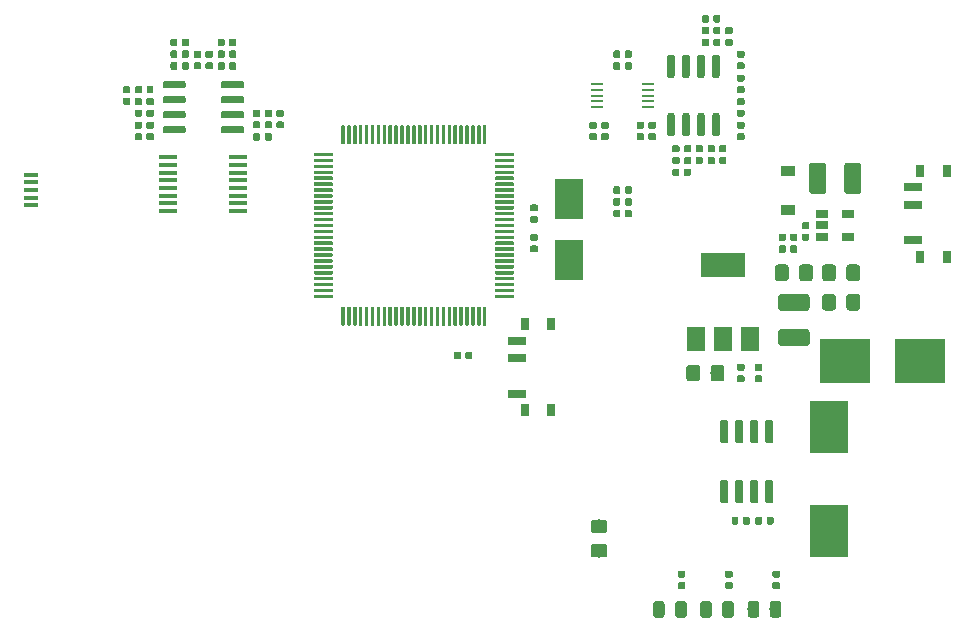
<source format=gbr>
G04 #@! TF.GenerationSoftware,KiCad,Pcbnew,(5.0.1)-3*
G04 #@! TF.CreationDate,2021-08-06T18:40:02+02:00*
G04 #@! TF.ProjectId,Guitar DSP,477569746172204453502E6B69636164,rev?*
G04 #@! TF.SameCoordinates,Original*
G04 #@! TF.FileFunction,Paste,Top*
G04 #@! TF.FilePolarity,Positive*
%FSLAX46Y46*%
G04 Gerber Fmt 4.6, Leading zero omitted, Abs format (unit mm)*
G04 Created by KiCad (PCBNEW (5.0.1)-3) date 06/08/2021 18:40:02*
%MOMM*%
%LPD*%
G01*
G04 APERTURE LIST*
%ADD10C,0.050800*%
%ADD11C,1.150000*%
%ADD12C,0.590000*%
%ADD13C,0.975000*%
%ADD14R,1.200000X0.900000*%
%ADD15R,3.300000X4.500000*%
%ADD16R,4.241800X3.810000*%
%ADD17C,0.650000*%
%ADD18R,1.300000X0.450000*%
%ADD19C,1.425000*%
%ADD20C,0.300000*%
%ADD21R,1.060000X0.650000*%
%ADD22R,3.800000X2.000000*%
%ADD23R,1.500000X2.000000*%
%ADD24C,0.600000*%
%ADD25R,1.500000X0.450000*%
%ADD26R,1.100000X0.250000*%
%ADD27R,2.400000X3.500000*%
%ADD28R,1.500000X0.700000*%
%ADD29R,0.800000X1.000000*%
G04 APERTURE END LIST*
D10*
G04 #@! TO.C,C11*
G36*
X133974505Y-136901204D02*
X133998773Y-136904804D01*
X134022572Y-136910765D01*
X134045671Y-136919030D01*
X134067850Y-136929520D01*
X134088893Y-136942132D01*
X134108599Y-136956747D01*
X134126777Y-136973223D01*
X134143253Y-136991401D01*
X134157868Y-137011107D01*
X134170480Y-137032150D01*
X134180970Y-137054329D01*
X134189235Y-137077428D01*
X134195196Y-137101227D01*
X134198796Y-137125495D01*
X134200000Y-137149999D01*
X134200000Y-137800001D01*
X134198796Y-137824505D01*
X134195196Y-137848773D01*
X134189235Y-137872572D01*
X134180970Y-137895671D01*
X134170480Y-137917850D01*
X134157868Y-137938893D01*
X134143253Y-137958599D01*
X134126777Y-137976777D01*
X134108599Y-137993253D01*
X134088893Y-138007868D01*
X134067850Y-138020480D01*
X134045671Y-138030970D01*
X134022572Y-138039235D01*
X133998773Y-138045196D01*
X133974505Y-138048796D01*
X133950001Y-138050000D01*
X133049999Y-138050000D01*
X133025495Y-138048796D01*
X133001227Y-138045196D01*
X132977428Y-138039235D01*
X132954329Y-138030970D01*
X132932150Y-138020480D01*
X132911107Y-138007868D01*
X132891401Y-137993253D01*
X132873223Y-137976777D01*
X132856747Y-137958599D01*
X132842132Y-137938893D01*
X132829520Y-137917850D01*
X132819030Y-137895671D01*
X132810765Y-137872572D01*
X132804804Y-137848773D01*
X132801204Y-137824505D01*
X132800000Y-137800001D01*
X132800000Y-137149999D01*
X132801204Y-137125495D01*
X132804804Y-137101227D01*
X132810765Y-137077428D01*
X132819030Y-137054329D01*
X132829520Y-137032150D01*
X132842132Y-137011107D01*
X132856747Y-136991401D01*
X132873223Y-136973223D01*
X132891401Y-136956747D01*
X132911107Y-136942132D01*
X132932150Y-136929520D01*
X132954329Y-136919030D01*
X132977428Y-136910765D01*
X133001227Y-136904804D01*
X133025495Y-136901204D01*
X133049999Y-136900000D01*
X133950001Y-136900000D01*
X133974505Y-136901204D01*
X133974505Y-136901204D01*
G37*
D11*
X133500000Y-137475000D03*
D10*
G36*
X133974505Y-138951204D02*
X133998773Y-138954804D01*
X134022572Y-138960765D01*
X134045671Y-138969030D01*
X134067850Y-138979520D01*
X134088893Y-138992132D01*
X134108599Y-139006747D01*
X134126777Y-139023223D01*
X134143253Y-139041401D01*
X134157868Y-139061107D01*
X134170480Y-139082150D01*
X134180970Y-139104329D01*
X134189235Y-139127428D01*
X134195196Y-139151227D01*
X134198796Y-139175495D01*
X134200000Y-139199999D01*
X134200000Y-139850001D01*
X134198796Y-139874505D01*
X134195196Y-139898773D01*
X134189235Y-139922572D01*
X134180970Y-139945671D01*
X134170480Y-139967850D01*
X134157868Y-139988893D01*
X134143253Y-140008599D01*
X134126777Y-140026777D01*
X134108599Y-140043253D01*
X134088893Y-140057868D01*
X134067850Y-140070480D01*
X134045671Y-140080970D01*
X134022572Y-140089235D01*
X133998773Y-140095196D01*
X133974505Y-140098796D01*
X133950001Y-140100000D01*
X133049999Y-140100000D01*
X133025495Y-140098796D01*
X133001227Y-140095196D01*
X132977428Y-140089235D01*
X132954329Y-140080970D01*
X132932150Y-140070480D01*
X132911107Y-140057868D01*
X132891401Y-140043253D01*
X132873223Y-140026777D01*
X132856747Y-140008599D01*
X132842132Y-139988893D01*
X132829520Y-139967850D01*
X132819030Y-139945671D01*
X132810765Y-139922572D01*
X132804804Y-139898773D01*
X132801204Y-139874505D01*
X132800000Y-139850001D01*
X132800000Y-139199999D01*
X132801204Y-139175495D01*
X132804804Y-139151227D01*
X132810765Y-139127428D01*
X132819030Y-139104329D01*
X132829520Y-139082150D01*
X132842132Y-139061107D01*
X132856747Y-139041401D01*
X132873223Y-139023223D01*
X132891401Y-139006747D01*
X132911107Y-138992132D01*
X132932150Y-138979520D01*
X132954329Y-138969030D01*
X132977428Y-138960765D01*
X133001227Y-138954804D01*
X133025495Y-138951204D01*
X133049999Y-138950000D01*
X133950001Y-138950000D01*
X133974505Y-138951204D01*
X133974505Y-138951204D01*
G37*
D11*
X133500000Y-139525000D03*
G04 #@! TD*
D10*
G04 #@! TO.C,C13*
G36*
X128186958Y-113690710D02*
X128201276Y-113692834D01*
X128215317Y-113696351D01*
X128228946Y-113701228D01*
X128242031Y-113707417D01*
X128254447Y-113714858D01*
X128266073Y-113723481D01*
X128276798Y-113733202D01*
X128286519Y-113743927D01*
X128295142Y-113755553D01*
X128302583Y-113767969D01*
X128308772Y-113781054D01*
X128313649Y-113794683D01*
X128317166Y-113808724D01*
X128319290Y-113823042D01*
X128320000Y-113837500D01*
X128320000Y-114132500D01*
X128319290Y-114146958D01*
X128317166Y-114161276D01*
X128313649Y-114175317D01*
X128308772Y-114188946D01*
X128302583Y-114202031D01*
X128295142Y-114214447D01*
X128286519Y-114226073D01*
X128276798Y-114236798D01*
X128266073Y-114246519D01*
X128254447Y-114255142D01*
X128242031Y-114262583D01*
X128228946Y-114268772D01*
X128215317Y-114273649D01*
X128201276Y-114277166D01*
X128186958Y-114279290D01*
X128172500Y-114280000D01*
X127827500Y-114280000D01*
X127813042Y-114279290D01*
X127798724Y-114277166D01*
X127784683Y-114273649D01*
X127771054Y-114268772D01*
X127757969Y-114262583D01*
X127745553Y-114255142D01*
X127733927Y-114246519D01*
X127723202Y-114236798D01*
X127713481Y-114226073D01*
X127704858Y-114214447D01*
X127697417Y-114202031D01*
X127691228Y-114188946D01*
X127686351Y-114175317D01*
X127682834Y-114161276D01*
X127680710Y-114146958D01*
X127680000Y-114132500D01*
X127680000Y-113837500D01*
X127680710Y-113823042D01*
X127682834Y-113808724D01*
X127686351Y-113794683D01*
X127691228Y-113781054D01*
X127697417Y-113767969D01*
X127704858Y-113755553D01*
X127713481Y-113743927D01*
X127723202Y-113733202D01*
X127733927Y-113723481D01*
X127745553Y-113714858D01*
X127757969Y-113707417D01*
X127771054Y-113701228D01*
X127784683Y-113696351D01*
X127798724Y-113692834D01*
X127813042Y-113690710D01*
X127827500Y-113690000D01*
X128172500Y-113690000D01*
X128186958Y-113690710D01*
X128186958Y-113690710D01*
G37*
D12*
X128000000Y-113985000D03*
D10*
G36*
X128186958Y-112720710D02*
X128201276Y-112722834D01*
X128215317Y-112726351D01*
X128228946Y-112731228D01*
X128242031Y-112737417D01*
X128254447Y-112744858D01*
X128266073Y-112753481D01*
X128276798Y-112763202D01*
X128286519Y-112773927D01*
X128295142Y-112785553D01*
X128302583Y-112797969D01*
X128308772Y-112811054D01*
X128313649Y-112824683D01*
X128317166Y-112838724D01*
X128319290Y-112853042D01*
X128320000Y-112867500D01*
X128320000Y-113162500D01*
X128319290Y-113176958D01*
X128317166Y-113191276D01*
X128313649Y-113205317D01*
X128308772Y-113218946D01*
X128302583Y-113232031D01*
X128295142Y-113244447D01*
X128286519Y-113256073D01*
X128276798Y-113266798D01*
X128266073Y-113276519D01*
X128254447Y-113285142D01*
X128242031Y-113292583D01*
X128228946Y-113298772D01*
X128215317Y-113303649D01*
X128201276Y-113307166D01*
X128186958Y-113309290D01*
X128172500Y-113310000D01*
X127827500Y-113310000D01*
X127813042Y-113309290D01*
X127798724Y-113307166D01*
X127784683Y-113303649D01*
X127771054Y-113298772D01*
X127757969Y-113292583D01*
X127745553Y-113285142D01*
X127733927Y-113276519D01*
X127723202Y-113266798D01*
X127713481Y-113256073D01*
X127704858Y-113244447D01*
X127697417Y-113232031D01*
X127691228Y-113218946D01*
X127686351Y-113205317D01*
X127682834Y-113191276D01*
X127680710Y-113176958D01*
X127680000Y-113162500D01*
X127680000Y-112867500D01*
X127680710Y-112853042D01*
X127682834Y-112838724D01*
X127686351Y-112824683D01*
X127691228Y-112811054D01*
X127697417Y-112797969D01*
X127704858Y-112785553D01*
X127713481Y-112773927D01*
X127723202Y-112763202D01*
X127733927Y-112753481D01*
X127745553Y-112744858D01*
X127757969Y-112737417D01*
X127771054Y-112731228D01*
X127784683Y-112726351D01*
X127798724Y-112722834D01*
X127813042Y-112720710D01*
X127827500Y-112720000D01*
X128172500Y-112720000D01*
X128186958Y-112720710D01*
X128186958Y-112720710D01*
G37*
D12*
X128000000Y-113015000D03*
G04 #@! TD*
D10*
G04 #@! TO.C,C14*
G36*
X128186958Y-110220710D02*
X128201276Y-110222834D01*
X128215317Y-110226351D01*
X128228946Y-110231228D01*
X128242031Y-110237417D01*
X128254447Y-110244858D01*
X128266073Y-110253481D01*
X128276798Y-110263202D01*
X128286519Y-110273927D01*
X128295142Y-110285553D01*
X128302583Y-110297969D01*
X128308772Y-110311054D01*
X128313649Y-110324683D01*
X128317166Y-110338724D01*
X128319290Y-110353042D01*
X128320000Y-110367500D01*
X128320000Y-110662500D01*
X128319290Y-110676958D01*
X128317166Y-110691276D01*
X128313649Y-110705317D01*
X128308772Y-110718946D01*
X128302583Y-110732031D01*
X128295142Y-110744447D01*
X128286519Y-110756073D01*
X128276798Y-110766798D01*
X128266073Y-110776519D01*
X128254447Y-110785142D01*
X128242031Y-110792583D01*
X128228946Y-110798772D01*
X128215317Y-110803649D01*
X128201276Y-110807166D01*
X128186958Y-110809290D01*
X128172500Y-110810000D01*
X127827500Y-110810000D01*
X127813042Y-110809290D01*
X127798724Y-110807166D01*
X127784683Y-110803649D01*
X127771054Y-110798772D01*
X127757969Y-110792583D01*
X127745553Y-110785142D01*
X127733927Y-110776519D01*
X127723202Y-110766798D01*
X127713481Y-110756073D01*
X127704858Y-110744447D01*
X127697417Y-110732031D01*
X127691228Y-110718946D01*
X127686351Y-110705317D01*
X127682834Y-110691276D01*
X127680710Y-110676958D01*
X127680000Y-110662500D01*
X127680000Y-110367500D01*
X127680710Y-110353042D01*
X127682834Y-110338724D01*
X127686351Y-110324683D01*
X127691228Y-110311054D01*
X127697417Y-110297969D01*
X127704858Y-110285553D01*
X127713481Y-110273927D01*
X127723202Y-110263202D01*
X127733927Y-110253481D01*
X127745553Y-110244858D01*
X127757969Y-110237417D01*
X127771054Y-110231228D01*
X127784683Y-110226351D01*
X127798724Y-110222834D01*
X127813042Y-110220710D01*
X127827500Y-110220000D01*
X128172500Y-110220000D01*
X128186958Y-110220710D01*
X128186958Y-110220710D01*
G37*
D12*
X128000000Y-110515000D03*
D10*
G36*
X128186958Y-111190710D02*
X128201276Y-111192834D01*
X128215317Y-111196351D01*
X128228946Y-111201228D01*
X128242031Y-111207417D01*
X128254447Y-111214858D01*
X128266073Y-111223481D01*
X128276798Y-111233202D01*
X128286519Y-111243927D01*
X128295142Y-111255553D01*
X128302583Y-111267969D01*
X128308772Y-111281054D01*
X128313649Y-111294683D01*
X128317166Y-111308724D01*
X128319290Y-111323042D01*
X128320000Y-111337500D01*
X128320000Y-111632500D01*
X128319290Y-111646958D01*
X128317166Y-111661276D01*
X128313649Y-111675317D01*
X128308772Y-111688946D01*
X128302583Y-111702031D01*
X128295142Y-111714447D01*
X128286519Y-111726073D01*
X128276798Y-111736798D01*
X128266073Y-111746519D01*
X128254447Y-111755142D01*
X128242031Y-111762583D01*
X128228946Y-111768772D01*
X128215317Y-111773649D01*
X128201276Y-111777166D01*
X128186958Y-111779290D01*
X128172500Y-111780000D01*
X127827500Y-111780000D01*
X127813042Y-111779290D01*
X127798724Y-111777166D01*
X127784683Y-111773649D01*
X127771054Y-111768772D01*
X127757969Y-111762583D01*
X127745553Y-111755142D01*
X127733927Y-111746519D01*
X127723202Y-111736798D01*
X127713481Y-111726073D01*
X127704858Y-111714447D01*
X127697417Y-111702031D01*
X127691228Y-111688946D01*
X127686351Y-111675317D01*
X127682834Y-111661276D01*
X127680710Y-111646958D01*
X127680000Y-111632500D01*
X127680000Y-111337500D01*
X127680710Y-111323042D01*
X127682834Y-111308724D01*
X127686351Y-111294683D01*
X127691228Y-111281054D01*
X127697417Y-111267969D01*
X127704858Y-111255553D01*
X127713481Y-111243927D01*
X127723202Y-111233202D01*
X127733927Y-111223481D01*
X127745553Y-111214858D01*
X127757969Y-111207417D01*
X127771054Y-111201228D01*
X127784683Y-111196351D01*
X127798724Y-111192834D01*
X127813042Y-111190710D01*
X127827500Y-111190000D01*
X128172500Y-111190000D01*
X128186958Y-111190710D01*
X128186958Y-111190710D01*
G37*
D12*
X128000000Y-111485000D03*
G04 #@! TD*
D10*
G04 #@! TO.C,C19*
G36*
X155374505Y-115301204D02*
X155398773Y-115304804D01*
X155422572Y-115310765D01*
X155445671Y-115319030D01*
X155467850Y-115329520D01*
X155488893Y-115342132D01*
X155508599Y-115356747D01*
X155526777Y-115373223D01*
X155543253Y-115391401D01*
X155557868Y-115411107D01*
X155570480Y-115432150D01*
X155580970Y-115454329D01*
X155589235Y-115477428D01*
X155595196Y-115501227D01*
X155598796Y-115525495D01*
X155600000Y-115549999D01*
X155600000Y-116450001D01*
X155598796Y-116474505D01*
X155595196Y-116498773D01*
X155589235Y-116522572D01*
X155580970Y-116545671D01*
X155570480Y-116567850D01*
X155557868Y-116588893D01*
X155543253Y-116608599D01*
X155526777Y-116626777D01*
X155508599Y-116643253D01*
X155488893Y-116657868D01*
X155467850Y-116670480D01*
X155445671Y-116680970D01*
X155422572Y-116689235D01*
X155398773Y-116695196D01*
X155374505Y-116698796D01*
X155350001Y-116700000D01*
X154699999Y-116700000D01*
X154675495Y-116698796D01*
X154651227Y-116695196D01*
X154627428Y-116689235D01*
X154604329Y-116680970D01*
X154582150Y-116670480D01*
X154561107Y-116657868D01*
X154541401Y-116643253D01*
X154523223Y-116626777D01*
X154506747Y-116608599D01*
X154492132Y-116588893D01*
X154479520Y-116567850D01*
X154469030Y-116545671D01*
X154460765Y-116522572D01*
X154454804Y-116498773D01*
X154451204Y-116474505D01*
X154450000Y-116450001D01*
X154450000Y-115549999D01*
X154451204Y-115525495D01*
X154454804Y-115501227D01*
X154460765Y-115477428D01*
X154469030Y-115454329D01*
X154479520Y-115432150D01*
X154492132Y-115411107D01*
X154506747Y-115391401D01*
X154523223Y-115373223D01*
X154541401Y-115356747D01*
X154561107Y-115342132D01*
X154582150Y-115329520D01*
X154604329Y-115319030D01*
X154627428Y-115310765D01*
X154651227Y-115304804D01*
X154675495Y-115301204D01*
X154699999Y-115300000D01*
X155350001Y-115300000D01*
X155374505Y-115301204D01*
X155374505Y-115301204D01*
G37*
D11*
X155025000Y-116000000D03*
D10*
G36*
X153324505Y-115301204D02*
X153348773Y-115304804D01*
X153372572Y-115310765D01*
X153395671Y-115319030D01*
X153417850Y-115329520D01*
X153438893Y-115342132D01*
X153458599Y-115356747D01*
X153476777Y-115373223D01*
X153493253Y-115391401D01*
X153507868Y-115411107D01*
X153520480Y-115432150D01*
X153530970Y-115454329D01*
X153539235Y-115477428D01*
X153545196Y-115501227D01*
X153548796Y-115525495D01*
X153550000Y-115549999D01*
X153550000Y-116450001D01*
X153548796Y-116474505D01*
X153545196Y-116498773D01*
X153539235Y-116522572D01*
X153530970Y-116545671D01*
X153520480Y-116567850D01*
X153507868Y-116588893D01*
X153493253Y-116608599D01*
X153476777Y-116626777D01*
X153458599Y-116643253D01*
X153438893Y-116657868D01*
X153417850Y-116670480D01*
X153395671Y-116680970D01*
X153372572Y-116689235D01*
X153348773Y-116695196D01*
X153324505Y-116698796D01*
X153300001Y-116700000D01*
X152649999Y-116700000D01*
X152625495Y-116698796D01*
X152601227Y-116695196D01*
X152577428Y-116689235D01*
X152554329Y-116680970D01*
X152532150Y-116670480D01*
X152511107Y-116657868D01*
X152491401Y-116643253D01*
X152473223Y-116626777D01*
X152456747Y-116608599D01*
X152442132Y-116588893D01*
X152429520Y-116567850D01*
X152419030Y-116545671D01*
X152410765Y-116522572D01*
X152404804Y-116498773D01*
X152401204Y-116474505D01*
X152400000Y-116450001D01*
X152400000Y-115549999D01*
X152401204Y-115525495D01*
X152404804Y-115501227D01*
X152410765Y-115477428D01*
X152419030Y-115454329D01*
X152429520Y-115432150D01*
X152442132Y-115411107D01*
X152456747Y-115391401D01*
X152473223Y-115373223D01*
X152491401Y-115356747D01*
X152511107Y-115342132D01*
X152532150Y-115329520D01*
X152554329Y-115319030D01*
X152577428Y-115310765D01*
X152601227Y-115304804D01*
X152625495Y-115301204D01*
X152649999Y-115300000D01*
X153300001Y-115300000D01*
X153324505Y-115301204D01*
X153324505Y-115301204D01*
G37*
D11*
X152975000Y-116000000D03*
G04 #@! TD*
D10*
G04 #@! TO.C,C20*
G36*
X136146958Y-108680710D02*
X136161276Y-108682834D01*
X136175317Y-108686351D01*
X136188946Y-108691228D01*
X136202031Y-108697417D01*
X136214447Y-108704858D01*
X136226073Y-108713481D01*
X136236798Y-108723202D01*
X136246519Y-108733927D01*
X136255142Y-108745553D01*
X136262583Y-108757969D01*
X136268772Y-108771054D01*
X136273649Y-108784683D01*
X136277166Y-108798724D01*
X136279290Y-108813042D01*
X136280000Y-108827500D01*
X136280000Y-109172500D01*
X136279290Y-109186958D01*
X136277166Y-109201276D01*
X136273649Y-109215317D01*
X136268772Y-109228946D01*
X136262583Y-109242031D01*
X136255142Y-109254447D01*
X136246519Y-109266073D01*
X136236798Y-109276798D01*
X136226073Y-109286519D01*
X136214447Y-109295142D01*
X136202031Y-109302583D01*
X136188946Y-109308772D01*
X136175317Y-109313649D01*
X136161276Y-109317166D01*
X136146958Y-109319290D01*
X136132500Y-109320000D01*
X135837500Y-109320000D01*
X135823042Y-109319290D01*
X135808724Y-109317166D01*
X135794683Y-109313649D01*
X135781054Y-109308772D01*
X135767969Y-109302583D01*
X135755553Y-109295142D01*
X135743927Y-109286519D01*
X135733202Y-109276798D01*
X135723481Y-109266073D01*
X135714858Y-109254447D01*
X135707417Y-109242031D01*
X135701228Y-109228946D01*
X135696351Y-109215317D01*
X135692834Y-109201276D01*
X135690710Y-109186958D01*
X135690000Y-109172500D01*
X135690000Y-108827500D01*
X135690710Y-108813042D01*
X135692834Y-108798724D01*
X135696351Y-108784683D01*
X135701228Y-108771054D01*
X135707417Y-108757969D01*
X135714858Y-108745553D01*
X135723481Y-108733927D01*
X135733202Y-108723202D01*
X135743927Y-108713481D01*
X135755553Y-108704858D01*
X135767969Y-108697417D01*
X135781054Y-108691228D01*
X135794683Y-108686351D01*
X135808724Y-108682834D01*
X135823042Y-108680710D01*
X135837500Y-108680000D01*
X136132500Y-108680000D01*
X136146958Y-108680710D01*
X136146958Y-108680710D01*
G37*
D12*
X135985000Y-109000000D03*
D10*
G36*
X135176958Y-108680710D02*
X135191276Y-108682834D01*
X135205317Y-108686351D01*
X135218946Y-108691228D01*
X135232031Y-108697417D01*
X135244447Y-108704858D01*
X135256073Y-108713481D01*
X135266798Y-108723202D01*
X135276519Y-108733927D01*
X135285142Y-108745553D01*
X135292583Y-108757969D01*
X135298772Y-108771054D01*
X135303649Y-108784683D01*
X135307166Y-108798724D01*
X135309290Y-108813042D01*
X135310000Y-108827500D01*
X135310000Y-109172500D01*
X135309290Y-109186958D01*
X135307166Y-109201276D01*
X135303649Y-109215317D01*
X135298772Y-109228946D01*
X135292583Y-109242031D01*
X135285142Y-109254447D01*
X135276519Y-109266073D01*
X135266798Y-109276798D01*
X135256073Y-109286519D01*
X135244447Y-109295142D01*
X135232031Y-109302583D01*
X135218946Y-109308772D01*
X135205317Y-109313649D01*
X135191276Y-109317166D01*
X135176958Y-109319290D01*
X135162500Y-109320000D01*
X134867500Y-109320000D01*
X134853042Y-109319290D01*
X134838724Y-109317166D01*
X134824683Y-109313649D01*
X134811054Y-109308772D01*
X134797969Y-109302583D01*
X134785553Y-109295142D01*
X134773927Y-109286519D01*
X134763202Y-109276798D01*
X134753481Y-109266073D01*
X134744858Y-109254447D01*
X134737417Y-109242031D01*
X134731228Y-109228946D01*
X134726351Y-109215317D01*
X134722834Y-109201276D01*
X134720710Y-109186958D01*
X134720000Y-109172500D01*
X134720000Y-108827500D01*
X134720710Y-108813042D01*
X134722834Y-108798724D01*
X134726351Y-108784683D01*
X134731228Y-108771054D01*
X134737417Y-108757969D01*
X134744858Y-108745553D01*
X134753481Y-108733927D01*
X134763202Y-108723202D01*
X134773927Y-108713481D01*
X134785553Y-108704858D01*
X134797969Y-108697417D01*
X134811054Y-108691228D01*
X134824683Y-108686351D01*
X134838724Y-108682834D01*
X134853042Y-108680710D01*
X134867500Y-108680000D01*
X135162500Y-108680000D01*
X135176958Y-108680710D01*
X135176958Y-108680710D01*
G37*
D12*
X135015000Y-109000000D03*
G04 #@! TD*
D10*
G04 #@! TO.C,C21*
G36*
X147176958Y-136680710D02*
X147191276Y-136682834D01*
X147205317Y-136686351D01*
X147218946Y-136691228D01*
X147232031Y-136697417D01*
X147244447Y-136704858D01*
X147256073Y-136713481D01*
X147266798Y-136723202D01*
X147276519Y-136733927D01*
X147285142Y-136745553D01*
X147292583Y-136757969D01*
X147298772Y-136771054D01*
X147303649Y-136784683D01*
X147307166Y-136798724D01*
X147309290Y-136813042D01*
X147310000Y-136827500D01*
X147310000Y-137172500D01*
X147309290Y-137186958D01*
X147307166Y-137201276D01*
X147303649Y-137215317D01*
X147298772Y-137228946D01*
X147292583Y-137242031D01*
X147285142Y-137254447D01*
X147276519Y-137266073D01*
X147266798Y-137276798D01*
X147256073Y-137286519D01*
X147244447Y-137295142D01*
X147232031Y-137302583D01*
X147218946Y-137308772D01*
X147205317Y-137313649D01*
X147191276Y-137317166D01*
X147176958Y-137319290D01*
X147162500Y-137320000D01*
X146867500Y-137320000D01*
X146853042Y-137319290D01*
X146838724Y-137317166D01*
X146824683Y-137313649D01*
X146811054Y-137308772D01*
X146797969Y-137302583D01*
X146785553Y-137295142D01*
X146773927Y-137286519D01*
X146763202Y-137276798D01*
X146753481Y-137266073D01*
X146744858Y-137254447D01*
X146737417Y-137242031D01*
X146731228Y-137228946D01*
X146726351Y-137215317D01*
X146722834Y-137201276D01*
X146720710Y-137186958D01*
X146720000Y-137172500D01*
X146720000Y-136827500D01*
X146720710Y-136813042D01*
X146722834Y-136798724D01*
X146726351Y-136784683D01*
X146731228Y-136771054D01*
X146737417Y-136757969D01*
X146744858Y-136745553D01*
X146753481Y-136733927D01*
X146763202Y-136723202D01*
X146773927Y-136713481D01*
X146785553Y-136704858D01*
X146797969Y-136697417D01*
X146811054Y-136691228D01*
X146824683Y-136686351D01*
X146838724Y-136682834D01*
X146853042Y-136680710D01*
X146867500Y-136680000D01*
X147162500Y-136680000D01*
X147176958Y-136680710D01*
X147176958Y-136680710D01*
G37*
D12*
X147015000Y-137000000D03*
D10*
G36*
X148146958Y-136680710D02*
X148161276Y-136682834D01*
X148175317Y-136686351D01*
X148188946Y-136691228D01*
X148202031Y-136697417D01*
X148214447Y-136704858D01*
X148226073Y-136713481D01*
X148236798Y-136723202D01*
X148246519Y-136733927D01*
X148255142Y-136745553D01*
X148262583Y-136757969D01*
X148268772Y-136771054D01*
X148273649Y-136784683D01*
X148277166Y-136798724D01*
X148279290Y-136813042D01*
X148280000Y-136827500D01*
X148280000Y-137172500D01*
X148279290Y-137186958D01*
X148277166Y-137201276D01*
X148273649Y-137215317D01*
X148268772Y-137228946D01*
X148262583Y-137242031D01*
X148255142Y-137254447D01*
X148246519Y-137266073D01*
X148236798Y-137276798D01*
X148226073Y-137286519D01*
X148214447Y-137295142D01*
X148202031Y-137302583D01*
X148188946Y-137308772D01*
X148175317Y-137313649D01*
X148161276Y-137317166D01*
X148146958Y-137319290D01*
X148132500Y-137320000D01*
X147837500Y-137320000D01*
X147823042Y-137319290D01*
X147808724Y-137317166D01*
X147794683Y-137313649D01*
X147781054Y-137308772D01*
X147767969Y-137302583D01*
X147755553Y-137295142D01*
X147743927Y-137286519D01*
X147733202Y-137276798D01*
X147723481Y-137266073D01*
X147714858Y-137254447D01*
X147707417Y-137242031D01*
X147701228Y-137228946D01*
X147696351Y-137215317D01*
X147692834Y-137201276D01*
X147690710Y-137186958D01*
X147690000Y-137172500D01*
X147690000Y-136827500D01*
X147690710Y-136813042D01*
X147692834Y-136798724D01*
X147696351Y-136784683D01*
X147701228Y-136771054D01*
X147707417Y-136757969D01*
X147714858Y-136745553D01*
X147723481Y-136733927D01*
X147733202Y-136723202D01*
X147743927Y-136713481D01*
X147755553Y-136704858D01*
X147767969Y-136697417D01*
X147781054Y-136691228D01*
X147794683Y-136686351D01*
X147808724Y-136682834D01*
X147823042Y-136680710D01*
X147837500Y-136680000D01*
X148132500Y-136680000D01*
X148146958Y-136680710D01*
X148146958Y-136680710D01*
G37*
D12*
X147985000Y-137000000D03*
G04 #@! TD*
D10*
G04 #@! TO.C,C22*
G36*
X150146958Y-112680710D02*
X150161276Y-112682834D01*
X150175317Y-112686351D01*
X150188946Y-112691228D01*
X150202031Y-112697417D01*
X150214447Y-112704858D01*
X150226073Y-112713481D01*
X150236798Y-112723202D01*
X150246519Y-112733927D01*
X150255142Y-112745553D01*
X150262583Y-112757969D01*
X150268772Y-112771054D01*
X150273649Y-112784683D01*
X150277166Y-112798724D01*
X150279290Y-112813042D01*
X150280000Y-112827500D01*
X150280000Y-113172500D01*
X150279290Y-113186958D01*
X150277166Y-113201276D01*
X150273649Y-113215317D01*
X150268772Y-113228946D01*
X150262583Y-113242031D01*
X150255142Y-113254447D01*
X150246519Y-113266073D01*
X150236798Y-113276798D01*
X150226073Y-113286519D01*
X150214447Y-113295142D01*
X150202031Y-113302583D01*
X150188946Y-113308772D01*
X150175317Y-113313649D01*
X150161276Y-113317166D01*
X150146958Y-113319290D01*
X150132500Y-113320000D01*
X149837500Y-113320000D01*
X149823042Y-113319290D01*
X149808724Y-113317166D01*
X149794683Y-113313649D01*
X149781054Y-113308772D01*
X149767969Y-113302583D01*
X149755553Y-113295142D01*
X149743927Y-113286519D01*
X149733202Y-113276798D01*
X149723481Y-113266073D01*
X149714858Y-113254447D01*
X149707417Y-113242031D01*
X149701228Y-113228946D01*
X149696351Y-113215317D01*
X149692834Y-113201276D01*
X149690710Y-113186958D01*
X149690000Y-113172500D01*
X149690000Y-112827500D01*
X149690710Y-112813042D01*
X149692834Y-112798724D01*
X149696351Y-112784683D01*
X149701228Y-112771054D01*
X149707417Y-112757969D01*
X149714858Y-112745553D01*
X149723481Y-112733927D01*
X149733202Y-112723202D01*
X149743927Y-112713481D01*
X149755553Y-112704858D01*
X149767969Y-112697417D01*
X149781054Y-112691228D01*
X149794683Y-112686351D01*
X149808724Y-112682834D01*
X149823042Y-112680710D01*
X149837500Y-112680000D01*
X150132500Y-112680000D01*
X150146958Y-112680710D01*
X150146958Y-112680710D01*
G37*
D12*
X149985000Y-113000000D03*
D10*
G36*
X149176958Y-112680710D02*
X149191276Y-112682834D01*
X149205317Y-112686351D01*
X149218946Y-112691228D01*
X149232031Y-112697417D01*
X149244447Y-112704858D01*
X149256073Y-112713481D01*
X149266798Y-112723202D01*
X149276519Y-112733927D01*
X149285142Y-112745553D01*
X149292583Y-112757969D01*
X149298772Y-112771054D01*
X149303649Y-112784683D01*
X149307166Y-112798724D01*
X149309290Y-112813042D01*
X149310000Y-112827500D01*
X149310000Y-113172500D01*
X149309290Y-113186958D01*
X149307166Y-113201276D01*
X149303649Y-113215317D01*
X149298772Y-113228946D01*
X149292583Y-113242031D01*
X149285142Y-113254447D01*
X149276519Y-113266073D01*
X149266798Y-113276798D01*
X149256073Y-113286519D01*
X149244447Y-113295142D01*
X149232031Y-113302583D01*
X149218946Y-113308772D01*
X149205317Y-113313649D01*
X149191276Y-113317166D01*
X149176958Y-113319290D01*
X149162500Y-113320000D01*
X148867500Y-113320000D01*
X148853042Y-113319290D01*
X148838724Y-113317166D01*
X148824683Y-113313649D01*
X148811054Y-113308772D01*
X148797969Y-113302583D01*
X148785553Y-113295142D01*
X148773927Y-113286519D01*
X148763202Y-113276798D01*
X148753481Y-113266073D01*
X148744858Y-113254447D01*
X148737417Y-113242031D01*
X148731228Y-113228946D01*
X148726351Y-113215317D01*
X148722834Y-113201276D01*
X148720710Y-113186958D01*
X148720000Y-113172500D01*
X148720000Y-112827500D01*
X148720710Y-112813042D01*
X148722834Y-112798724D01*
X148726351Y-112784683D01*
X148731228Y-112771054D01*
X148737417Y-112757969D01*
X148744858Y-112745553D01*
X148753481Y-112733927D01*
X148763202Y-112723202D01*
X148773927Y-112713481D01*
X148785553Y-112704858D01*
X148797969Y-112697417D01*
X148811054Y-112691228D01*
X148824683Y-112686351D01*
X148838724Y-112682834D01*
X148853042Y-112680710D01*
X148867500Y-112680000D01*
X149162500Y-112680000D01*
X149176958Y-112680710D01*
X149176958Y-112680710D01*
G37*
D12*
X149015000Y-113000000D03*
G04 #@! TD*
D10*
G04 #@! TO.C,C23*
G36*
X153324505Y-117801204D02*
X153348773Y-117804804D01*
X153372572Y-117810765D01*
X153395671Y-117819030D01*
X153417850Y-117829520D01*
X153438893Y-117842132D01*
X153458599Y-117856747D01*
X153476777Y-117873223D01*
X153493253Y-117891401D01*
X153507868Y-117911107D01*
X153520480Y-117932150D01*
X153530970Y-117954329D01*
X153539235Y-117977428D01*
X153545196Y-118001227D01*
X153548796Y-118025495D01*
X153550000Y-118049999D01*
X153550000Y-118950001D01*
X153548796Y-118974505D01*
X153545196Y-118998773D01*
X153539235Y-119022572D01*
X153530970Y-119045671D01*
X153520480Y-119067850D01*
X153507868Y-119088893D01*
X153493253Y-119108599D01*
X153476777Y-119126777D01*
X153458599Y-119143253D01*
X153438893Y-119157868D01*
X153417850Y-119170480D01*
X153395671Y-119180970D01*
X153372572Y-119189235D01*
X153348773Y-119195196D01*
X153324505Y-119198796D01*
X153300001Y-119200000D01*
X152649999Y-119200000D01*
X152625495Y-119198796D01*
X152601227Y-119195196D01*
X152577428Y-119189235D01*
X152554329Y-119180970D01*
X152532150Y-119170480D01*
X152511107Y-119157868D01*
X152491401Y-119143253D01*
X152473223Y-119126777D01*
X152456747Y-119108599D01*
X152442132Y-119088893D01*
X152429520Y-119067850D01*
X152419030Y-119045671D01*
X152410765Y-119022572D01*
X152404804Y-118998773D01*
X152401204Y-118974505D01*
X152400000Y-118950001D01*
X152400000Y-118049999D01*
X152401204Y-118025495D01*
X152404804Y-118001227D01*
X152410765Y-117977428D01*
X152419030Y-117954329D01*
X152429520Y-117932150D01*
X152442132Y-117911107D01*
X152456747Y-117891401D01*
X152473223Y-117873223D01*
X152491401Y-117856747D01*
X152511107Y-117842132D01*
X152532150Y-117829520D01*
X152554329Y-117819030D01*
X152577428Y-117810765D01*
X152601227Y-117804804D01*
X152625495Y-117801204D01*
X152649999Y-117800000D01*
X153300001Y-117800000D01*
X153324505Y-117801204D01*
X153324505Y-117801204D01*
G37*
D11*
X152975000Y-118500000D03*
D10*
G36*
X155374505Y-117801204D02*
X155398773Y-117804804D01*
X155422572Y-117810765D01*
X155445671Y-117819030D01*
X155467850Y-117829520D01*
X155488893Y-117842132D01*
X155508599Y-117856747D01*
X155526777Y-117873223D01*
X155543253Y-117891401D01*
X155557868Y-117911107D01*
X155570480Y-117932150D01*
X155580970Y-117954329D01*
X155589235Y-117977428D01*
X155595196Y-118001227D01*
X155598796Y-118025495D01*
X155600000Y-118049999D01*
X155600000Y-118950001D01*
X155598796Y-118974505D01*
X155595196Y-118998773D01*
X155589235Y-119022572D01*
X155580970Y-119045671D01*
X155570480Y-119067850D01*
X155557868Y-119088893D01*
X155543253Y-119108599D01*
X155526777Y-119126777D01*
X155508599Y-119143253D01*
X155488893Y-119157868D01*
X155467850Y-119170480D01*
X155445671Y-119180970D01*
X155422572Y-119189235D01*
X155398773Y-119195196D01*
X155374505Y-119198796D01*
X155350001Y-119200000D01*
X154699999Y-119200000D01*
X154675495Y-119198796D01*
X154651227Y-119195196D01*
X154627428Y-119189235D01*
X154604329Y-119180970D01*
X154582150Y-119170480D01*
X154561107Y-119157868D01*
X154541401Y-119143253D01*
X154523223Y-119126777D01*
X154506747Y-119108599D01*
X154492132Y-119088893D01*
X154479520Y-119067850D01*
X154469030Y-119045671D01*
X154460765Y-119022572D01*
X154454804Y-118998773D01*
X154451204Y-118974505D01*
X154450000Y-118950001D01*
X154450000Y-118049999D01*
X154451204Y-118025495D01*
X154454804Y-118001227D01*
X154460765Y-117977428D01*
X154469030Y-117954329D01*
X154479520Y-117932150D01*
X154492132Y-117911107D01*
X154506747Y-117891401D01*
X154523223Y-117873223D01*
X154541401Y-117856747D01*
X154561107Y-117842132D01*
X154582150Y-117829520D01*
X154604329Y-117819030D01*
X154627428Y-117810765D01*
X154651227Y-117804804D01*
X154675495Y-117801204D01*
X154699999Y-117800000D01*
X155350001Y-117800000D01*
X155374505Y-117801204D01*
X155374505Y-117801204D01*
G37*
D11*
X155025000Y-118500000D03*
G04 #@! TD*
D10*
G04 #@! TO.C,C24*
G36*
X147186958Y-124690710D02*
X147201276Y-124692834D01*
X147215317Y-124696351D01*
X147228946Y-124701228D01*
X147242031Y-124707417D01*
X147254447Y-124714858D01*
X147266073Y-124723481D01*
X147276798Y-124733202D01*
X147286519Y-124743927D01*
X147295142Y-124755553D01*
X147302583Y-124767969D01*
X147308772Y-124781054D01*
X147313649Y-124794683D01*
X147317166Y-124808724D01*
X147319290Y-124823042D01*
X147320000Y-124837500D01*
X147320000Y-125132500D01*
X147319290Y-125146958D01*
X147317166Y-125161276D01*
X147313649Y-125175317D01*
X147308772Y-125188946D01*
X147302583Y-125202031D01*
X147295142Y-125214447D01*
X147286519Y-125226073D01*
X147276798Y-125236798D01*
X147266073Y-125246519D01*
X147254447Y-125255142D01*
X147242031Y-125262583D01*
X147228946Y-125268772D01*
X147215317Y-125273649D01*
X147201276Y-125277166D01*
X147186958Y-125279290D01*
X147172500Y-125280000D01*
X146827500Y-125280000D01*
X146813042Y-125279290D01*
X146798724Y-125277166D01*
X146784683Y-125273649D01*
X146771054Y-125268772D01*
X146757969Y-125262583D01*
X146745553Y-125255142D01*
X146733927Y-125246519D01*
X146723202Y-125236798D01*
X146713481Y-125226073D01*
X146704858Y-125214447D01*
X146697417Y-125202031D01*
X146691228Y-125188946D01*
X146686351Y-125175317D01*
X146682834Y-125161276D01*
X146680710Y-125146958D01*
X146680000Y-125132500D01*
X146680000Y-124837500D01*
X146680710Y-124823042D01*
X146682834Y-124808724D01*
X146686351Y-124794683D01*
X146691228Y-124781054D01*
X146697417Y-124767969D01*
X146704858Y-124755553D01*
X146713481Y-124743927D01*
X146723202Y-124733202D01*
X146733927Y-124723481D01*
X146745553Y-124714858D01*
X146757969Y-124707417D01*
X146771054Y-124701228D01*
X146784683Y-124696351D01*
X146798724Y-124692834D01*
X146813042Y-124690710D01*
X146827500Y-124690000D01*
X147172500Y-124690000D01*
X147186958Y-124690710D01*
X147186958Y-124690710D01*
G37*
D12*
X147000000Y-124985000D03*
D10*
G36*
X147186958Y-123720710D02*
X147201276Y-123722834D01*
X147215317Y-123726351D01*
X147228946Y-123731228D01*
X147242031Y-123737417D01*
X147254447Y-123744858D01*
X147266073Y-123753481D01*
X147276798Y-123763202D01*
X147286519Y-123773927D01*
X147295142Y-123785553D01*
X147302583Y-123797969D01*
X147308772Y-123811054D01*
X147313649Y-123824683D01*
X147317166Y-123838724D01*
X147319290Y-123853042D01*
X147320000Y-123867500D01*
X147320000Y-124162500D01*
X147319290Y-124176958D01*
X147317166Y-124191276D01*
X147313649Y-124205317D01*
X147308772Y-124218946D01*
X147302583Y-124232031D01*
X147295142Y-124244447D01*
X147286519Y-124256073D01*
X147276798Y-124266798D01*
X147266073Y-124276519D01*
X147254447Y-124285142D01*
X147242031Y-124292583D01*
X147228946Y-124298772D01*
X147215317Y-124303649D01*
X147201276Y-124307166D01*
X147186958Y-124309290D01*
X147172500Y-124310000D01*
X146827500Y-124310000D01*
X146813042Y-124309290D01*
X146798724Y-124307166D01*
X146784683Y-124303649D01*
X146771054Y-124298772D01*
X146757969Y-124292583D01*
X146745553Y-124285142D01*
X146733927Y-124276519D01*
X146723202Y-124266798D01*
X146713481Y-124256073D01*
X146704858Y-124244447D01*
X146697417Y-124232031D01*
X146691228Y-124218946D01*
X146686351Y-124205317D01*
X146682834Y-124191276D01*
X146680710Y-124176958D01*
X146680000Y-124162500D01*
X146680000Y-123867500D01*
X146680710Y-123853042D01*
X146682834Y-123838724D01*
X146686351Y-123824683D01*
X146691228Y-123811054D01*
X146697417Y-123797969D01*
X146704858Y-123785553D01*
X146713481Y-123773927D01*
X146723202Y-123763202D01*
X146733927Y-123753481D01*
X146745553Y-123744858D01*
X146757969Y-123737417D01*
X146771054Y-123731228D01*
X146784683Y-123726351D01*
X146798724Y-123722834D01*
X146813042Y-123720710D01*
X146827500Y-123720000D01*
X147172500Y-123720000D01*
X147186958Y-123720710D01*
X147186958Y-123720710D01*
G37*
D12*
X147000000Y-124015000D03*
G04 #@! TD*
D10*
G04 #@! TO.C,C25*
G36*
X151374505Y-115301204D02*
X151398773Y-115304804D01*
X151422572Y-115310765D01*
X151445671Y-115319030D01*
X151467850Y-115329520D01*
X151488893Y-115342132D01*
X151508599Y-115356747D01*
X151526777Y-115373223D01*
X151543253Y-115391401D01*
X151557868Y-115411107D01*
X151570480Y-115432150D01*
X151580970Y-115454329D01*
X151589235Y-115477428D01*
X151595196Y-115501227D01*
X151598796Y-115525495D01*
X151600000Y-115549999D01*
X151600000Y-116450001D01*
X151598796Y-116474505D01*
X151595196Y-116498773D01*
X151589235Y-116522572D01*
X151580970Y-116545671D01*
X151570480Y-116567850D01*
X151557868Y-116588893D01*
X151543253Y-116608599D01*
X151526777Y-116626777D01*
X151508599Y-116643253D01*
X151488893Y-116657868D01*
X151467850Y-116670480D01*
X151445671Y-116680970D01*
X151422572Y-116689235D01*
X151398773Y-116695196D01*
X151374505Y-116698796D01*
X151350001Y-116700000D01*
X150699999Y-116700000D01*
X150675495Y-116698796D01*
X150651227Y-116695196D01*
X150627428Y-116689235D01*
X150604329Y-116680970D01*
X150582150Y-116670480D01*
X150561107Y-116657868D01*
X150541401Y-116643253D01*
X150523223Y-116626777D01*
X150506747Y-116608599D01*
X150492132Y-116588893D01*
X150479520Y-116567850D01*
X150469030Y-116545671D01*
X150460765Y-116522572D01*
X150454804Y-116498773D01*
X150451204Y-116474505D01*
X150450000Y-116450001D01*
X150450000Y-115549999D01*
X150451204Y-115525495D01*
X150454804Y-115501227D01*
X150460765Y-115477428D01*
X150469030Y-115454329D01*
X150479520Y-115432150D01*
X150492132Y-115411107D01*
X150506747Y-115391401D01*
X150523223Y-115373223D01*
X150541401Y-115356747D01*
X150561107Y-115342132D01*
X150582150Y-115329520D01*
X150604329Y-115319030D01*
X150627428Y-115310765D01*
X150651227Y-115304804D01*
X150675495Y-115301204D01*
X150699999Y-115300000D01*
X151350001Y-115300000D01*
X151374505Y-115301204D01*
X151374505Y-115301204D01*
G37*
D11*
X151025000Y-116000000D03*
D10*
G36*
X149324505Y-115301204D02*
X149348773Y-115304804D01*
X149372572Y-115310765D01*
X149395671Y-115319030D01*
X149417850Y-115329520D01*
X149438893Y-115342132D01*
X149458599Y-115356747D01*
X149476777Y-115373223D01*
X149493253Y-115391401D01*
X149507868Y-115411107D01*
X149520480Y-115432150D01*
X149530970Y-115454329D01*
X149539235Y-115477428D01*
X149545196Y-115501227D01*
X149548796Y-115525495D01*
X149550000Y-115549999D01*
X149550000Y-116450001D01*
X149548796Y-116474505D01*
X149545196Y-116498773D01*
X149539235Y-116522572D01*
X149530970Y-116545671D01*
X149520480Y-116567850D01*
X149507868Y-116588893D01*
X149493253Y-116608599D01*
X149476777Y-116626777D01*
X149458599Y-116643253D01*
X149438893Y-116657868D01*
X149417850Y-116670480D01*
X149395671Y-116680970D01*
X149372572Y-116689235D01*
X149348773Y-116695196D01*
X149324505Y-116698796D01*
X149300001Y-116700000D01*
X148649999Y-116700000D01*
X148625495Y-116698796D01*
X148601227Y-116695196D01*
X148577428Y-116689235D01*
X148554329Y-116680970D01*
X148532150Y-116670480D01*
X148511107Y-116657868D01*
X148491401Y-116643253D01*
X148473223Y-116626777D01*
X148456747Y-116608599D01*
X148442132Y-116588893D01*
X148429520Y-116567850D01*
X148419030Y-116545671D01*
X148410765Y-116522572D01*
X148404804Y-116498773D01*
X148401204Y-116474505D01*
X148400000Y-116450001D01*
X148400000Y-115549999D01*
X148401204Y-115525495D01*
X148404804Y-115501227D01*
X148410765Y-115477428D01*
X148419030Y-115454329D01*
X148429520Y-115432150D01*
X148442132Y-115411107D01*
X148456747Y-115391401D01*
X148473223Y-115373223D01*
X148491401Y-115356747D01*
X148511107Y-115342132D01*
X148532150Y-115329520D01*
X148554329Y-115319030D01*
X148577428Y-115310765D01*
X148601227Y-115304804D01*
X148625495Y-115301204D01*
X148649999Y-115300000D01*
X149300001Y-115300000D01*
X149324505Y-115301204D01*
X149324505Y-115301204D01*
G37*
D11*
X148975000Y-116000000D03*
G04 #@! TD*
D10*
G04 #@! TO.C,C26*
G36*
X145686958Y-123720710D02*
X145701276Y-123722834D01*
X145715317Y-123726351D01*
X145728946Y-123731228D01*
X145742031Y-123737417D01*
X145754447Y-123744858D01*
X145766073Y-123753481D01*
X145776798Y-123763202D01*
X145786519Y-123773927D01*
X145795142Y-123785553D01*
X145802583Y-123797969D01*
X145808772Y-123811054D01*
X145813649Y-123824683D01*
X145817166Y-123838724D01*
X145819290Y-123853042D01*
X145820000Y-123867500D01*
X145820000Y-124162500D01*
X145819290Y-124176958D01*
X145817166Y-124191276D01*
X145813649Y-124205317D01*
X145808772Y-124218946D01*
X145802583Y-124232031D01*
X145795142Y-124244447D01*
X145786519Y-124256073D01*
X145776798Y-124266798D01*
X145766073Y-124276519D01*
X145754447Y-124285142D01*
X145742031Y-124292583D01*
X145728946Y-124298772D01*
X145715317Y-124303649D01*
X145701276Y-124307166D01*
X145686958Y-124309290D01*
X145672500Y-124310000D01*
X145327500Y-124310000D01*
X145313042Y-124309290D01*
X145298724Y-124307166D01*
X145284683Y-124303649D01*
X145271054Y-124298772D01*
X145257969Y-124292583D01*
X145245553Y-124285142D01*
X145233927Y-124276519D01*
X145223202Y-124266798D01*
X145213481Y-124256073D01*
X145204858Y-124244447D01*
X145197417Y-124232031D01*
X145191228Y-124218946D01*
X145186351Y-124205317D01*
X145182834Y-124191276D01*
X145180710Y-124176958D01*
X145180000Y-124162500D01*
X145180000Y-123867500D01*
X145180710Y-123853042D01*
X145182834Y-123838724D01*
X145186351Y-123824683D01*
X145191228Y-123811054D01*
X145197417Y-123797969D01*
X145204858Y-123785553D01*
X145213481Y-123773927D01*
X145223202Y-123763202D01*
X145233927Y-123753481D01*
X145245553Y-123744858D01*
X145257969Y-123737417D01*
X145271054Y-123731228D01*
X145284683Y-123726351D01*
X145298724Y-123722834D01*
X145313042Y-123720710D01*
X145327500Y-123720000D01*
X145672500Y-123720000D01*
X145686958Y-123720710D01*
X145686958Y-123720710D01*
G37*
D12*
X145500000Y-124015000D03*
D10*
G36*
X145686958Y-124690710D02*
X145701276Y-124692834D01*
X145715317Y-124696351D01*
X145728946Y-124701228D01*
X145742031Y-124707417D01*
X145754447Y-124714858D01*
X145766073Y-124723481D01*
X145776798Y-124733202D01*
X145786519Y-124743927D01*
X145795142Y-124755553D01*
X145802583Y-124767969D01*
X145808772Y-124781054D01*
X145813649Y-124794683D01*
X145817166Y-124808724D01*
X145819290Y-124823042D01*
X145820000Y-124837500D01*
X145820000Y-125132500D01*
X145819290Y-125146958D01*
X145817166Y-125161276D01*
X145813649Y-125175317D01*
X145808772Y-125188946D01*
X145802583Y-125202031D01*
X145795142Y-125214447D01*
X145786519Y-125226073D01*
X145776798Y-125236798D01*
X145766073Y-125246519D01*
X145754447Y-125255142D01*
X145742031Y-125262583D01*
X145728946Y-125268772D01*
X145715317Y-125273649D01*
X145701276Y-125277166D01*
X145686958Y-125279290D01*
X145672500Y-125280000D01*
X145327500Y-125280000D01*
X145313042Y-125279290D01*
X145298724Y-125277166D01*
X145284683Y-125273649D01*
X145271054Y-125268772D01*
X145257969Y-125262583D01*
X145245553Y-125255142D01*
X145233927Y-125246519D01*
X145223202Y-125236798D01*
X145213481Y-125226073D01*
X145204858Y-125214447D01*
X145197417Y-125202031D01*
X145191228Y-125188946D01*
X145186351Y-125175317D01*
X145182834Y-125161276D01*
X145180710Y-125146958D01*
X145180000Y-125132500D01*
X145180000Y-124837500D01*
X145180710Y-124823042D01*
X145182834Y-124808724D01*
X145186351Y-124794683D01*
X145191228Y-124781054D01*
X145197417Y-124767969D01*
X145204858Y-124755553D01*
X145213481Y-124743927D01*
X145223202Y-124733202D01*
X145233927Y-124723481D01*
X145245553Y-124714858D01*
X145257969Y-124707417D01*
X145271054Y-124701228D01*
X145284683Y-124696351D01*
X145298724Y-124692834D01*
X145313042Y-124690710D01*
X145327500Y-124690000D01*
X145672500Y-124690000D01*
X145686958Y-124690710D01*
X145686958Y-124690710D01*
G37*
D12*
X145500000Y-124985000D03*
G04 #@! TD*
D10*
G04 #@! TO.C,C27*
G36*
X141824505Y-123801204D02*
X141848773Y-123804804D01*
X141872572Y-123810765D01*
X141895671Y-123819030D01*
X141917850Y-123829520D01*
X141938893Y-123842132D01*
X141958599Y-123856747D01*
X141976777Y-123873223D01*
X141993253Y-123891401D01*
X142007868Y-123911107D01*
X142020480Y-123932150D01*
X142030970Y-123954329D01*
X142039235Y-123977428D01*
X142045196Y-124001227D01*
X142048796Y-124025495D01*
X142050000Y-124049999D01*
X142050000Y-124950001D01*
X142048796Y-124974505D01*
X142045196Y-124998773D01*
X142039235Y-125022572D01*
X142030970Y-125045671D01*
X142020480Y-125067850D01*
X142007868Y-125088893D01*
X141993253Y-125108599D01*
X141976777Y-125126777D01*
X141958599Y-125143253D01*
X141938893Y-125157868D01*
X141917850Y-125170480D01*
X141895671Y-125180970D01*
X141872572Y-125189235D01*
X141848773Y-125195196D01*
X141824505Y-125198796D01*
X141800001Y-125200000D01*
X141149999Y-125200000D01*
X141125495Y-125198796D01*
X141101227Y-125195196D01*
X141077428Y-125189235D01*
X141054329Y-125180970D01*
X141032150Y-125170480D01*
X141011107Y-125157868D01*
X140991401Y-125143253D01*
X140973223Y-125126777D01*
X140956747Y-125108599D01*
X140942132Y-125088893D01*
X140929520Y-125067850D01*
X140919030Y-125045671D01*
X140910765Y-125022572D01*
X140904804Y-124998773D01*
X140901204Y-124974505D01*
X140900000Y-124950001D01*
X140900000Y-124049999D01*
X140901204Y-124025495D01*
X140904804Y-124001227D01*
X140910765Y-123977428D01*
X140919030Y-123954329D01*
X140929520Y-123932150D01*
X140942132Y-123911107D01*
X140956747Y-123891401D01*
X140973223Y-123873223D01*
X140991401Y-123856747D01*
X141011107Y-123842132D01*
X141032150Y-123829520D01*
X141054329Y-123819030D01*
X141077428Y-123810765D01*
X141101227Y-123804804D01*
X141125495Y-123801204D01*
X141149999Y-123800000D01*
X141800001Y-123800000D01*
X141824505Y-123801204D01*
X141824505Y-123801204D01*
G37*
D11*
X141475000Y-124500000D03*
D10*
G36*
X143874505Y-123801204D02*
X143898773Y-123804804D01*
X143922572Y-123810765D01*
X143945671Y-123819030D01*
X143967850Y-123829520D01*
X143988893Y-123842132D01*
X144008599Y-123856747D01*
X144026777Y-123873223D01*
X144043253Y-123891401D01*
X144057868Y-123911107D01*
X144070480Y-123932150D01*
X144080970Y-123954329D01*
X144089235Y-123977428D01*
X144095196Y-124001227D01*
X144098796Y-124025495D01*
X144100000Y-124049999D01*
X144100000Y-124950001D01*
X144098796Y-124974505D01*
X144095196Y-124998773D01*
X144089235Y-125022572D01*
X144080970Y-125045671D01*
X144070480Y-125067850D01*
X144057868Y-125088893D01*
X144043253Y-125108599D01*
X144026777Y-125126777D01*
X144008599Y-125143253D01*
X143988893Y-125157868D01*
X143967850Y-125170480D01*
X143945671Y-125180970D01*
X143922572Y-125189235D01*
X143898773Y-125195196D01*
X143874505Y-125198796D01*
X143850001Y-125200000D01*
X143199999Y-125200000D01*
X143175495Y-125198796D01*
X143151227Y-125195196D01*
X143127428Y-125189235D01*
X143104329Y-125180970D01*
X143082150Y-125170480D01*
X143061107Y-125157868D01*
X143041401Y-125143253D01*
X143023223Y-125126777D01*
X143006747Y-125108599D01*
X142992132Y-125088893D01*
X142979520Y-125067850D01*
X142969030Y-125045671D01*
X142960765Y-125022572D01*
X142954804Y-124998773D01*
X142951204Y-124974505D01*
X142950000Y-124950001D01*
X142950000Y-124049999D01*
X142951204Y-124025495D01*
X142954804Y-124001227D01*
X142960765Y-123977428D01*
X142969030Y-123954329D01*
X142979520Y-123932150D01*
X142992132Y-123911107D01*
X143006747Y-123891401D01*
X143023223Y-123873223D01*
X143041401Y-123856747D01*
X143061107Y-123842132D01*
X143082150Y-123829520D01*
X143104329Y-123819030D01*
X143127428Y-123810765D01*
X143151227Y-123804804D01*
X143175495Y-123801204D01*
X143199999Y-123800000D01*
X143850001Y-123800000D01*
X143874505Y-123801204D01*
X143874505Y-123801204D01*
G37*
D11*
X143525000Y-124500000D03*
G04 #@! TD*
D10*
G04 #@! TO.C,C28*
G36*
X95686958Y-103220710D02*
X95701276Y-103222834D01*
X95715317Y-103226351D01*
X95728946Y-103231228D01*
X95742031Y-103237417D01*
X95754447Y-103244858D01*
X95766073Y-103253481D01*
X95776798Y-103263202D01*
X95786519Y-103273927D01*
X95795142Y-103285553D01*
X95802583Y-103297969D01*
X95808772Y-103311054D01*
X95813649Y-103324683D01*
X95817166Y-103338724D01*
X95819290Y-103353042D01*
X95820000Y-103367500D01*
X95820000Y-103662500D01*
X95819290Y-103676958D01*
X95817166Y-103691276D01*
X95813649Y-103705317D01*
X95808772Y-103718946D01*
X95802583Y-103732031D01*
X95795142Y-103744447D01*
X95786519Y-103756073D01*
X95776798Y-103766798D01*
X95766073Y-103776519D01*
X95754447Y-103785142D01*
X95742031Y-103792583D01*
X95728946Y-103798772D01*
X95715317Y-103803649D01*
X95701276Y-103807166D01*
X95686958Y-103809290D01*
X95672500Y-103810000D01*
X95327500Y-103810000D01*
X95313042Y-103809290D01*
X95298724Y-103807166D01*
X95284683Y-103803649D01*
X95271054Y-103798772D01*
X95257969Y-103792583D01*
X95245553Y-103785142D01*
X95233927Y-103776519D01*
X95223202Y-103766798D01*
X95213481Y-103756073D01*
X95204858Y-103744447D01*
X95197417Y-103732031D01*
X95191228Y-103718946D01*
X95186351Y-103705317D01*
X95182834Y-103691276D01*
X95180710Y-103676958D01*
X95180000Y-103662500D01*
X95180000Y-103367500D01*
X95180710Y-103353042D01*
X95182834Y-103338724D01*
X95186351Y-103324683D01*
X95191228Y-103311054D01*
X95197417Y-103297969D01*
X95204858Y-103285553D01*
X95213481Y-103273927D01*
X95223202Y-103263202D01*
X95233927Y-103253481D01*
X95245553Y-103244858D01*
X95257969Y-103237417D01*
X95271054Y-103231228D01*
X95284683Y-103226351D01*
X95298724Y-103222834D01*
X95313042Y-103220710D01*
X95327500Y-103220000D01*
X95672500Y-103220000D01*
X95686958Y-103220710D01*
X95686958Y-103220710D01*
G37*
D12*
X95500000Y-103515000D03*
D10*
G36*
X95686958Y-104190710D02*
X95701276Y-104192834D01*
X95715317Y-104196351D01*
X95728946Y-104201228D01*
X95742031Y-104207417D01*
X95754447Y-104214858D01*
X95766073Y-104223481D01*
X95776798Y-104233202D01*
X95786519Y-104243927D01*
X95795142Y-104255553D01*
X95802583Y-104267969D01*
X95808772Y-104281054D01*
X95813649Y-104294683D01*
X95817166Y-104308724D01*
X95819290Y-104323042D01*
X95820000Y-104337500D01*
X95820000Y-104632500D01*
X95819290Y-104646958D01*
X95817166Y-104661276D01*
X95813649Y-104675317D01*
X95808772Y-104688946D01*
X95802583Y-104702031D01*
X95795142Y-104714447D01*
X95786519Y-104726073D01*
X95776798Y-104736798D01*
X95766073Y-104746519D01*
X95754447Y-104755142D01*
X95742031Y-104762583D01*
X95728946Y-104768772D01*
X95715317Y-104773649D01*
X95701276Y-104777166D01*
X95686958Y-104779290D01*
X95672500Y-104780000D01*
X95327500Y-104780000D01*
X95313042Y-104779290D01*
X95298724Y-104777166D01*
X95284683Y-104773649D01*
X95271054Y-104768772D01*
X95257969Y-104762583D01*
X95245553Y-104755142D01*
X95233927Y-104746519D01*
X95223202Y-104736798D01*
X95213481Y-104726073D01*
X95204858Y-104714447D01*
X95197417Y-104702031D01*
X95191228Y-104688946D01*
X95186351Y-104675317D01*
X95182834Y-104661276D01*
X95180710Y-104646958D01*
X95180000Y-104632500D01*
X95180000Y-104337500D01*
X95180710Y-104323042D01*
X95182834Y-104308724D01*
X95186351Y-104294683D01*
X95191228Y-104281054D01*
X95197417Y-104267969D01*
X95204858Y-104255553D01*
X95213481Y-104243927D01*
X95223202Y-104233202D01*
X95233927Y-104223481D01*
X95245553Y-104214858D01*
X95257969Y-104207417D01*
X95271054Y-104201228D01*
X95284683Y-104196351D01*
X95298724Y-104192834D01*
X95313042Y-104190710D01*
X95327500Y-104190000D01*
X95672500Y-104190000D01*
X95686958Y-104190710D01*
X95686958Y-104190710D01*
G37*
D12*
X95500000Y-104485000D03*
G04 #@! TD*
D10*
G04 #@! TO.C,C31*
G36*
X94686958Y-104190710D02*
X94701276Y-104192834D01*
X94715317Y-104196351D01*
X94728946Y-104201228D01*
X94742031Y-104207417D01*
X94754447Y-104214858D01*
X94766073Y-104223481D01*
X94776798Y-104233202D01*
X94786519Y-104243927D01*
X94795142Y-104255553D01*
X94802583Y-104267969D01*
X94808772Y-104281054D01*
X94813649Y-104294683D01*
X94817166Y-104308724D01*
X94819290Y-104323042D01*
X94820000Y-104337500D01*
X94820000Y-104632500D01*
X94819290Y-104646958D01*
X94817166Y-104661276D01*
X94813649Y-104675317D01*
X94808772Y-104688946D01*
X94802583Y-104702031D01*
X94795142Y-104714447D01*
X94786519Y-104726073D01*
X94776798Y-104736798D01*
X94766073Y-104746519D01*
X94754447Y-104755142D01*
X94742031Y-104762583D01*
X94728946Y-104768772D01*
X94715317Y-104773649D01*
X94701276Y-104777166D01*
X94686958Y-104779290D01*
X94672500Y-104780000D01*
X94327500Y-104780000D01*
X94313042Y-104779290D01*
X94298724Y-104777166D01*
X94284683Y-104773649D01*
X94271054Y-104768772D01*
X94257969Y-104762583D01*
X94245553Y-104755142D01*
X94233927Y-104746519D01*
X94223202Y-104736798D01*
X94213481Y-104726073D01*
X94204858Y-104714447D01*
X94197417Y-104702031D01*
X94191228Y-104688946D01*
X94186351Y-104675317D01*
X94182834Y-104661276D01*
X94180710Y-104646958D01*
X94180000Y-104632500D01*
X94180000Y-104337500D01*
X94180710Y-104323042D01*
X94182834Y-104308724D01*
X94186351Y-104294683D01*
X94191228Y-104281054D01*
X94197417Y-104267969D01*
X94204858Y-104255553D01*
X94213481Y-104243927D01*
X94223202Y-104233202D01*
X94233927Y-104223481D01*
X94245553Y-104214858D01*
X94257969Y-104207417D01*
X94271054Y-104201228D01*
X94284683Y-104196351D01*
X94298724Y-104192834D01*
X94313042Y-104190710D01*
X94327500Y-104190000D01*
X94672500Y-104190000D01*
X94686958Y-104190710D01*
X94686958Y-104190710D01*
G37*
D12*
X94500000Y-104485000D03*
D10*
G36*
X94686958Y-103220710D02*
X94701276Y-103222834D01*
X94715317Y-103226351D01*
X94728946Y-103231228D01*
X94742031Y-103237417D01*
X94754447Y-103244858D01*
X94766073Y-103253481D01*
X94776798Y-103263202D01*
X94786519Y-103273927D01*
X94795142Y-103285553D01*
X94802583Y-103297969D01*
X94808772Y-103311054D01*
X94813649Y-103324683D01*
X94817166Y-103338724D01*
X94819290Y-103353042D01*
X94820000Y-103367500D01*
X94820000Y-103662500D01*
X94819290Y-103676958D01*
X94817166Y-103691276D01*
X94813649Y-103705317D01*
X94808772Y-103718946D01*
X94802583Y-103732031D01*
X94795142Y-103744447D01*
X94786519Y-103756073D01*
X94776798Y-103766798D01*
X94766073Y-103776519D01*
X94754447Y-103785142D01*
X94742031Y-103792583D01*
X94728946Y-103798772D01*
X94715317Y-103803649D01*
X94701276Y-103807166D01*
X94686958Y-103809290D01*
X94672500Y-103810000D01*
X94327500Y-103810000D01*
X94313042Y-103809290D01*
X94298724Y-103807166D01*
X94284683Y-103803649D01*
X94271054Y-103798772D01*
X94257969Y-103792583D01*
X94245553Y-103785142D01*
X94233927Y-103776519D01*
X94223202Y-103766798D01*
X94213481Y-103756073D01*
X94204858Y-103744447D01*
X94197417Y-103732031D01*
X94191228Y-103718946D01*
X94186351Y-103705317D01*
X94182834Y-103691276D01*
X94180710Y-103676958D01*
X94180000Y-103662500D01*
X94180000Y-103367500D01*
X94180710Y-103353042D01*
X94182834Y-103338724D01*
X94186351Y-103324683D01*
X94191228Y-103311054D01*
X94197417Y-103297969D01*
X94204858Y-103285553D01*
X94213481Y-103273927D01*
X94223202Y-103263202D01*
X94233927Y-103253481D01*
X94245553Y-103244858D01*
X94257969Y-103237417D01*
X94271054Y-103231228D01*
X94284683Y-103226351D01*
X94298724Y-103222834D01*
X94313042Y-103220710D01*
X94327500Y-103220000D01*
X94672500Y-103220000D01*
X94686958Y-103220710D01*
X94686958Y-103220710D01*
G37*
D12*
X94500000Y-103515000D03*
G04 #@! TD*
D10*
G04 #@! TO.C,C35*
G36*
X98646958Y-97180710D02*
X98661276Y-97182834D01*
X98675317Y-97186351D01*
X98688946Y-97191228D01*
X98702031Y-97197417D01*
X98714447Y-97204858D01*
X98726073Y-97213481D01*
X98736798Y-97223202D01*
X98746519Y-97233927D01*
X98755142Y-97245553D01*
X98762583Y-97257969D01*
X98768772Y-97271054D01*
X98773649Y-97284683D01*
X98777166Y-97298724D01*
X98779290Y-97313042D01*
X98780000Y-97327500D01*
X98780000Y-97672500D01*
X98779290Y-97686958D01*
X98777166Y-97701276D01*
X98773649Y-97715317D01*
X98768772Y-97728946D01*
X98762583Y-97742031D01*
X98755142Y-97754447D01*
X98746519Y-97766073D01*
X98736798Y-97776798D01*
X98726073Y-97786519D01*
X98714447Y-97795142D01*
X98702031Y-97802583D01*
X98688946Y-97808772D01*
X98675317Y-97813649D01*
X98661276Y-97817166D01*
X98646958Y-97819290D01*
X98632500Y-97820000D01*
X98337500Y-97820000D01*
X98323042Y-97819290D01*
X98308724Y-97817166D01*
X98294683Y-97813649D01*
X98281054Y-97808772D01*
X98267969Y-97802583D01*
X98255553Y-97795142D01*
X98243927Y-97786519D01*
X98233202Y-97776798D01*
X98223481Y-97766073D01*
X98214858Y-97754447D01*
X98207417Y-97742031D01*
X98201228Y-97728946D01*
X98196351Y-97715317D01*
X98192834Y-97701276D01*
X98190710Y-97686958D01*
X98190000Y-97672500D01*
X98190000Y-97327500D01*
X98190710Y-97313042D01*
X98192834Y-97298724D01*
X98196351Y-97284683D01*
X98201228Y-97271054D01*
X98207417Y-97257969D01*
X98214858Y-97245553D01*
X98223481Y-97233927D01*
X98233202Y-97223202D01*
X98243927Y-97213481D01*
X98255553Y-97204858D01*
X98267969Y-97197417D01*
X98281054Y-97191228D01*
X98294683Y-97186351D01*
X98308724Y-97182834D01*
X98323042Y-97180710D01*
X98337500Y-97180000D01*
X98632500Y-97180000D01*
X98646958Y-97180710D01*
X98646958Y-97180710D01*
G37*
D12*
X98485000Y-97500000D03*
D10*
G36*
X97676958Y-97180710D02*
X97691276Y-97182834D01*
X97705317Y-97186351D01*
X97718946Y-97191228D01*
X97732031Y-97197417D01*
X97744447Y-97204858D01*
X97756073Y-97213481D01*
X97766798Y-97223202D01*
X97776519Y-97233927D01*
X97785142Y-97245553D01*
X97792583Y-97257969D01*
X97798772Y-97271054D01*
X97803649Y-97284683D01*
X97807166Y-97298724D01*
X97809290Y-97313042D01*
X97810000Y-97327500D01*
X97810000Y-97672500D01*
X97809290Y-97686958D01*
X97807166Y-97701276D01*
X97803649Y-97715317D01*
X97798772Y-97728946D01*
X97792583Y-97742031D01*
X97785142Y-97754447D01*
X97776519Y-97766073D01*
X97766798Y-97776798D01*
X97756073Y-97786519D01*
X97744447Y-97795142D01*
X97732031Y-97802583D01*
X97718946Y-97808772D01*
X97705317Y-97813649D01*
X97691276Y-97817166D01*
X97676958Y-97819290D01*
X97662500Y-97820000D01*
X97367500Y-97820000D01*
X97353042Y-97819290D01*
X97338724Y-97817166D01*
X97324683Y-97813649D01*
X97311054Y-97808772D01*
X97297969Y-97802583D01*
X97285553Y-97795142D01*
X97273927Y-97786519D01*
X97263202Y-97776798D01*
X97253481Y-97766073D01*
X97244858Y-97754447D01*
X97237417Y-97742031D01*
X97231228Y-97728946D01*
X97226351Y-97715317D01*
X97222834Y-97701276D01*
X97220710Y-97686958D01*
X97220000Y-97672500D01*
X97220000Y-97327500D01*
X97220710Y-97313042D01*
X97222834Y-97298724D01*
X97226351Y-97284683D01*
X97231228Y-97271054D01*
X97237417Y-97257969D01*
X97244858Y-97245553D01*
X97253481Y-97233927D01*
X97263202Y-97223202D01*
X97273927Y-97213481D01*
X97285553Y-97204858D01*
X97297969Y-97197417D01*
X97311054Y-97191228D01*
X97324683Y-97186351D01*
X97338724Y-97182834D01*
X97353042Y-97180710D01*
X97367500Y-97180000D01*
X97662500Y-97180000D01*
X97676958Y-97180710D01*
X97676958Y-97180710D01*
G37*
D12*
X97515000Y-97500000D03*
G04 #@! TD*
D10*
G04 #@! TO.C,C36*
G36*
X101676958Y-97180710D02*
X101691276Y-97182834D01*
X101705317Y-97186351D01*
X101718946Y-97191228D01*
X101732031Y-97197417D01*
X101744447Y-97204858D01*
X101756073Y-97213481D01*
X101766798Y-97223202D01*
X101776519Y-97233927D01*
X101785142Y-97245553D01*
X101792583Y-97257969D01*
X101798772Y-97271054D01*
X101803649Y-97284683D01*
X101807166Y-97298724D01*
X101809290Y-97313042D01*
X101810000Y-97327500D01*
X101810000Y-97672500D01*
X101809290Y-97686958D01*
X101807166Y-97701276D01*
X101803649Y-97715317D01*
X101798772Y-97728946D01*
X101792583Y-97742031D01*
X101785142Y-97754447D01*
X101776519Y-97766073D01*
X101766798Y-97776798D01*
X101756073Y-97786519D01*
X101744447Y-97795142D01*
X101732031Y-97802583D01*
X101718946Y-97808772D01*
X101705317Y-97813649D01*
X101691276Y-97817166D01*
X101676958Y-97819290D01*
X101662500Y-97820000D01*
X101367500Y-97820000D01*
X101353042Y-97819290D01*
X101338724Y-97817166D01*
X101324683Y-97813649D01*
X101311054Y-97808772D01*
X101297969Y-97802583D01*
X101285553Y-97795142D01*
X101273927Y-97786519D01*
X101263202Y-97776798D01*
X101253481Y-97766073D01*
X101244858Y-97754447D01*
X101237417Y-97742031D01*
X101231228Y-97728946D01*
X101226351Y-97715317D01*
X101222834Y-97701276D01*
X101220710Y-97686958D01*
X101220000Y-97672500D01*
X101220000Y-97327500D01*
X101220710Y-97313042D01*
X101222834Y-97298724D01*
X101226351Y-97284683D01*
X101231228Y-97271054D01*
X101237417Y-97257969D01*
X101244858Y-97245553D01*
X101253481Y-97233927D01*
X101263202Y-97223202D01*
X101273927Y-97213481D01*
X101285553Y-97204858D01*
X101297969Y-97197417D01*
X101311054Y-97191228D01*
X101324683Y-97186351D01*
X101338724Y-97182834D01*
X101353042Y-97180710D01*
X101367500Y-97180000D01*
X101662500Y-97180000D01*
X101676958Y-97180710D01*
X101676958Y-97180710D01*
G37*
D12*
X101515000Y-97500000D03*
D10*
G36*
X102646958Y-97180710D02*
X102661276Y-97182834D01*
X102675317Y-97186351D01*
X102688946Y-97191228D01*
X102702031Y-97197417D01*
X102714447Y-97204858D01*
X102726073Y-97213481D01*
X102736798Y-97223202D01*
X102746519Y-97233927D01*
X102755142Y-97245553D01*
X102762583Y-97257969D01*
X102768772Y-97271054D01*
X102773649Y-97284683D01*
X102777166Y-97298724D01*
X102779290Y-97313042D01*
X102780000Y-97327500D01*
X102780000Y-97672500D01*
X102779290Y-97686958D01*
X102777166Y-97701276D01*
X102773649Y-97715317D01*
X102768772Y-97728946D01*
X102762583Y-97742031D01*
X102755142Y-97754447D01*
X102746519Y-97766073D01*
X102736798Y-97776798D01*
X102726073Y-97786519D01*
X102714447Y-97795142D01*
X102702031Y-97802583D01*
X102688946Y-97808772D01*
X102675317Y-97813649D01*
X102661276Y-97817166D01*
X102646958Y-97819290D01*
X102632500Y-97820000D01*
X102337500Y-97820000D01*
X102323042Y-97819290D01*
X102308724Y-97817166D01*
X102294683Y-97813649D01*
X102281054Y-97808772D01*
X102267969Y-97802583D01*
X102255553Y-97795142D01*
X102243927Y-97786519D01*
X102233202Y-97776798D01*
X102223481Y-97766073D01*
X102214858Y-97754447D01*
X102207417Y-97742031D01*
X102201228Y-97728946D01*
X102196351Y-97715317D01*
X102192834Y-97701276D01*
X102190710Y-97686958D01*
X102190000Y-97672500D01*
X102190000Y-97327500D01*
X102190710Y-97313042D01*
X102192834Y-97298724D01*
X102196351Y-97284683D01*
X102201228Y-97271054D01*
X102207417Y-97257969D01*
X102214858Y-97245553D01*
X102223481Y-97233927D01*
X102233202Y-97223202D01*
X102243927Y-97213481D01*
X102255553Y-97204858D01*
X102267969Y-97197417D01*
X102281054Y-97191228D01*
X102294683Y-97186351D01*
X102308724Y-97182834D01*
X102323042Y-97180710D01*
X102337500Y-97180000D01*
X102632500Y-97180000D01*
X102646958Y-97180710D01*
X102646958Y-97180710D01*
G37*
D12*
X102485000Y-97500000D03*
G04 #@! TD*
D10*
G04 #@! TO.C,C39*
G36*
X95686958Y-102190710D02*
X95701276Y-102192834D01*
X95715317Y-102196351D01*
X95728946Y-102201228D01*
X95742031Y-102207417D01*
X95754447Y-102214858D01*
X95766073Y-102223481D01*
X95776798Y-102233202D01*
X95786519Y-102243927D01*
X95795142Y-102255553D01*
X95802583Y-102267969D01*
X95808772Y-102281054D01*
X95813649Y-102294683D01*
X95817166Y-102308724D01*
X95819290Y-102323042D01*
X95820000Y-102337500D01*
X95820000Y-102632500D01*
X95819290Y-102646958D01*
X95817166Y-102661276D01*
X95813649Y-102675317D01*
X95808772Y-102688946D01*
X95802583Y-102702031D01*
X95795142Y-102714447D01*
X95786519Y-102726073D01*
X95776798Y-102736798D01*
X95766073Y-102746519D01*
X95754447Y-102755142D01*
X95742031Y-102762583D01*
X95728946Y-102768772D01*
X95715317Y-102773649D01*
X95701276Y-102777166D01*
X95686958Y-102779290D01*
X95672500Y-102780000D01*
X95327500Y-102780000D01*
X95313042Y-102779290D01*
X95298724Y-102777166D01*
X95284683Y-102773649D01*
X95271054Y-102768772D01*
X95257969Y-102762583D01*
X95245553Y-102755142D01*
X95233927Y-102746519D01*
X95223202Y-102736798D01*
X95213481Y-102726073D01*
X95204858Y-102714447D01*
X95197417Y-102702031D01*
X95191228Y-102688946D01*
X95186351Y-102675317D01*
X95182834Y-102661276D01*
X95180710Y-102646958D01*
X95180000Y-102632500D01*
X95180000Y-102337500D01*
X95180710Y-102323042D01*
X95182834Y-102308724D01*
X95186351Y-102294683D01*
X95191228Y-102281054D01*
X95197417Y-102267969D01*
X95204858Y-102255553D01*
X95213481Y-102243927D01*
X95223202Y-102233202D01*
X95233927Y-102223481D01*
X95245553Y-102214858D01*
X95257969Y-102207417D01*
X95271054Y-102201228D01*
X95284683Y-102196351D01*
X95298724Y-102192834D01*
X95313042Y-102190710D01*
X95327500Y-102190000D01*
X95672500Y-102190000D01*
X95686958Y-102190710D01*
X95686958Y-102190710D01*
G37*
D12*
X95500000Y-102485000D03*
D10*
G36*
X95686958Y-101220710D02*
X95701276Y-101222834D01*
X95715317Y-101226351D01*
X95728946Y-101231228D01*
X95742031Y-101237417D01*
X95754447Y-101244858D01*
X95766073Y-101253481D01*
X95776798Y-101263202D01*
X95786519Y-101273927D01*
X95795142Y-101285553D01*
X95802583Y-101297969D01*
X95808772Y-101311054D01*
X95813649Y-101324683D01*
X95817166Y-101338724D01*
X95819290Y-101353042D01*
X95820000Y-101367500D01*
X95820000Y-101662500D01*
X95819290Y-101676958D01*
X95817166Y-101691276D01*
X95813649Y-101705317D01*
X95808772Y-101718946D01*
X95802583Y-101732031D01*
X95795142Y-101744447D01*
X95786519Y-101756073D01*
X95776798Y-101766798D01*
X95766073Y-101776519D01*
X95754447Y-101785142D01*
X95742031Y-101792583D01*
X95728946Y-101798772D01*
X95715317Y-101803649D01*
X95701276Y-101807166D01*
X95686958Y-101809290D01*
X95672500Y-101810000D01*
X95327500Y-101810000D01*
X95313042Y-101809290D01*
X95298724Y-101807166D01*
X95284683Y-101803649D01*
X95271054Y-101798772D01*
X95257969Y-101792583D01*
X95245553Y-101785142D01*
X95233927Y-101776519D01*
X95223202Y-101766798D01*
X95213481Y-101756073D01*
X95204858Y-101744447D01*
X95197417Y-101732031D01*
X95191228Y-101718946D01*
X95186351Y-101705317D01*
X95182834Y-101691276D01*
X95180710Y-101676958D01*
X95180000Y-101662500D01*
X95180000Y-101367500D01*
X95180710Y-101353042D01*
X95182834Y-101338724D01*
X95186351Y-101324683D01*
X95191228Y-101311054D01*
X95197417Y-101297969D01*
X95204858Y-101285553D01*
X95213481Y-101273927D01*
X95223202Y-101263202D01*
X95233927Y-101253481D01*
X95245553Y-101244858D01*
X95257969Y-101237417D01*
X95271054Y-101231228D01*
X95284683Y-101226351D01*
X95298724Y-101222834D01*
X95313042Y-101220710D01*
X95327500Y-101220000D01*
X95672500Y-101220000D01*
X95686958Y-101220710D01*
X95686958Y-101220710D01*
G37*
D12*
X95500000Y-101515000D03*
G04 #@! TD*
D10*
G04 #@! TO.C,C40*
G36*
X104686958Y-103190710D02*
X104701276Y-103192834D01*
X104715317Y-103196351D01*
X104728946Y-103201228D01*
X104742031Y-103207417D01*
X104754447Y-103214858D01*
X104766073Y-103223481D01*
X104776798Y-103233202D01*
X104786519Y-103243927D01*
X104795142Y-103255553D01*
X104802583Y-103267969D01*
X104808772Y-103281054D01*
X104813649Y-103294683D01*
X104817166Y-103308724D01*
X104819290Y-103323042D01*
X104820000Y-103337500D01*
X104820000Y-103632500D01*
X104819290Y-103646958D01*
X104817166Y-103661276D01*
X104813649Y-103675317D01*
X104808772Y-103688946D01*
X104802583Y-103702031D01*
X104795142Y-103714447D01*
X104786519Y-103726073D01*
X104776798Y-103736798D01*
X104766073Y-103746519D01*
X104754447Y-103755142D01*
X104742031Y-103762583D01*
X104728946Y-103768772D01*
X104715317Y-103773649D01*
X104701276Y-103777166D01*
X104686958Y-103779290D01*
X104672500Y-103780000D01*
X104327500Y-103780000D01*
X104313042Y-103779290D01*
X104298724Y-103777166D01*
X104284683Y-103773649D01*
X104271054Y-103768772D01*
X104257969Y-103762583D01*
X104245553Y-103755142D01*
X104233927Y-103746519D01*
X104223202Y-103736798D01*
X104213481Y-103726073D01*
X104204858Y-103714447D01*
X104197417Y-103702031D01*
X104191228Y-103688946D01*
X104186351Y-103675317D01*
X104182834Y-103661276D01*
X104180710Y-103646958D01*
X104180000Y-103632500D01*
X104180000Y-103337500D01*
X104180710Y-103323042D01*
X104182834Y-103308724D01*
X104186351Y-103294683D01*
X104191228Y-103281054D01*
X104197417Y-103267969D01*
X104204858Y-103255553D01*
X104213481Y-103243927D01*
X104223202Y-103233202D01*
X104233927Y-103223481D01*
X104245553Y-103214858D01*
X104257969Y-103207417D01*
X104271054Y-103201228D01*
X104284683Y-103196351D01*
X104298724Y-103192834D01*
X104313042Y-103190710D01*
X104327500Y-103190000D01*
X104672500Y-103190000D01*
X104686958Y-103190710D01*
X104686958Y-103190710D01*
G37*
D12*
X104500000Y-103485000D03*
D10*
G36*
X104686958Y-102220710D02*
X104701276Y-102222834D01*
X104715317Y-102226351D01*
X104728946Y-102231228D01*
X104742031Y-102237417D01*
X104754447Y-102244858D01*
X104766073Y-102253481D01*
X104776798Y-102263202D01*
X104786519Y-102273927D01*
X104795142Y-102285553D01*
X104802583Y-102297969D01*
X104808772Y-102311054D01*
X104813649Y-102324683D01*
X104817166Y-102338724D01*
X104819290Y-102353042D01*
X104820000Y-102367500D01*
X104820000Y-102662500D01*
X104819290Y-102676958D01*
X104817166Y-102691276D01*
X104813649Y-102705317D01*
X104808772Y-102718946D01*
X104802583Y-102732031D01*
X104795142Y-102744447D01*
X104786519Y-102756073D01*
X104776798Y-102766798D01*
X104766073Y-102776519D01*
X104754447Y-102785142D01*
X104742031Y-102792583D01*
X104728946Y-102798772D01*
X104715317Y-102803649D01*
X104701276Y-102807166D01*
X104686958Y-102809290D01*
X104672500Y-102810000D01*
X104327500Y-102810000D01*
X104313042Y-102809290D01*
X104298724Y-102807166D01*
X104284683Y-102803649D01*
X104271054Y-102798772D01*
X104257969Y-102792583D01*
X104245553Y-102785142D01*
X104233927Y-102776519D01*
X104223202Y-102766798D01*
X104213481Y-102756073D01*
X104204858Y-102744447D01*
X104197417Y-102732031D01*
X104191228Y-102718946D01*
X104186351Y-102705317D01*
X104182834Y-102691276D01*
X104180710Y-102676958D01*
X104180000Y-102662500D01*
X104180000Y-102367500D01*
X104180710Y-102353042D01*
X104182834Y-102338724D01*
X104186351Y-102324683D01*
X104191228Y-102311054D01*
X104197417Y-102297969D01*
X104204858Y-102285553D01*
X104213481Y-102273927D01*
X104223202Y-102263202D01*
X104233927Y-102253481D01*
X104245553Y-102244858D01*
X104257969Y-102237417D01*
X104271054Y-102231228D01*
X104284683Y-102226351D01*
X104298724Y-102222834D01*
X104313042Y-102220710D01*
X104327500Y-102220000D01*
X104672500Y-102220000D01*
X104686958Y-102220710D01*
X104686958Y-102220710D01*
G37*
D12*
X104500000Y-102515000D03*
G04 #@! TD*
D10*
G04 #@! TO.C,C41*
G36*
X93686958Y-101190710D02*
X93701276Y-101192834D01*
X93715317Y-101196351D01*
X93728946Y-101201228D01*
X93742031Y-101207417D01*
X93754447Y-101214858D01*
X93766073Y-101223481D01*
X93776798Y-101233202D01*
X93786519Y-101243927D01*
X93795142Y-101255553D01*
X93802583Y-101267969D01*
X93808772Y-101281054D01*
X93813649Y-101294683D01*
X93817166Y-101308724D01*
X93819290Y-101323042D01*
X93820000Y-101337500D01*
X93820000Y-101632500D01*
X93819290Y-101646958D01*
X93817166Y-101661276D01*
X93813649Y-101675317D01*
X93808772Y-101688946D01*
X93802583Y-101702031D01*
X93795142Y-101714447D01*
X93786519Y-101726073D01*
X93776798Y-101736798D01*
X93766073Y-101746519D01*
X93754447Y-101755142D01*
X93742031Y-101762583D01*
X93728946Y-101768772D01*
X93715317Y-101773649D01*
X93701276Y-101777166D01*
X93686958Y-101779290D01*
X93672500Y-101780000D01*
X93327500Y-101780000D01*
X93313042Y-101779290D01*
X93298724Y-101777166D01*
X93284683Y-101773649D01*
X93271054Y-101768772D01*
X93257969Y-101762583D01*
X93245553Y-101755142D01*
X93233927Y-101746519D01*
X93223202Y-101736798D01*
X93213481Y-101726073D01*
X93204858Y-101714447D01*
X93197417Y-101702031D01*
X93191228Y-101688946D01*
X93186351Y-101675317D01*
X93182834Y-101661276D01*
X93180710Y-101646958D01*
X93180000Y-101632500D01*
X93180000Y-101337500D01*
X93180710Y-101323042D01*
X93182834Y-101308724D01*
X93186351Y-101294683D01*
X93191228Y-101281054D01*
X93197417Y-101267969D01*
X93204858Y-101255553D01*
X93213481Y-101243927D01*
X93223202Y-101233202D01*
X93233927Y-101223481D01*
X93245553Y-101214858D01*
X93257969Y-101207417D01*
X93271054Y-101201228D01*
X93284683Y-101196351D01*
X93298724Y-101192834D01*
X93313042Y-101190710D01*
X93327500Y-101190000D01*
X93672500Y-101190000D01*
X93686958Y-101190710D01*
X93686958Y-101190710D01*
G37*
D12*
X93500000Y-101485000D03*
D10*
G36*
X93686958Y-100220710D02*
X93701276Y-100222834D01*
X93715317Y-100226351D01*
X93728946Y-100231228D01*
X93742031Y-100237417D01*
X93754447Y-100244858D01*
X93766073Y-100253481D01*
X93776798Y-100263202D01*
X93786519Y-100273927D01*
X93795142Y-100285553D01*
X93802583Y-100297969D01*
X93808772Y-100311054D01*
X93813649Y-100324683D01*
X93817166Y-100338724D01*
X93819290Y-100353042D01*
X93820000Y-100367500D01*
X93820000Y-100662500D01*
X93819290Y-100676958D01*
X93817166Y-100691276D01*
X93813649Y-100705317D01*
X93808772Y-100718946D01*
X93802583Y-100732031D01*
X93795142Y-100744447D01*
X93786519Y-100756073D01*
X93776798Y-100766798D01*
X93766073Y-100776519D01*
X93754447Y-100785142D01*
X93742031Y-100792583D01*
X93728946Y-100798772D01*
X93715317Y-100803649D01*
X93701276Y-100807166D01*
X93686958Y-100809290D01*
X93672500Y-100810000D01*
X93327500Y-100810000D01*
X93313042Y-100809290D01*
X93298724Y-100807166D01*
X93284683Y-100803649D01*
X93271054Y-100798772D01*
X93257969Y-100792583D01*
X93245553Y-100785142D01*
X93233927Y-100776519D01*
X93223202Y-100766798D01*
X93213481Y-100756073D01*
X93204858Y-100744447D01*
X93197417Y-100732031D01*
X93191228Y-100718946D01*
X93186351Y-100705317D01*
X93182834Y-100691276D01*
X93180710Y-100676958D01*
X93180000Y-100662500D01*
X93180000Y-100367500D01*
X93180710Y-100353042D01*
X93182834Y-100338724D01*
X93186351Y-100324683D01*
X93191228Y-100311054D01*
X93197417Y-100297969D01*
X93204858Y-100285553D01*
X93213481Y-100273927D01*
X93223202Y-100263202D01*
X93233927Y-100253481D01*
X93245553Y-100244858D01*
X93257969Y-100237417D01*
X93271054Y-100231228D01*
X93284683Y-100226351D01*
X93298724Y-100222834D01*
X93313042Y-100220710D01*
X93327500Y-100220000D01*
X93672500Y-100220000D01*
X93686958Y-100220710D01*
X93686958Y-100220710D01*
G37*
D12*
X93500000Y-100515000D03*
G04 #@! TD*
D10*
G04 #@! TO.C,C42*
G36*
X106686958Y-103190710D02*
X106701276Y-103192834D01*
X106715317Y-103196351D01*
X106728946Y-103201228D01*
X106742031Y-103207417D01*
X106754447Y-103214858D01*
X106766073Y-103223481D01*
X106776798Y-103233202D01*
X106786519Y-103243927D01*
X106795142Y-103255553D01*
X106802583Y-103267969D01*
X106808772Y-103281054D01*
X106813649Y-103294683D01*
X106817166Y-103308724D01*
X106819290Y-103323042D01*
X106820000Y-103337500D01*
X106820000Y-103632500D01*
X106819290Y-103646958D01*
X106817166Y-103661276D01*
X106813649Y-103675317D01*
X106808772Y-103688946D01*
X106802583Y-103702031D01*
X106795142Y-103714447D01*
X106786519Y-103726073D01*
X106776798Y-103736798D01*
X106766073Y-103746519D01*
X106754447Y-103755142D01*
X106742031Y-103762583D01*
X106728946Y-103768772D01*
X106715317Y-103773649D01*
X106701276Y-103777166D01*
X106686958Y-103779290D01*
X106672500Y-103780000D01*
X106327500Y-103780000D01*
X106313042Y-103779290D01*
X106298724Y-103777166D01*
X106284683Y-103773649D01*
X106271054Y-103768772D01*
X106257969Y-103762583D01*
X106245553Y-103755142D01*
X106233927Y-103746519D01*
X106223202Y-103736798D01*
X106213481Y-103726073D01*
X106204858Y-103714447D01*
X106197417Y-103702031D01*
X106191228Y-103688946D01*
X106186351Y-103675317D01*
X106182834Y-103661276D01*
X106180710Y-103646958D01*
X106180000Y-103632500D01*
X106180000Y-103337500D01*
X106180710Y-103323042D01*
X106182834Y-103308724D01*
X106186351Y-103294683D01*
X106191228Y-103281054D01*
X106197417Y-103267969D01*
X106204858Y-103255553D01*
X106213481Y-103243927D01*
X106223202Y-103233202D01*
X106233927Y-103223481D01*
X106245553Y-103214858D01*
X106257969Y-103207417D01*
X106271054Y-103201228D01*
X106284683Y-103196351D01*
X106298724Y-103192834D01*
X106313042Y-103190710D01*
X106327500Y-103190000D01*
X106672500Y-103190000D01*
X106686958Y-103190710D01*
X106686958Y-103190710D01*
G37*
D12*
X106500000Y-103485000D03*
D10*
G36*
X106686958Y-102220710D02*
X106701276Y-102222834D01*
X106715317Y-102226351D01*
X106728946Y-102231228D01*
X106742031Y-102237417D01*
X106754447Y-102244858D01*
X106766073Y-102253481D01*
X106776798Y-102263202D01*
X106786519Y-102273927D01*
X106795142Y-102285553D01*
X106802583Y-102297969D01*
X106808772Y-102311054D01*
X106813649Y-102324683D01*
X106817166Y-102338724D01*
X106819290Y-102353042D01*
X106820000Y-102367500D01*
X106820000Y-102662500D01*
X106819290Y-102676958D01*
X106817166Y-102691276D01*
X106813649Y-102705317D01*
X106808772Y-102718946D01*
X106802583Y-102732031D01*
X106795142Y-102744447D01*
X106786519Y-102756073D01*
X106776798Y-102766798D01*
X106766073Y-102776519D01*
X106754447Y-102785142D01*
X106742031Y-102792583D01*
X106728946Y-102798772D01*
X106715317Y-102803649D01*
X106701276Y-102807166D01*
X106686958Y-102809290D01*
X106672500Y-102810000D01*
X106327500Y-102810000D01*
X106313042Y-102809290D01*
X106298724Y-102807166D01*
X106284683Y-102803649D01*
X106271054Y-102798772D01*
X106257969Y-102792583D01*
X106245553Y-102785142D01*
X106233927Y-102776519D01*
X106223202Y-102766798D01*
X106213481Y-102756073D01*
X106204858Y-102744447D01*
X106197417Y-102732031D01*
X106191228Y-102718946D01*
X106186351Y-102705317D01*
X106182834Y-102691276D01*
X106180710Y-102676958D01*
X106180000Y-102662500D01*
X106180000Y-102367500D01*
X106180710Y-102353042D01*
X106182834Y-102338724D01*
X106186351Y-102324683D01*
X106191228Y-102311054D01*
X106197417Y-102297969D01*
X106204858Y-102285553D01*
X106213481Y-102273927D01*
X106223202Y-102263202D01*
X106233927Y-102253481D01*
X106245553Y-102244858D01*
X106257969Y-102237417D01*
X106271054Y-102231228D01*
X106284683Y-102226351D01*
X106298724Y-102222834D01*
X106313042Y-102220710D01*
X106327500Y-102220000D01*
X106672500Y-102220000D01*
X106686958Y-102220710D01*
X106686958Y-102220710D01*
G37*
D12*
X106500000Y-102515000D03*
G04 #@! TD*
D10*
G04 #@! TO.C,C43*
G36*
X136146958Y-98180710D02*
X136161276Y-98182834D01*
X136175317Y-98186351D01*
X136188946Y-98191228D01*
X136202031Y-98197417D01*
X136214447Y-98204858D01*
X136226073Y-98213481D01*
X136236798Y-98223202D01*
X136246519Y-98233927D01*
X136255142Y-98245553D01*
X136262583Y-98257969D01*
X136268772Y-98271054D01*
X136273649Y-98284683D01*
X136277166Y-98298724D01*
X136279290Y-98313042D01*
X136280000Y-98327500D01*
X136280000Y-98672500D01*
X136279290Y-98686958D01*
X136277166Y-98701276D01*
X136273649Y-98715317D01*
X136268772Y-98728946D01*
X136262583Y-98742031D01*
X136255142Y-98754447D01*
X136246519Y-98766073D01*
X136236798Y-98776798D01*
X136226073Y-98786519D01*
X136214447Y-98795142D01*
X136202031Y-98802583D01*
X136188946Y-98808772D01*
X136175317Y-98813649D01*
X136161276Y-98817166D01*
X136146958Y-98819290D01*
X136132500Y-98820000D01*
X135837500Y-98820000D01*
X135823042Y-98819290D01*
X135808724Y-98817166D01*
X135794683Y-98813649D01*
X135781054Y-98808772D01*
X135767969Y-98802583D01*
X135755553Y-98795142D01*
X135743927Y-98786519D01*
X135733202Y-98776798D01*
X135723481Y-98766073D01*
X135714858Y-98754447D01*
X135707417Y-98742031D01*
X135701228Y-98728946D01*
X135696351Y-98715317D01*
X135692834Y-98701276D01*
X135690710Y-98686958D01*
X135690000Y-98672500D01*
X135690000Y-98327500D01*
X135690710Y-98313042D01*
X135692834Y-98298724D01*
X135696351Y-98284683D01*
X135701228Y-98271054D01*
X135707417Y-98257969D01*
X135714858Y-98245553D01*
X135723481Y-98233927D01*
X135733202Y-98223202D01*
X135743927Y-98213481D01*
X135755553Y-98204858D01*
X135767969Y-98197417D01*
X135781054Y-98191228D01*
X135794683Y-98186351D01*
X135808724Y-98182834D01*
X135823042Y-98180710D01*
X135837500Y-98180000D01*
X136132500Y-98180000D01*
X136146958Y-98180710D01*
X136146958Y-98180710D01*
G37*
D12*
X135985000Y-98500000D03*
D10*
G36*
X135176958Y-98180710D02*
X135191276Y-98182834D01*
X135205317Y-98186351D01*
X135218946Y-98191228D01*
X135232031Y-98197417D01*
X135244447Y-98204858D01*
X135256073Y-98213481D01*
X135266798Y-98223202D01*
X135276519Y-98233927D01*
X135285142Y-98245553D01*
X135292583Y-98257969D01*
X135298772Y-98271054D01*
X135303649Y-98284683D01*
X135307166Y-98298724D01*
X135309290Y-98313042D01*
X135310000Y-98327500D01*
X135310000Y-98672500D01*
X135309290Y-98686958D01*
X135307166Y-98701276D01*
X135303649Y-98715317D01*
X135298772Y-98728946D01*
X135292583Y-98742031D01*
X135285142Y-98754447D01*
X135276519Y-98766073D01*
X135266798Y-98776798D01*
X135256073Y-98786519D01*
X135244447Y-98795142D01*
X135232031Y-98802583D01*
X135218946Y-98808772D01*
X135205317Y-98813649D01*
X135191276Y-98817166D01*
X135176958Y-98819290D01*
X135162500Y-98820000D01*
X134867500Y-98820000D01*
X134853042Y-98819290D01*
X134838724Y-98817166D01*
X134824683Y-98813649D01*
X134811054Y-98808772D01*
X134797969Y-98802583D01*
X134785553Y-98795142D01*
X134773927Y-98786519D01*
X134763202Y-98776798D01*
X134753481Y-98766073D01*
X134744858Y-98754447D01*
X134737417Y-98742031D01*
X134731228Y-98728946D01*
X134726351Y-98715317D01*
X134722834Y-98701276D01*
X134720710Y-98686958D01*
X134720000Y-98672500D01*
X134720000Y-98327500D01*
X134720710Y-98313042D01*
X134722834Y-98298724D01*
X134726351Y-98284683D01*
X134731228Y-98271054D01*
X134737417Y-98257969D01*
X134744858Y-98245553D01*
X134753481Y-98233927D01*
X134763202Y-98223202D01*
X134773927Y-98213481D01*
X134785553Y-98204858D01*
X134797969Y-98197417D01*
X134811054Y-98191228D01*
X134824683Y-98186351D01*
X134838724Y-98182834D01*
X134853042Y-98180710D01*
X134867500Y-98180000D01*
X135162500Y-98180000D01*
X135176958Y-98180710D01*
X135176958Y-98180710D01*
G37*
D12*
X135015000Y-98500000D03*
G04 #@! TD*
D10*
G04 #@! TO.C,C44*
G36*
X145686958Y-103220710D02*
X145701276Y-103222834D01*
X145715317Y-103226351D01*
X145728946Y-103231228D01*
X145742031Y-103237417D01*
X145754447Y-103244858D01*
X145766073Y-103253481D01*
X145776798Y-103263202D01*
X145786519Y-103273927D01*
X145795142Y-103285553D01*
X145802583Y-103297969D01*
X145808772Y-103311054D01*
X145813649Y-103324683D01*
X145817166Y-103338724D01*
X145819290Y-103353042D01*
X145820000Y-103367500D01*
X145820000Y-103662500D01*
X145819290Y-103676958D01*
X145817166Y-103691276D01*
X145813649Y-103705317D01*
X145808772Y-103718946D01*
X145802583Y-103732031D01*
X145795142Y-103744447D01*
X145786519Y-103756073D01*
X145776798Y-103766798D01*
X145766073Y-103776519D01*
X145754447Y-103785142D01*
X145742031Y-103792583D01*
X145728946Y-103798772D01*
X145715317Y-103803649D01*
X145701276Y-103807166D01*
X145686958Y-103809290D01*
X145672500Y-103810000D01*
X145327500Y-103810000D01*
X145313042Y-103809290D01*
X145298724Y-103807166D01*
X145284683Y-103803649D01*
X145271054Y-103798772D01*
X145257969Y-103792583D01*
X145245553Y-103785142D01*
X145233927Y-103776519D01*
X145223202Y-103766798D01*
X145213481Y-103756073D01*
X145204858Y-103744447D01*
X145197417Y-103732031D01*
X145191228Y-103718946D01*
X145186351Y-103705317D01*
X145182834Y-103691276D01*
X145180710Y-103676958D01*
X145180000Y-103662500D01*
X145180000Y-103367500D01*
X145180710Y-103353042D01*
X145182834Y-103338724D01*
X145186351Y-103324683D01*
X145191228Y-103311054D01*
X145197417Y-103297969D01*
X145204858Y-103285553D01*
X145213481Y-103273927D01*
X145223202Y-103263202D01*
X145233927Y-103253481D01*
X145245553Y-103244858D01*
X145257969Y-103237417D01*
X145271054Y-103231228D01*
X145284683Y-103226351D01*
X145298724Y-103222834D01*
X145313042Y-103220710D01*
X145327500Y-103220000D01*
X145672500Y-103220000D01*
X145686958Y-103220710D01*
X145686958Y-103220710D01*
G37*
D12*
X145500000Y-103515000D03*
D10*
G36*
X145686958Y-104190710D02*
X145701276Y-104192834D01*
X145715317Y-104196351D01*
X145728946Y-104201228D01*
X145742031Y-104207417D01*
X145754447Y-104214858D01*
X145766073Y-104223481D01*
X145776798Y-104233202D01*
X145786519Y-104243927D01*
X145795142Y-104255553D01*
X145802583Y-104267969D01*
X145808772Y-104281054D01*
X145813649Y-104294683D01*
X145817166Y-104308724D01*
X145819290Y-104323042D01*
X145820000Y-104337500D01*
X145820000Y-104632500D01*
X145819290Y-104646958D01*
X145817166Y-104661276D01*
X145813649Y-104675317D01*
X145808772Y-104688946D01*
X145802583Y-104702031D01*
X145795142Y-104714447D01*
X145786519Y-104726073D01*
X145776798Y-104736798D01*
X145766073Y-104746519D01*
X145754447Y-104755142D01*
X145742031Y-104762583D01*
X145728946Y-104768772D01*
X145715317Y-104773649D01*
X145701276Y-104777166D01*
X145686958Y-104779290D01*
X145672500Y-104780000D01*
X145327500Y-104780000D01*
X145313042Y-104779290D01*
X145298724Y-104777166D01*
X145284683Y-104773649D01*
X145271054Y-104768772D01*
X145257969Y-104762583D01*
X145245553Y-104755142D01*
X145233927Y-104746519D01*
X145223202Y-104736798D01*
X145213481Y-104726073D01*
X145204858Y-104714447D01*
X145197417Y-104702031D01*
X145191228Y-104688946D01*
X145186351Y-104675317D01*
X145182834Y-104661276D01*
X145180710Y-104646958D01*
X145180000Y-104632500D01*
X145180000Y-104337500D01*
X145180710Y-104323042D01*
X145182834Y-104308724D01*
X145186351Y-104294683D01*
X145191228Y-104281054D01*
X145197417Y-104267969D01*
X145204858Y-104255553D01*
X145213481Y-104243927D01*
X145223202Y-104233202D01*
X145233927Y-104223481D01*
X145245553Y-104214858D01*
X145257969Y-104207417D01*
X145271054Y-104201228D01*
X145284683Y-104196351D01*
X145298724Y-104192834D01*
X145313042Y-104190710D01*
X145327500Y-104190000D01*
X145672500Y-104190000D01*
X145686958Y-104190710D01*
X145686958Y-104190710D01*
G37*
D12*
X145500000Y-104485000D03*
G04 #@! TD*
D10*
G04 #@! TO.C,C45*
G36*
X145686958Y-98190710D02*
X145701276Y-98192834D01*
X145715317Y-98196351D01*
X145728946Y-98201228D01*
X145742031Y-98207417D01*
X145754447Y-98214858D01*
X145766073Y-98223481D01*
X145776798Y-98233202D01*
X145786519Y-98243927D01*
X145795142Y-98255553D01*
X145802583Y-98267969D01*
X145808772Y-98281054D01*
X145813649Y-98294683D01*
X145817166Y-98308724D01*
X145819290Y-98323042D01*
X145820000Y-98337500D01*
X145820000Y-98632500D01*
X145819290Y-98646958D01*
X145817166Y-98661276D01*
X145813649Y-98675317D01*
X145808772Y-98688946D01*
X145802583Y-98702031D01*
X145795142Y-98714447D01*
X145786519Y-98726073D01*
X145776798Y-98736798D01*
X145766073Y-98746519D01*
X145754447Y-98755142D01*
X145742031Y-98762583D01*
X145728946Y-98768772D01*
X145715317Y-98773649D01*
X145701276Y-98777166D01*
X145686958Y-98779290D01*
X145672500Y-98780000D01*
X145327500Y-98780000D01*
X145313042Y-98779290D01*
X145298724Y-98777166D01*
X145284683Y-98773649D01*
X145271054Y-98768772D01*
X145257969Y-98762583D01*
X145245553Y-98755142D01*
X145233927Y-98746519D01*
X145223202Y-98736798D01*
X145213481Y-98726073D01*
X145204858Y-98714447D01*
X145197417Y-98702031D01*
X145191228Y-98688946D01*
X145186351Y-98675317D01*
X145182834Y-98661276D01*
X145180710Y-98646958D01*
X145180000Y-98632500D01*
X145180000Y-98337500D01*
X145180710Y-98323042D01*
X145182834Y-98308724D01*
X145186351Y-98294683D01*
X145191228Y-98281054D01*
X145197417Y-98267969D01*
X145204858Y-98255553D01*
X145213481Y-98243927D01*
X145223202Y-98233202D01*
X145233927Y-98223481D01*
X145245553Y-98214858D01*
X145257969Y-98207417D01*
X145271054Y-98201228D01*
X145284683Y-98196351D01*
X145298724Y-98192834D01*
X145313042Y-98190710D01*
X145327500Y-98190000D01*
X145672500Y-98190000D01*
X145686958Y-98190710D01*
X145686958Y-98190710D01*
G37*
D12*
X145500000Y-98485000D03*
D10*
G36*
X145686958Y-97220710D02*
X145701276Y-97222834D01*
X145715317Y-97226351D01*
X145728946Y-97231228D01*
X145742031Y-97237417D01*
X145754447Y-97244858D01*
X145766073Y-97253481D01*
X145776798Y-97263202D01*
X145786519Y-97273927D01*
X145795142Y-97285553D01*
X145802583Y-97297969D01*
X145808772Y-97311054D01*
X145813649Y-97324683D01*
X145817166Y-97338724D01*
X145819290Y-97353042D01*
X145820000Y-97367500D01*
X145820000Y-97662500D01*
X145819290Y-97676958D01*
X145817166Y-97691276D01*
X145813649Y-97705317D01*
X145808772Y-97718946D01*
X145802583Y-97732031D01*
X145795142Y-97744447D01*
X145786519Y-97756073D01*
X145776798Y-97766798D01*
X145766073Y-97776519D01*
X145754447Y-97785142D01*
X145742031Y-97792583D01*
X145728946Y-97798772D01*
X145715317Y-97803649D01*
X145701276Y-97807166D01*
X145686958Y-97809290D01*
X145672500Y-97810000D01*
X145327500Y-97810000D01*
X145313042Y-97809290D01*
X145298724Y-97807166D01*
X145284683Y-97803649D01*
X145271054Y-97798772D01*
X145257969Y-97792583D01*
X145245553Y-97785142D01*
X145233927Y-97776519D01*
X145223202Y-97766798D01*
X145213481Y-97756073D01*
X145204858Y-97744447D01*
X145197417Y-97732031D01*
X145191228Y-97718946D01*
X145186351Y-97705317D01*
X145182834Y-97691276D01*
X145180710Y-97676958D01*
X145180000Y-97662500D01*
X145180000Y-97367500D01*
X145180710Y-97353042D01*
X145182834Y-97338724D01*
X145186351Y-97324683D01*
X145191228Y-97311054D01*
X145197417Y-97297969D01*
X145204858Y-97285553D01*
X145213481Y-97273927D01*
X145223202Y-97263202D01*
X145233927Y-97253481D01*
X145245553Y-97244858D01*
X145257969Y-97237417D01*
X145271054Y-97231228D01*
X145284683Y-97226351D01*
X145298724Y-97222834D01*
X145313042Y-97220710D01*
X145327500Y-97220000D01*
X145672500Y-97220000D01*
X145686958Y-97220710D01*
X145686958Y-97220710D01*
G37*
D12*
X145500000Y-97515000D03*
G04 #@! TD*
D10*
G04 #@! TO.C,C46*
G36*
X135176958Y-97180710D02*
X135191276Y-97182834D01*
X135205317Y-97186351D01*
X135218946Y-97191228D01*
X135232031Y-97197417D01*
X135244447Y-97204858D01*
X135256073Y-97213481D01*
X135266798Y-97223202D01*
X135276519Y-97233927D01*
X135285142Y-97245553D01*
X135292583Y-97257969D01*
X135298772Y-97271054D01*
X135303649Y-97284683D01*
X135307166Y-97298724D01*
X135309290Y-97313042D01*
X135310000Y-97327500D01*
X135310000Y-97672500D01*
X135309290Y-97686958D01*
X135307166Y-97701276D01*
X135303649Y-97715317D01*
X135298772Y-97728946D01*
X135292583Y-97742031D01*
X135285142Y-97754447D01*
X135276519Y-97766073D01*
X135266798Y-97776798D01*
X135256073Y-97786519D01*
X135244447Y-97795142D01*
X135232031Y-97802583D01*
X135218946Y-97808772D01*
X135205317Y-97813649D01*
X135191276Y-97817166D01*
X135176958Y-97819290D01*
X135162500Y-97820000D01*
X134867500Y-97820000D01*
X134853042Y-97819290D01*
X134838724Y-97817166D01*
X134824683Y-97813649D01*
X134811054Y-97808772D01*
X134797969Y-97802583D01*
X134785553Y-97795142D01*
X134773927Y-97786519D01*
X134763202Y-97776798D01*
X134753481Y-97766073D01*
X134744858Y-97754447D01*
X134737417Y-97742031D01*
X134731228Y-97728946D01*
X134726351Y-97715317D01*
X134722834Y-97701276D01*
X134720710Y-97686958D01*
X134720000Y-97672500D01*
X134720000Y-97327500D01*
X134720710Y-97313042D01*
X134722834Y-97298724D01*
X134726351Y-97284683D01*
X134731228Y-97271054D01*
X134737417Y-97257969D01*
X134744858Y-97245553D01*
X134753481Y-97233927D01*
X134763202Y-97223202D01*
X134773927Y-97213481D01*
X134785553Y-97204858D01*
X134797969Y-97197417D01*
X134811054Y-97191228D01*
X134824683Y-97186351D01*
X134838724Y-97182834D01*
X134853042Y-97180710D01*
X134867500Y-97180000D01*
X135162500Y-97180000D01*
X135176958Y-97180710D01*
X135176958Y-97180710D01*
G37*
D12*
X135015000Y-97500000D03*
D10*
G36*
X136146958Y-97180710D02*
X136161276Y-97182834D01*
X136175317Y-97186351D01*
X136188946Y-97191228D01*
X136202031Y-97197417D01*
X136214447Y-97204858D01*
X136226073Y-97213481D01*
X136236798Y-97223202D01*
X136246519Y-97233927D01*
X136255142Y-97245553D01*
X136262583Y-97257969D01*
X136268772Y-97271054D01*
X136273649Y-97284683D01*
X136277166Y-97298724D01*
X136279290Y-97313042D01*
X136280000Y-97327500D01*
X136280000Y-97672500D01*
X136279290Y-97686958D01*
X136277166Y-97701276D01*
X136273649Y-97715317D01*
X136268772Y-97728946D01*
X136262583Y-97742031D01*
X136255142Y-97754447D01*
X136246519Y-97766073D01*
X136236798Y-97776798D01*
X136226073Y-97786519D01*
X136214447Y-97795142D01*
X136202031Y-97802583D01*
X136188946Y-97808772D01*
X136175317Y-97813649D01*
X136161276Y-97817166D01*
X136146958Y-97819290D01*
X136132500Y-97820000D01*
X135837500Y-97820000D01*
X135823042Y-97819290D01*
X135808724Y-97817166D01*
X135794683Y-97813649D01*
X135781054Y-97808772D01*
X135767969Y-97802583D01*
X135755553Y-97795142D01*
X135743927Y-97786519D01*
X135733202Y-97776798D01*
X135723481Y-97766073D01*
X135714858Y-97754447D01*
X135707417Y-97742031D01*
X135701228Y-97728946D01*
X135696351Y-97715317D01*
X135692834Y-97701276D01*
X135690710Y-97686958D01*
X135690000Y-97672500D01*
X135690000Y-97327500D01*
X135690710Y-97313042D01*
X135692834Y-97298724D01*
X135696351Y-97284683D01*
X135701228Y-97271054D01*
X135707417Y-97257969D01*
X135714858Y-97245553D01*
X135723481Y-97233927D01*
X135733202Y-97223202D01*
X135743927Y-97213481D01*
X135755553Y-97204858D01*
X135767969Y-97197417D01*
X135781054Y-97191228D01*
X135794683Y-97186351D01*
X135808724Y-97182834D01*
X135823042Y-97180710D01*
X135837500Y-97180000D01*
X136132500Y-97180000D01*
X136146958Y-97180710D01*
X136146958Y-97180710D01*
G37*
D12*
X135985000Y-97500000D03*
G04 #@! TD*
D10*
G04 #@! TO.C,C47*
G36*
X138186958Y-104190710D02*
X138201276Y-104192834D01*
X138215317Y-104196351D01*
X138228946Y-104201228D01*
X138242031Y-104207417D01*
X138254447Y-104214858D01*
X138266073Y-104223481D01*
X138276798Y-104233202D01*
X138286519Y-104243927D01*
X138295142Y-104255553D01*
X138302583Y-104267969D01*
X138308772Y-104281054D01*
X138313649Y-104294683D01*
X138317166Y-104308724D01*
X138319290Y-104323042D01*
X138320000Y-104337500D01*
X138320000Y-104632500D01*
X138319290Y-104646958D01*
X138317166Y-104661276D01*
X138313649Y-104675317D01*
X138308772Y-104688946D01*
X138302583Y-104702031D01*
X138295142Y-104714447D01*
X138286519Y-104726073D01*
X138276798Y-104736798D01*
X138266073Y-104746519D01*
X138254447Y-104755142D01*
X138242031Y-104762583D01*
X138228946Y-104768772D01*
X138215317Y-104773649D01*
X138201276Y-104777166D01*
X138186958Y-104779290D01*
X138172500Y-104780000D01*
X137827500Y-104780000D01*
X137813042Y-104779290D01*
X137798724Y-104777166D01*
X137784683Y-104773649D01*
X137771054Y-104768772D01*
X137757969Y-104762583D01*
X137745553Y-104755142D01*
X137733927Y-104746519D01*
X137723202Y-104736798D01*
X137713481Y-104726073D01*
X137704858Y-104714447D01*
X137697417Y-104702031D01*
X137691228Y-104688946D01*
X137686351Y-104675317D01*
X137682834Y-104661276D01*
X137680710Y-104646958D01*
X137680000Y-104632500D01*
X137680000Y-104337500D01*
X137680710Y-104323042D01*
X137682834Y-104308724D01*
X137686351Y-104294683D01*
X137691228Y-104281054D01*
X137697417Y-104267969D01*
X137704858Y-104255553D01*
X137713481Y-104243927D01*
X137723202Y-104233202D01*
X137733927Y-104223481D01*
X137745553Y-104214858D01*
X137757969Y-104207417D01*
X137771054Y-104201228D01*
X137784683Y-104196351D01*
X137798724Y-104192834D01*
X137813042Y-104190710D01*
X137827500Y-104190000D01*
X138172500Y-104190000D01*
X138186958Y-104190710D01*
X138186958Y-104190710D01*
G37*
D12*
X138000000Y-104485000D03*
D10*
G36*
X138186958Y-103220710D02*
X138201276Y-103222834D01*
X138215317Y-103226351D01*
X138228946Y-103231228D01*
X138242031Y-103237417D01*
X138254447Y-103244858D01*
X138266073Y-103253481D01*
X138276798Y-103263202D01*
X138286519Y-103273927D01*
X138295142Y-103285553D01*
X138302583Y-103297969D01*
X138308772Y-103311054D01*
X138313649Y-103324683D01*
X138317166Y-103338724D01*
X138319290Y-103353042D01*
X138320000Y-103367500D01*
X138320000Y-103662500D01*
X138319290Y-103676958D01*
X138317166Y-103691276D01*
X138313649Y-103705317D01*
X138308772Y-103718946D01*
X138302583Y-103732031D01*
X138295142Y-103744447D01*
X138286519Y-103756073D01*
X138276798Y-103766798D01*
X138266073Y-103776519D01*
X138254447Y-103785142D01*
X138242031Y-103792583D01*
X138228946Y-103798772D01*
X138215317Y-103803649D01*
X138201276Y-103807166D01*
X138186958Y-103809290D01*
X138172500Y-103810000D01*
X137827500Y-103810000D01*
X137813042Y-103809290D01*
X137798724Y-103807166D01*
X137784683Y-103803649D01*
X137771054Y-103798772D01*
X137757969Y-103792583D01*
X137745553Y-103785142D01*
X137733927Y-103776519D01*
X137723202Y-103766798D01*
X137713481Y-103756073D01*
X137704858Y-103744447D01*
X137697417Y-103732031D01*
X137691228Y-103718946D01*
X137686351Y-103705317D01*
X137682834Y-103691276D01*
X137680710Y-103676958D01*
X137680000Y-103662500D01*
X137680000Y-103367500D01*
X137680710Y-103353042D01*
X137682834Y-103338724D01*
X137686351Y-103324683D01*
X137691228Y-103311054D01*
X137697417Y-103297969D01*
X137704858Y-103285553D01*
X137713481Y-103273927D01*
X137723202Y-103263202D01*
X137733927Y-103253481D01*
X137745553Y-103244858D01*
X137757969Y-103237417D01*
X137771054Y-103231228D01*
X137784683Y-103226351D01*
X137798724Y-103222834D01*
X137813042Y-103220710D01*
X137827500Y-103220000D01*
X138172500Y-103220000D01*
X138186958Y-103220710D01*
X138186958Y-103220710D01*
G37*
D12*
X138000000Y-103515000D03*
G04 #@! TD*
D10*
G04 #@! TO.C,C48*
G36*
X137186958Y-103220710D02*
X137201276Y-103222834D01*
X137215317Y-103226351D01*
X137228946Y-103231228D01*
X137242031Y-103237417D01*
X137254447Y-103244858D01*
X137266073Y-103253481D01*
X137276798Y-103263202D01*
X137286519Y-103273927D01*
X137295142Y-103285553D01*
X137302583Y-103297969D01*
X137308772Y-103311054D01*
X137313649Y-103324683D01*
X137317166Y-103338724D01*
X137319290Y-103353042D01*
X137320000Y-103367500D01*
X137320000Y-103662500D01*
X137319290Y-103676958D01*
X137317166Y-103691276D01*
X137313649Y-103705317D01*
X137308772Y-103718946D01*
X137302583Y-103732031D01*
X137295142Y-103744447D01*
X137286519Y-103756073D01*
X137276798Y-103766798D01*
X137266073Y-103776519D01*
X137254447Y-103785142D01*
X137242031Y-103792583D01*
X137228946Y-103798772D01*
X137215317Y-103803649D01*
X137201276Y-103807166D01*
X137186958Y-103809290D01*
X137172500Y-103810000D01*
X136827500Y-103810000D01*
X136813042Y-103809290D01*
X136798724Y-103807166D01*
X136784683Y-103803649D01*
X136771054Y-103798772D01*
X136757969Y-103792583D01*
X136745553Y-103785142D01*
X136733927Y-103776519D01*
X136723202Y-103766798D01*
X136713481Y-103756073D01*
X136704858Y-103744447D01*
X136697417Y-103732031D01*
X136691228Y-103718946D01*
X136686351Y-103705317D01*
X136682834Y-103691276D01*
X136680710Y-103676958D01*
X136680000Y-103662500D01*
X136680000Y-103367500D01*
X136680710Y-103353042D01*
X136682834Y-103338724D01*
X136686351Y-103324683D01*
X136691228Y-103311054D01*
X136697417Y-103297969D01*
X136704858Y-103285553D01*
X136713481Y-103273927D01*
X136723202Y-103263202D01*
X136733927Y-103253481D01*
X136745553Y-103244858D01*
X136757969Y-103237417D01*
X136771054Y-103231228D01*
X136784683Y-103226351D01*
X136798724Y-103222834D01*
X136813042Y-103220710D01*
X136827500Y-103220000D01*
X137172500Y-103220000D01*
X137186958Y-103220710D01*
X137186958Y-103220710D01*
G37*
D12*
X137000000Y-103515000D03*
D10*
G36*
X137186958Y-104190710D02*
X137201276Y-104192834D01*
X137215317Y-104196351D01*
X137228946Y-104201228D01*
X137242031Y-104207417D01*
X137254447Y-104214858D01*
X137266073Y-104223481D01*
X137276798Y-104233202D01*
X137286519Y-104243927D01*
X137295142Y-104255553D01*
X137302583Y-104267969D01*
X137308772Y-104281054D01*
X137313649Y-104294683D01*
X137317166Y-104308724D01*
X137319290Y-104323042D01*
X137320000Y-104337500D01*
X137320000Y-104632500D01*
X137319290Y-104646958D01*
X137317166Y-104661276D01*
X137313649Y-104675317D01*
X137308772Y-104688946D01*
X137302583Y-104702031D01*
X137295142Y-104714447D01*
X137286519Y-104726073D01*
X137276798Y-104736798D01*
X137266073Y-104746519D01*
X137254447Y-104755142D01*
X137242031Y-104762583D01*
X137228946Y-104768772D01*
X137215317Y-104773649D01*
X137201276Y-104777166D01*
X137186958Y-104779290D01*
X137172500Y-104780000D01*
X136827500Y-104780000D01*
X136813042Y-104779290D01*
X136798724Y-104777166D01*
X136784683Y-104773649D01*
X136771054Y-104768772D01*
X136757969Y-104762583D01*
X136745553Y-104755142D01*
X136733927Y-104746519D01*
X136723202Y-104736798D01*
X136713481Y-104726073D01*
X136704858Y-104714447D01*
X136697417Y-104702031D01*
X136691228Y-104688946D01*
X136686351Y-104675317D01*
X136682834Y-104661276D01*
X136680710Y-104646958D01*
X136680000Y-104632500D01*
X136680000Y-104337500D01*
X136680710Y-104323042D01*
X136682834Y-104308724D01*
X136686351Y-104294683D01*
X136691228Y-104281054D01*
X136697417Y-104267969D01*
X136704858Y-104255553D01*
X136713481Y-104243927D01*
X136723202Y-104233202D01*
X136733927Y-104223481D01*
X136745553Y-104214858D01*
X136757969Y-104207417D01*
X136771054Y-104201228D01*
X136784683Y-104196351D01*
X136798724Y-104192834D01*
X136813042Y-104190710D01*
X136827500Y-104190000D01*
X137172500Y-104190000D01*
X137186958Y-104190710D01*
X137186958Y-104190710D01*
G37*
D12*
X137000000Y-104485000D03*
G04 #@! TD*
D10*
G04 #@! TO.C,C49*
G36*
X133186958Y-103220710D02*
X133201276Y-103222834D01*
X133215317Y-103226351D01*
X133228946Y-103231228D01*
X133242031Y-103237417D01*
X133254447Y-103244858D01*
X133266073Y-103253481D01*
X133276798Y-103263202D01*
X133286519Y-103273927D01*
X133295142Y-103285553D01*
X133302583Y-103297969D01*
X133308772Y-103311054D01*
X133313649Y-103324683D01*
X133317166Y-103338724D01*
X133319290Y-103353042D01*
X133320000Y-103367500D01*
X133320000Y-103662500D01*
X133319290Y-103676958D01*
X133317166Y-103691276D01*
X133313649Y-103705317D01*
X133308772Y-103718946D01*
X133302583Y-103732031D01*
X133295142Y-103744447D01*
X133286519Y-103756073D01*
X133276798Y-103766798D01*
X133266073Y-103776519D01*
X133254447Y-103785142D01*
X133242031Y-103792583D01*
X133228946Y-103798772D01*
X133215317Y-103803649D01*
X133201276Y-103807166D01*
X133186958Y-103809290D01*
X133172500Y-103810000D01*
X132827500Y-103810000D01*
X132813042Y-103809290D01*
X132798724Y-103807166D01*
X132784683Y-103803649D01*
X132771054Y-103798772D01*
X132757969Y-103792583D01*
X132745553Y-103785142D01*
X132733927Y-103776519D01*
X132723202Y-103766798D01*
X132713481Y-103756073D01*
X132704858Y-103744447D01*
X132697417Y-103732031D01*
X132691228Y-103718946D01*
X132686351Y-103705317D01*
X132682834Y-103691276D01*
X132680710Y-103676958D01*
X132680000Y-103662500D01*
X132680000Y-103367500D01*
X132680710Y-103353042D01*
X132682834Y-103338724D01*
X132686351Y-103324683D01*
X132691228Y-103311054D01*
X132697417Y-103297969D01*
X132704858Y-103285553D01*
X132713481Y-103273927D01*
X132723202Y-103263202D01*
X132733927Y-103253481D01*
X132745553Y-103244858D01*
X132757969Y-103237417D01*
X132771054Y-103231228D01*
X132784683Y-103226351D01*
X132798724Y-103222834D01*
X132813042Y-103220710D01*
X132827500Y-103220000D01*
X133172500Y-103220000D01*
X133186958Y-103220710D01*
X133186958Y-103220710D01*
G37*
D12*
X133000000Y-103515000D03*
D10*
G36*
X133186958Y-104190710D02*
X133201276Y-104192834D01*
X133215317Y-104196351D01*
X133228946Y-104201228D01*
X133242031Y-104207417D01*
X133254447Y-104214858D01*
X133266073Y-104223481D01*
X133276798Y-104233202D01*
X133286519Y-104243927D01*
X133295142Y-104255553D01*
X133302583Y-104267969D01*
X133308772Y-104281054D01*
X133313649Y-104294683D01*
X133317166Y-104308724D01*
X133319290Y-104323042D01*
X133320000Y-104337500D01*
X133320000Y-104632500D01*
X133319290Y-104646958D01*
X133317166Y-104661276D01*
X133313649Y-104675317D01*
X133308772Y-104688946D01*
X133302583Y-104702031D01*
X133295142Y-104714447D01*
X133286519Y-104726073D01*
X133276798Y-104736798D01*
X133266073Y-104746519D01*
X133254447Y-104755142D01*
X133242031Y-104762583D01*
X133228946Y-104768772D01*
X133215317Y-104773649D01*
X133201276Y-104777166D01*
X133186958Y-104779290D01*
X133172500Y-104780000D01*
X132827500Y-104780000D01*
X132813042Y-104779290D01*
X132798724Y-104777166D01*
X132784683Y-104773649D01*
X132771054Y-104768772D01*
X132757969Y-104762583D01*
X132745553Y-104755142D01*
X132733927Y-104746519D01*
X132723202Y-104736798D01*
X132713481Y-104726073D01*
X132704858Y-104714447D01*
X132697417Y-104702031D01*
X132691228Y-104688946D01*
X132686351Y-104675317D01*
X132682834Y-104661276D01*
X132680710Y-104646958D01*
X132680000Y-104632500D01*
X132680000Y-104337500D01*
X132680710Y-104323042D01*
X132682834Y-104308724D01*
X132686351Y-104294683D01*
X132691228Y-104281054D01*
X132697417Y-104267969D01*
X132704858Y-104255553D01*
X132713481Y-104243927D01*
X132723202Y-104233202D01*
X132733927Y-104223481D01*
X132745553Y-104214858D01*
X132757969Y-104207417D01*
X132771054Y-104201228D01*
X132784683Y-104196351D01*
X132798724Y-104192834D01*
X132813042Y-104190710D01*
X132827500Y-104190000D01*
X133172500Y-104190000D01*
X133186958Y-104190710D01*
X133186958Y-104190710D01*
G37*
D12*
X133000000Y-104485000D03*
G04 #@! TD*
D10*
G04 #@! TO.C,C50*
G36*
X134186958Y-104190710D02*
X134201276Y-104192834D01*
X134215317Y-104196351D01*
X134228946Y-104201228D01*
X134242031Y-104207417D01*
X134254447Y-104214858D01*
X134266073Y-104223481D01*
X134276798Y-104233202D01*
X134286519Y-104243927D01*
X134295142Y-104255553D01*
X134302583Y-104267969D01*
X134308772Y-104281054D01*
X134313649Y-104294683D01*
X134317166Y-104308724D01*
X134319290Y-104323042D01*
X134320000Y-104337500D01*
X134320000Y-104632500D01*
X134319290Y-104646958D01*
X134317166Y-104661276D01*
X134313649Y-104675317D01*
X134308772Y-104688946D01*
X134302583Y-104702031D01*
X134295142Y-104714447D01*
X134286519Y-104726073D01*
X134276798Y-104736798D01*
X134266073Y-104746519D01*
X134254447Y-104755142D01*
X134242031Y-104762583D01*
X134228946Y-104768772D01*
X134215317Y-104773649D01*
X134201276Y-104777166D01*
X134186958Y-104779290D01*
X134172500Y-104780000D01*
X133827500Y-104780000D01*
X133813042Y-104779290D01*
X133798724Y-104777166D01*
X133784683Y-104773649D01*
X133771054Y-104768772D01*
X133757969Y-104762583D01*
X133745553Y-104755142D01*
X133733927Y-104746519D01*
X133723202Y-104736798D01*
X133713481Y-104726073D01*
X133704858Y-104714447D01*
X133697417Y-104702031D01*
X133691228Y-104688946D01*
X133686351Y-104675317D01*
X133682834Y-104661276D01*
X133680710Y-104646958D01*
X133680000Y-104632500D01*
X133680000Y-104337500D01*
X133680710Y-104323042D01*
X133682834Y-104308724D01*
X133686351Y-104294683D01*
X133691228Y-104281054D01*
X133697417Y-104267969D01*
X133704858Y-104255553D01*
X133713481Y-104243927D01*
X133723202Y-104233202D01*
X133733927Y-104223481D01*
X133745553Y-104214858D01*
X133757969Y-104207417D01*
X133771054Y-104201228D01*
X133784683Y-104196351D01*
X133798724Y-104192834D01*
X133813042Y-104190710D01*
X133827500Y-104190000D01*
X134172500Y-104190000D01*
X134186958Y-104190710D01*
X134186958Y-104190710D01*
G37*
D12*
X134000000Y-104485000D03*
D10*
G36*
X134186958Y-103220710D02*
X134201276Y-103222834D01*
X134215317Y-103226351D01*
X134228946Y-103231228D01*
X134242031Y-103237417D01*
X134254447Y-103244858D01*
X134266073Y-103253481D01*
X134276798Y-103263202D01*
X134286519Y-103273927D01*
X134295142Y-103285553D01*
X134302583Y-103297969D01*
X134308772Y-103311054D01*
X134313649Y-103324683D01*
X134317166Y-103338724D01*
X134319290Y-103353042D01*
X134320000Y-103367500D01*
X134320000Y-103662500D01*
X134319290Y-103676958D01*
X134317166Y-103691276D01*
X134313649Y-103705317D01*
X134308772Y-103718946D01*
X134302583Y-103732031D01*
X134295142Y-103744447D01*
X134286519Y-103756073D01*
X134276798Y-103766798D01*
X134266073Y-103776519D01*
X134254447Y-103785142D01*
X134242031Y-103792583D01*
X134228946Y-103798772D01*
X134215317Y-103803649D01*
X134201276Y-103807166D01*
X134186958Y-103809290D01*
X134172500Y-103810000D01*
X133827500Y-103810000D01*
X133813042Y-103809290D01*
X133798724Y-103807166D01*
X133784683Y-103803649D01*
X133771054Y-103798772D01*
X133757969Y-103792583D01*
X133745553Y-103785142D01*
X133733927Y-103776519D01*
X133723202Y-103766798D01*
X133713481Y-103756073D01*
X133704858Y-103744447D01*
X133697417Y-103732031D01*
X133691228Y-103718946D01*
X133686351Y-103705317D01*
X133682834Y-103691276D01*
X133680710Y-103676958D01*
X133680000Y-103662500D01*
X133680000Y-103367500D01*
X133680710Y-103353042D01*
X133682834Y-103338724D01*
X133686351Y-103324683D01*
X133691228Y-103311054D01*
X133697417Y-103297969D01*
X133704858Y-103285553D01*
X133713481Y-103273927D01*
X133723202Y-103263202D01*
X133733927Y-103253481D01*
X133745553Y-103244858D01*
X133757969Y-103237417D01*
X133771054Y-103231228D01*
X133784683Y-103226351D01*
X133798724Y-103222834D01*
X133813042Y-103220710D01*
X133827500Y-103220000D01*
X134172500Y-103220000D01*
X134186958Y-103220710D01*
X134186958Y-103220710D01*
G37*
D12*
X134000000Y-103515000D03*
G04 #@! TD*
D10*
G04 #@! TO.C,D1*
G36*
X140705142Y-143801174D02*
X140728803Y-143804684D01*
X140752007Y-143810496D01*
X140774529Y-143818554D01*
X140796153Y-143828782D01*
X140816670Y-143841079D01*
X140835883Y-143855329D01*
X140853607Y-143871393D01*
X140869671Y-143889117D01*
X140883921Y-143908330D01*
X140896218Y-143928847D01*
X140906446Y-143950471D01*
X140914504Y-143972993D01*
X140920316Y-143996197D01*
X140923826Y-144019858D01*
X140925000Y-144043750D01*
X140925000Y-144956250D01*
X140923826Y-144980142D01*
X140920316Y-145003803D01*
X140914504Y-145027007D01*
X140906446Y-145049529D01*
X140896218Y-145071153D01*
X140883921Y-145091670D01*
X140869671Y-145110883D01*
X140853607Y-145128607D01*
X140835883Y-145144671D01*
X140816670Y-145158921D01*
X140796153Y-145171218D01*
X140774529Y-145181446D01*
X140752007Y-145189504D01*
X140728803Y-145195316D01*
X140705142Y-145198826D01*
X140681250Y-145200000D01*
X140193750Y-145200000D01*
X140169858Y-145198826D01*
X140146197Y-145195316D01*
X140122993Y-145189504D01*
X140100471Y-145181446D01*
X140078847Y-145171218D01*
X140058330Y-145158921D01*
X140039117Y-145144671D01*
X140021393Y-145128607D01*
X140005329Y-145110883D01*
X139991079Y-145091670D01*
X139978782Y-145071153D01*
X139968554Y-145049529D01*
X139960496Y-145027007D01*
X139954684Y-145003803D01*
X139951174Y-144980142D01*
X139950000Y-144956250D01*
X139950000Y-144043750D01*
X139951174Y-144019858D01*
X139954684Y-143996197D01*
X139960496Y-143972993D01*
X139968554Y-143950471D01*
X139978782Y-143928847D01*
X139991079Y-143908330D01*
X140005329Y-143889117D01*
X140021393Y-143871393D01*
X140039117Y-143855329D01*
X140058330Y-143841079D01*
X140078847Y-143828782D01*
X140100471Y-143818554D01*
X140122993Y-143810496D01*
X140146197Y-143804684D01*
X140169858Y-143801174D01*
X140193750Y-143800000D01*
X140681250Y-143800000D01*
X140705142Y-143801174D01*
X140705142Y-143801174D01*
G37*
D13*
X140437500Y-144500000D03*
D10*
G36*
X138830142Y-143801174D02*
X138853803Y-143804684D01*
X138877007Y-143810496D01*
X138899529Y-143818554D01*
X138921153Y-143828782D01*
X138941670Y-143841079D01*
X138960883Y-143855329D01*
X138978607Y-143871393D01*
X138994671Y-143889117D01*
X139008921Y-143908330D01*
X139021218Y-143928847D01*
X139031446Y-143950471D01*
X139039504Y-143972993D01*
X139045316Y-143996197D01*
X139048826Y-144019858D01*
X139050000Y-144043750D01*
X139050000Y-144956250D01*
X139048826Y-144980142D01*
X139045316Y-145003803D01*
X139039504Y-145027007D01*
X139031446Y-145049529D01*
X139021218Y-145071153D01*
X139008921Y-145091670D01*
X138994671Y-145110883D01*
X138978607Y-145128607D01*
X138960883Y-145144671D01*
X138941670Y-145158921D01*
X138921153Y-145171218D01*
X138899529Y-145181446D01*
X138877007Y-145189504D01*
X138853803Y-145195316D01*
X138830142Y-145198826D01*
X138806250Y-145200000D01*
X138318750Y-145200000D01*
X138294858Y-145198826D01*
X138271197Y-145195316D01*
X138247993Y-145189504D01*
X138225471Y-145181446D01*
X138203847Y-145171218D01*
X138183330Y-145158921D01*
X138164117Y-145144671D01*
X138146393Y-145128607D01*
X138130329Y-145110883D01*
X138116079Y-145091670D01*
X138103782Y-145071153D01*
X138093554Y-145049529D01*
X138085496Y-145027007D01*
X138079684Y-145003803D01*
X138076174Y-144980142D01*
X138075000Y-144956250D01*
X138075000Y-144043750D01*
X138076174Y-144019858D01*
X138079684Y-143996197D01*
X138085496Y-143972993D01*
X138093554Y-143950471D01*
X138103782Y-143928847D01*
X138116079Y-143908330D01*
X138130329Y-143889117D01*
X138146393Y-143871393D01*
X138164117Y-143855329D01*
X138183330Y-143841079D01*
X138203847Y-143828782D01*
X138225471Y-143818554D01*
X138247993Y-143810496D01*
X138271197Y-143804684D01*
X138294858Y-143801174D01*
X138318750Y-143800000D01*
X138806250Y-143800000D01*
X138830142Y-143801174D01*
X138830142Y-143801174D01*
G37*
D13*
X138562500Y-144500000D03*
G04 #@! TD*
D10*
G04 #@! TO.C,D2*
G36*
X142830142Y-143801174D02*
X142853803Y-143804684D01*
X142877007Y-143810496D01*
X142899529Y-143818554D01*
X142921153Y-143828782D01*
X142941670Y-143841079D01*
X142960883Y-143855329D01*
X142978607Y-143871393D01*
X142994671Y-143889117D01*
X143008921Y-143908330D01*
X143021218Y-143928847D01*
X143031446Y-143950471D01*
X143039504Y-143972993D01*
X143045316Y-143996197D01*
X143048826Y-144019858D01*
X143050000Y-144043750D01*
X143050000Y-144956250D01*
X143048826Y-144980142D01*
X143045316Y-145003803D01*
X143039504Y-145027007D01*
X143031446Y-145049529D01*
X143021218Y-145071153D01*
X143008921Y-145091670D01*
X142994671Y-145110883D01*
X142978607Y-145128607D01*
X142960883Y-145144671D01*
X142941670Y-145158921D01*
X142921153Y-145171218D01*
X142899529Y-145181446D01*
X142877007Y-145189504D01*
X142853803Y-145195316D01*
X142830142Y-145198826D01*
X142806250Y-145200000D01*
X142318750Y-145200000D01*
X142294858Y-145198826D01*
X142271197Y-145195316D01*
X142247993Y-145189504D01*
X142225471Y-145181446D01*
X142203847Y-145171218D01*
X142183330Y-145158921D01*
X142164117Y-145144671D01*
X142146393Y-145128607D01*
X142130329Y-145110883D01*
X142116079Y-145091670D01*
X142103782Y-145071153D01*
X142093554Y-145049529D01*
X142085496Y-145027007D01*
X142079684Y-145003803D01*
X142076174Y-144980142D01*
X142075000Y-144956250D01*
X142075000Y-144043750D01*
X142076174Y-144019858D01*
X142079684Y-143996197D01*
X142085496Y-143972993D01*
X142093554Y-143950471D01*
X142103782Y-143928847D01*
X142116079Y-143908330D01*
X142130329Y-143889117D01*
X142146393Y-143871393D01*
X142164117Y-143855329D01*
X142183330Y-143841079D01*
X142203847Y-143828782D01*
X142225471Y-143818554D01*
X142247993Y-143810496D01*
X142271197Y-143804684D01*
X142294858Y-143801174D01*
X142318750Y-143800000D01*
X142806250Y-143800000D01*
X142830142Y-143801174D01*
X142830142Y-143801174D01*
G37*
D13*
X142562500Y-144500000D03*
D10*
G36*
X144705142Y-143801174D02*
X144728803Y-143804684D01*
X144752007Y-143810496D01*
X144774529Y-143818554D01*
X144796153Y-143828782D01*
X144816670Y-143841079D01*
X144835883Y-143855329D01*
X144853607Y-143871393D01*
X144869671Y-143889117D01*
X144883921Y-143908330D01*
X144896218Y-143928847D01*
X144906446Y-143950471D01*
X144914504Y-143972993D01*
X144920316Y-143996197D01*
X144923826Y-144019858D01*
X144925000Y-144043750D01*
X144925000Y-144956250D01*
X144923826Y-144980142D01*
X144920316Y-145003803D01*
X144914504Y-145027007D01*
X144906446Y-145049529D01*
X144896218Y-145071153D01*
X144883921Y-145091670D01*
X144869671Y-145110883D01*
X144853607Y-145128607D01*
X144835883Y-145144671D01*
X144816670Y-145158921D01*
X144796153Y-145171218D01*
X144774529Y-145181446D01*
X144752007Y-145189504D01*
X144728803Y-145195316D01*
X144705142Y-145198826D01*
X144681250Y-145200000D01*
X144193750Y-145200000D01*
X144169858Y-145198826D01*
X144146197Y-145195316D01*
X144122993Y-145189504D01*
X144100471Y-145181446D01*
X144078847Y-145171218D01*
X144058330Y-145158921D01*
X144039117Y-145144671D01*
X144021393Y-145128607D01*
X144005329Y-145110883D01*
X143991079Y-145091670D01*
X143978782Y-145071153D01*
X143968554Y-145049529D01*
X143960496Y-145027007D01*
X143954684Y-145003803D01*
X143951174Y-144980142D01*
X143950000Y-144956250D01*
X143950000Y-144043750D01*
X143951174Y-144019858D01*
X143954684Y-143996197D01*
X143960496Y-143972993D01*
X143968554Y-143950471D01*
X143978782Y-143928847D01*
X143991079Y-143908330D01*
X144005329Y-143889117D01*
X144021393Y-143871393D01*
X144039117Y-143855329D01*
X144058330Y-143841079D01*
X144078847Y-143828782D01*
X144100471Y-143818554D01*
X144122993Y-143810496D01*
X144146197Y-143804684D01*
X144169858Y-143801174D01*
X144193750Y-143800000D01*
X144681250Y-143800000D01*
X144705142Y-143801174D01*
X144705142Y-143801174D01*
G37*
D13*
X144437500Y-144500000D03*
G04 #@! TD*
D14*
G04 #@! TO.C,D3*
X149500000Y-110650000D03*
X149500000Y-107350000D03*
G04 #@! TD*
D10*
G04 #@! TO.C,D4*
G36*
X146830142Y-143801174D02*
X146853803Y-143804684D01*
X146877007Y-143810496D01*
X146899529Y-143818554D01*
X146921153Y-143828782D01*
X146941670Y-143841079D01*
X146960883Y-143855329D01*
X146978607Y-143871393D01*
X146994671Y-143889117D01*
X147008921Y-143908330D01*
X147021218Y-143928847D01*
X147031446Y-143950471D01*
X147039504Y-143972993D01*
X147045316Y-143996197D01*
X147048826Y-144019858D01*
X147050000Y-144043750D01*
X147050000Y-144956250D01*
X147048826Y-144980142D01*
X147045316Y-145003803D01*
X147039504Y-145027007D01*
X147031446Y-145049529D01*
X147021218Y-145071153D01*
X147008921Y-145091670D01*
X146994671Y-145110883D01*
X146978607Y-145128607D01*
X146960883Y-145144671D01*
X146941670Y-145158921D01*
X146921153Y-145171218D01*
X146899529Y-145181446D01*
X146877007Y-145189504D01*
X146853803Y-145195316D01*
X146830142Y-145198826D01*
X146806250Y-145200000D01*
X146318750Y-145200000D01*
X146294858Y-145198826D01*
X146271197Y-145195316D01*
X146247993Y-145189504D01*
X146225471Y-145181446D01*
X146203847Y-145171218D01*
X146183330Y-145158921D01*
X146164117Y-145144671D01*
X146146393Y-145128607D01*
X146130329Y-145110883D01*
X146116079Y-145091670D01*
X146103782Y-145071153D01*
X146093554Y-145049529D01*
X146085496Y-145027007D01*
X146079684Y-145003803D01*
X146076174Y-144980142D01*
X146075000Y-144956250D01*
X146075000Y-144043750D01*
X146076174Y-144019858D01*
X146079684Y-143996197D01*
X146085496Y-143972993D01*
X146093554Y-143950471D01*
X146103782Y-143928847D01*
X146116079Y-143908330D01*
X146130329Y-143889117D01*
X146146393Y-143871393D01*
X146164117Y-143855329D01*
X146183330Y-143841079D01*
X146203847Y-143828782D01*
X146225471Y-143818554D01*
X146247993Y-143810496D01*
X146271197Y-143804684D01*
X146294858Y-143801174D01*
X146318750Y-143800000D01*
X146806250Y-143800000D01*
X146830142Y-143801174D01*
X146830142Y-143801174D01*
G37*
D13*
X146562500Y-144500000D03*
D10*
G36*
X148705142Y-143801174D02*
X148728803Y-143804684D01*
X148752007Y-143810496D01*
X148774529Y-143818554D01*
X148796153Y-143828782D01*
X148816670Y-143841079D01*
X148835883Y-143855329D01*
X148853607Y-143871393D01*
X148869671Y-143889117D01*
X148883921Y-143908330D01*
X148896218Y-143928847D01*
X148906446Y-143950471D01*
X148914504Y-143972993D01*
X148920316Y-143996197D01*
X148923826Y-144019858D01*
X148925000Y-144043750D01*
X148925000Y-144956250D01*
X148923826Y-144980142D01*
X148920316Y-145003803D01*
X148914504Y-145027007D01*
X148906446Y-145049529D01*
X148896218Y-145071153D01*
X148883921Y-145091670D01*
X148869671Y-145110883D01*
X148853607Y-145128607D01*
X148835883Y-145144671D01*
X148816670Y-145158921D01*
X148796153Y-145171218D01*
X148774529Y-145181446D01*
X148752007Y-145189504D01*
X148728803Y-145195316D01*
X148705142Y-145198826D01*
X148681250Y-145200000D01*
X148193750Y-145200000D01*
X148169858Y-145198826D01*
X148146197Y-145195316D01*
X148122993Y-145189504D01*
X148100471Y-145181446D01*
X148078847Y-145171218D01*
X148058330Y-145158921D01*
X148039117Y-145144671D01*
X148021393Y-145128607D01*
X148005329Y-145110883D01*
X147991079Y-145091670D01*
X147978782Y-145071153D01*
X147968554Y-145049529D01*
X147960496Y-145027007D01*
X147954684Y-145003803D01*
X147951174Y-144980142D01*
X147950000Y-144956250D01*
X147950000Y-144043750D01*
X147951174Y-144019858D01*
X147954684Y-143996197D01*
X147960496Y-143972993D01*
X147968554Y-143950471D01*
X147978782Y-143928847D01*
X147991079Y-143908330D01*
X148005329Y-143889117D01*
X148021393Y-143871393D01*
X148039117Y-143855329D01*
X148058330Y-143841079D01*
X148078847Y-143828782D01*
X148100471Y-143818554D01*
X148122993Y-143810496D01*
X148146197Y-143804684D01*
X148169858Y-143801174D01*
X148193750Y-143800000D01*
X148681250Y-143800000D01*
X148705142Y-143801174D01*
X148705142Y-143801174D01*
G37*
D13*
X148437500Y-144500000D03*
G04 #@! TD*
D15*
G04 #@! TO.C,D5*
X153000000Y-129100000D03*
X153000000Y-137900000D03*
G04 #@! TD*
D16*
G04 #@! TO.C,F1*
X154312300Y-123500000D03*
X160687700Y-123500000D03*
G04 #@! TD*
D10*
G04 #@! TO.C,IC1*
G36*
X144273428Y-133550782D02*
X144289202Y-133553122D01*
X144304671Y-133556997D01*
X144319686Y-133562370D01*
X144334102Y-133569188D01*
X144347780Y-133577386D01*
X144360589Y-133586886D01*
X144372405Y-133597595D01*
X144383114Y-133609411D01*
X144392614Y-133622220D01*
X144400812Y-133635898D01*
X144407630Y-133650314D01*
X144413003Y-133665329D01*
X144416878Y-133680798D01*
X144419218Y-133696572D01*
X144420000Y-133712500D01*
X144420000Y-135362500D01*
X144419218Y-135378428D01*
X144416878Y-135394202D01*
X144413003Y-135409671D01*
X144407630Y-135424686D01*
X144400812Y-135439102D01*
X144392614Y-135452780D01*
X144383114Y-135465589D01*
X144372405Y-135477405D01*
X144360589Y-135488114D01*
X144347780Y-135497614D01*
X144334102Y-135505812D01*
X144319686Y-135512630D01*
X144304671Y-135518003D01*
X144289202Y-135521878D01*
X144273428Y-135524218D01*
X144257500Y-135525000D01*
X143932500Y-135525000D01*
X143916572Y-135524218D01*
X143900798Y-135521878D01*
X143885329Y-135518003D01*
X143870314Y-135512630D01*
X143855898Y-135505812D01*
X143842220Y-135497614D01*
X143829411Y-135488114D01*
X143817595Y-135477405D01*
X143806886Y-135465589D01*
X143797386Y-135452780D01*
X143789188Y-135439102D01*
X143782370Y-135424686D01*
X143776997Y-135409671D01*
X143773122Y-135394202D01*
X143770782Y-135378428D01*
X143770000Y-135362500D01*
X143770000Y-133712500D01*
X143770782Y-133696572D01*
X143773122Y-133680798D01*
X143776997Y-133665329D01*
X143782370Y-133650314D01*
X143789188Y-133635898D01*
X143797386Y-133622220D01*
X143806886Y-133609411D01*
X143817595Y-133597595D01*
X143829411Y-133586886D01*
X143842220Y-133577386D01*
X143855898Y-133569188D01*
X143870314Y-133562370D01*
X143885329Y-133556997D01*
X143900798Y-133553122D01*
X143916572Y-133550782D01*
X143932500Y-133550000D01*
X144257500Y-133550000D01*
X144273428Y-133550782D01*
X144273428Y-133550782D01*
G37*
D17*
X144095000Y-134537500D03*
D10*
G36*
X145543428Y-133550782D02*
X145559202Y-133553122D01*
X145574671Y-133556997D01*
X145589686Y-133562370D01*
X145604102Y-133569188D01*
X145617780Y-133577386D01*
X145630589Y-133586886D01*
X145642405Y-133597595D01*
X145653114Y-133609411D01*
X145662614Y-133622220D01*
X145670812Y-133635898D01*
X145677630Y-133650314D01*
X145683003Y-133665329D01*
X145686878Y-133680798D01*
X145689218Y-133696572D01*
X145690000Y-133712500D01*
X145690000Y-135362500D01*
X145689218Y-135378428D01*
X145686878Y-135394202D01*
X145683003Y-135409671D01*
X145677630Y-135424686D01*
X145670812Y-135439102D01*
X145662614Y-135452780D01*
X145653114Y-135465589D01*
X145642405Y-135477405D01*
X145630589Y-135488114D01*
X145617780Y-135497614D01*
X145604102Y-135505812D01*
X145589686Y-135512630D01*
X145574671Y-135518003D01*
X145559202Y-135521878D01*
X145543428Y-135524218D01*
X145527500Y-135525000D01*
X145202500Y-135525000D01*
X145186572Y-135524218D01*
X145170798Y-135521878D01*
X145155329Y-135518003D01*
X145140314Y-135512630D01*
X145125898Y-135505812D01*
X145112220Y-135497614D01*
X145099411Y-135488114D01*
X145087595Y-135477405D01*
X145076886Y-135465589D01*
X145067386Y-135452780D01*
X145059188Y-135439102D01*
X145052370Y-135424686D01*
X145046997Y-135409671D01*
X145043122Y-135394202D01*
X145040782Y-135378428D01*
X145040000Y-135362500D01*
X145040000Y-133712500D01*
X145040782Y-133696572D01*
X145043122Y-133680798D01*
X145046997Y-133665329D01*
X145052370Y-133650314D01*
X145059188Y-133635898D01*
X145067386Y-133622220D01*
X145076886Y-133609411D01*
X145087595Y-133597595D01*
X145099411Y-133586886D01*
X145112220Y-133577386D01*
X145125898Y-133569188D01*
X145140314Y-133562370D01*
X145155329Y-133556997D01*
X145170798Y-133553122D01*
X145186572Y-133550782D01*
X145202500Y-133550000D01*
X145527500Y-133550000D01*
X145543428Y-133550782D01*
X145543428Y-133550782D01*
G37*
D17*
X145365000Y-134537500D03*
D10*
G36*
X146813428Y-133550782D02*
X146829202Y-133553122D01*
X146844671Y-133556997D01*
X146859686Y-133562370D01*
X146874102Y-133569188D01*
X146887780Y-133577386D01*
X146900589Y-133586886D01*
X146912405Y-133597595D01*
X146923114Y-133609411D01*
X146932614Y-133622220D01*
X146940812Y-133635898D01*
X146947630Y-133650314D01*
X146953003Y-133665329D01*
X146956878Y-133680798D01*
X146959218Y-133696572D01*
X146960000Y-133712500D01*
X146960000Y-135362500D01*
X146959218Y-135378428D01*
X146956878Y-135394202D01*
X146953003Y-135409671D01*
X146947630Y-135424686D01*
X146940812Y-135439102D01*
X146932614Y-135452780D01*
X146923114Y-135465589D01*
X146912405Y-135477405D01*
X146900589Y-135488114D01*
X146887780Y-135497614D01*
X146874102Y-135505812D01*
X146859686Y-135512630D01*
X146844671Y-135518003D01*
X146829202Y-135521878D01*
X146813428Y-135524218D01*
X146797500Y-135525000D01*
X146472500Y-135525000D01*
X146456572Y-135524218D01*
X146440798Y-135521878D01*
X146425329Y-135518003D01*
X146410314Y-135512630D01*
X146395898Y-135505812D01*
X146382220Y-135497614D01*
X146369411Y-135488114D01*
X146357595Y-135477405D01*
X146346886Y-135465589D01*
X146337386Y-135452780D01*
X146329188Y-135439102D01*
X146322370Y-135424686D01*
X146316997Y-135409671D01*
X146313122Y-135394202D01*
X146310782Y-135378428D01*
X146310000Y-135362500D01*
X146310000Y-133712500D01*
X146310782Y-133696572D01*
X146313122Y-133680798D01*
X146316997Y-133665329D01*
X146322370Y-133650314D01*
X146329188Y-133635898D01*
X146337386Y-133622220D01*
X146346886Y-133609411D01*
X146357595Y-133597595D01*
X146369411Y-133586886D01*
X146382220Y-133577386D01*
X146395898Y-133569188D01*
X146410314Y-133562370D01*
X146425329Y-133556997D01*
X146440798Y-133553122D01*
X146456572Y-133550782D01*
X146472500Y-133550000D01*
X146797500Y-133550000D01*
X146813428Y-133550782D01*
X146813428Y-133550782D01*
G37*
D17*
X146635000Y-134537500D03*
D10*
G36*
X148083428Y-133550782D02*
X148099202Y-133553122D01*
X148114671Y-133556997D01*
X148129686Y-133562370D01*
X148144102Y-133569188D01*
X148157780Y-133577386D01*
X148170589Y-133586886D01*
X148182405Y-133597595D01*
X148193114Y-133609411D01*
X148202614Y-133622220D01*
X148210812Y-133635898D01*
X148217630Y-133650314D01*
X148223003Y-133665329D01*
X148226878Y-133680798D01*
X148229218Y-133696572D01*
X148230000Y-133712500D01*
X148230000Y-135362500D01*
X148229218Y-135378428D01*
X148226878Y-135394202D01*
X148223003Y-135409671D01*
X148217630Y-135424686D01*
X148210812Y-135439102D01*
X148202614Y-135452780D01*
X148193114Y-135465589D01*
X148182405Y-135477405D01*
X148170589Y-135488114D01*
X148157780Y-135497614D01*
X148144102Y-135505812D01*
X148129686Y-135512630D01*
X148114671Y-135518003D01*
X148099202Y-135521878D01*
X148083428Y-135524218D01*
X148067500Y-135525000D01*
X147742500Y-135525000D01*
X147726572Y-135524218D01*
X147710798Y-135521878D01*
X147695329Y-135518003D01*
X147680314Y-135512630D01*
X147665898Y-135505812D01*
X147652220Y-135497614D01*
X147639411Y-135488114D01*
X147627595Y-135477405D01*
X147616886Y-135465589D01*
X147607386Y-135452780D01*
X147599188Y-135439102D01*
X147592370Y-135424686D01*
X147586997Y-135409671D01*
X147583122Y-135394202D01*
X147580782Y-135378428D01*
X147580000Y-135362500D01*
X147580000Y-133712500D01*
X147580782Y-133696572D01*
X147583122Y-133680798D01*
X147586997Y-133665329D01*
X147592370Y-133650314D01*
X147599188Y-133635898D01*
X147607386Y-133622220D01*
X147616886Y-133609411D01*
X147627595Y-133597595D01*
X147639411Y-133586886D01*
X147652220Y-133577386D01*
X147665898Y-133569188D01*
X147680314Y-133562370D01*
X147695329Y-133556997D01*
X147710798Y-133553122D01*
X147726572Y-133550782D01*
X147742500Y-133550000D01*
X148067500Y-133550000D01*
X148083428Y-133550782D01*
X148083428Y-133550782D01*
G37*
D17*
X147905000Y-134537500D03*
D10*
G36*
X148083428Y-128475782D02*
X148099202Y-128478122D01*
X148114671Y-128481997D01*
X148129686Y-128487370D01*
X148144102Y-128494188D01*
X148157780Y-128502386D01*
X148170589Y-128511886D01*
X148182405Y-128522595D01*
X148193114Y-128534411D01*
X148202614Y-128547220D01*
X148210812Y-128560898D01*
X148217630Y-128575314D01*
X148223003Y-128590329D01*
X148226878Y-128605798D01*
X148229218Y-128621572D01*
X148230000Y-128637500D01*
X148230000Y-130287500D01*
X148229218Y-130303428D01*
X148226878Y-130319202D01*
X148223003Y-130334671D01*
X148217630Y-130349686D01*
X148210812Y-130364102D01*
X148202614Y-130377780D01*
X148193114Y-130390589D01*
X148182405Y-130402405D01*
X148170589Y-130413114D01*
X148157780Y-130422614D01*
X148144102Y-130430812D01*
X148129686Y-130437630D01*
X148114671Y-130443003D01*
X148099202Y-130446878D01*
X148083428Y-130449218D01*
X148067500Y-130450000D01*
X147742500Y-130450000D01*
X147726572Y-130449218D01*
X147710798Y-130446878D01*
X147695329Y-130443003D01*
X147680314Y-130437630D01*
X147665898Y-130430812D01*
X147652220Y-130422614D01*
X147639411Y-130413114D01*
X147627595Y-130402405D01*
X147616886Y-130390589D01*
X147607386Y-130377780D01*
X147599188Y-130364102D01*
X147592370Y-130349686D01*
X147586997Y-130334671D01*
X147583122Y-130319202D01*
X147580782Y-130303428D01*
X147580000Y-130287500D01*
X147580000Y-128637500D01*
X147580782Y-128621572D01*
X147583122Y-128605798D01*
X147586997Y-128590329D01*
X147592370Y-128575314D01*
X147599188Y-128560898D01*
X147607386Y-128547220D01*
X147616886Y-128534411D01*
X147627595Y-128522595D01*
X147639411Y-128511886D01*
X147652220Y-128502386D01*
X147665898Y-128494188D01*
X147680314Y-128487370D01*
X147695329Y-128481997D01*
X147710798Y-128478122D01*
X147726572Y-128475782D01*
X147742500Y-128475000D01*
X148067500Y-128475000D01*
X148083428Y-128475782D01*
X148083428Y-128475782D01*
G37*
D17*
X147905000Y-129462500D03*
D10*
G36*
X146813428Y-128475782D02*
X146829202Y-128478122D01*
X146844671Y-128481997D01*
X146859686Y-128487370D01*
X146874102Y-128494188D01*
X146887780Y-128502386D01*
X146900589Y-128511886D01*
X146912405Y-128522595D01*
X146923114Y-128534411D01*
X146932614Y-128547220D01*
X146940812Y-128560898D01*
X146947630Y-128575314D01*
X146953003Y-128590329D01*
X146956878Y-128605798D01*
X146959218Y-128621572D01*
X146960000Y-128637500D01*
X146960000Y-130287500D01*
X146959218Y-130303428D01*
X146956878Y-130319202D01*
X146953003Y-130334671D01*
X146947630Y-130349686D01*
X146940812Y-130364102D01*
X146932614Y-130377780D01*
X146923114Y-130390589D01*
X146912405Y-130402405D01*
X146900589Y-130413114D01*
X146887780Y-130422614D01*
X146874102Y-130430812D01*
X146859686Y-130437630D01*
X146844671Y-130443003D01*
X146829202Y-130446878D01*
X146813428Y-130449218D01*
X146797500Y-130450000D01*
X146472500Y-130450000D01*
X146456572Y-130449218D01*
X146440798Y-130446878D01*
X146425329Y-130443003D01*
X146410314Y-130437630D01*
X146395898Y-130430812D01*
X146382220Y-130422614D01*
X146369411Y-130413114D01*
X146357595Y-130402405D01*
X146346886Y-130390589D01*
X146337386Y-130377780D01*
X146329188Y-130364102D01*
X146322370Y-130349686D01*
X146316997Y-130334671D01*
X146313122Y-130319202D01*
X146310782Y-130303428D01*
X146310000Y-130287500D01*
X146310000Y-128637500D01*
X146310782Y-128621572D01*
X146313122Y-128605798D01*
X146316997Y-128590329D01*
X146322370Y-128575314D01*
X146329188Y-128560898D01*
X146337386Y-128547220D01*
X146346886Y-128534411D01*
X146357595Y-128522595D01*
X146369411Y-128511886D01*
X146382220Y-128502386D01*
X146395898Y-128494188D01*
X146410314Y-128487370D01*
X146425329Y-128481997D01*
X146440798Y-128478122D01*
X146456572Y-128475782D01*
X146472500Y-128475000D01*
X146797500Y-128475000D01*
X146813428Y-128475782D01*
X146813428Y-128475782D01*
G37*
D17*
X146635000Y-129462500D03*
D10*
G36*
X145543428Y-128475782D02*
X145559202Y-128478122D01*
X145574671Y-128481997D01*
X145589686Y-128487370D01*
X145604102Y-128494188D01*
X145617780Y-128502386D01*
X145630589Y-128511886D01*
X145642405Y-128522595D01*
X145653114Y-128534411D01*
X145662614Y-128547220D01*
X145670812Y-128560898D01*
X145677630Y-128575314D01*
X145683003Y-128590329D01*
X145686878Y-128605798D01*
X145689218Y-128621572D01*
X145690000Y-128637500D01*
X145690000Y-130287500D01*
X145689218Y-130303428D01*
X145686878Y-130319202D01*
X145683003Y-130334671D01*
X145677630Y-130349686D01*
X145670812Y-130364102D01*
X145662614Y-130377780D01*
X145653114Y-130390589D01*
X145642405Y-130402405D01*
X145630589Y-130413114D01*
X145617780Y-130422614D01*
X145604102Y-130430812D01*
X145589686Y-130437630D01*
X145574671Y-130443003D01*
X145559202Y-130446878D01*
X145543428Y-130449218D01*
X145527500Y-130450000D01*
X145202500Y-130450000D01*
X145186572Y-130449218D01*
X145170798Y-130446878D01*
X145155329Y-130443003D01*
X145140314Y-130437630D01*
X145125898Y-130430812D01*
X145112220Y-130422614D01*
X145099411Y-130413114D01*
X145087595Y-130402405D01*
X145076886Y-130390589D01*
X145067386Y-130377780D01*
X145059188Y-130364102D01*
X145052370Y-130349686D01*
X145046997Y-130334671D01*
X145043122Y-130319202D01*
X145040782Y-130303428D01*
X145040000Y-130287500D01*
X145040000Y-128637500D01*
X145040782Y-128621572D01*
X145043122Y-128605798D01*
X145046997Y-128590329D01*
X145052370Y-128575314D01*
X145059188Y-128560898D01*
X145067386Y-128547220D01*
X145076886Y-128534411D01*
X145087595Y-128522595D01*
X145099411Y-128511886D01*
X145112220Y-128502386D01*
X145125898Y-128494188D01*
X145140314Y-128487370D01*
X145155329Y-128481997D01*
X145170798Y-128478122D01*
X145186572Y-128475782D01*
X145202500Y-128475000D01*
X145527500Y-128475000D01*
X145543428Y-128475782D01*
X145543428Y-128475782D01*
G37*
D17*
X145365000Y-129462500D03*
D10*
G36*
X144273428Y-128475782D02*
X144289202Y-128478122D01*
X144304671Y-128481997D01*
X144319686Y-128487370D01*
X144334102Y-128494188D01*
X144347780Y-128502386D01*
X144360589Y-128511886D01*
X144372405Y-128522595D01*
X144383114Y-128534411D01*
X144392614Y-128547220D01*
X144400812Y-128560898D01*
X144407630Y-128575314D01*
X144413003Y-128590329D01*
X144416878Y-128605798D01*
X144419218Y-128621572D01*
X144420000Y-128637500D01*
X144420000Y-130287500D01*
X144419218Y-130303428D01*
X144416878Y-130319202D01*
X144413003Y-130334671D01*
X144407630Y-130349686D01*
X144400812Y-130364102D01*
X144392614Y-130377780D01*
X144383114Y-130390589D01*
X144372405Y-130402405D01*
X144360589Y-130413114D01*
X144347780Y-130422614D01*
X144334102Y-130430812D01*
X144319686Y-130437630D01*
X144304671Y-130443003D01*
X144289202Y-130446878D01*
X144273428Y-130449218D01*
X144257500Y-130450000D01*
X143932500Y-130450000D01*
X143916572Y-130449218D01*
X143900798Y-130446878D01*
X143885329Y-130443003D01*
X143870314Y-130437630D01*
X143855898Y-130430812D01*
X143842220Y-130422614D01*
X143829411Y-130413114D01*
X143817595Y-130402405D01*
X143806886Y-130390589D01*
X143797386Y-130377780D01*
X143789188Y-130364102D01*
X143782370Y-130349686D01*
X143776997Y-130334671D01*
X143773122Y-130319202D01*
X143770782Y-130303428D01*
X143770000Y-130287500D01*
X143770000Y-128637500D01*
X143770782Y-128621572D01*
X143773122Y-128605798D01*
X143776997Y-128590329D01*
X143782370Y-128575314D01*
X143789188Y-128560898D01*
X143797386Y-128547220D01*
X143806886Y-128534411D01*
X143817595Y-128522595D01*
X143829411Y-128511886D01*
X143842220Y-128502386D01*
X143855898Y-128494188D01*
X143870314Y-128487370D01*
X143885329Y-128481997D01*
X143900798Y-128478122D01*
X143916572Y-128475782D01*
X143932500Y-128475000D01*
X144257500Y-128475000D01*
X144273428Y-128475782D01*
X144273428Y-128475782D01*
G37*
D17*
X144095000Y-129462500D03*
G04 #@! TD*
D18*
G04 #@! TO.C,J2*
X85400000Y-107700000D03*
X85400000Y-108350000D03*
X85400000Y-109000000D03*
X85400000Y-109650000D03*
X85400000Y-110300000D03*
G04 #@! TD*
D10*
G04 #@! TO.C,L2*
G36*
X152499504Y-106676204D02*
X152523773Y-106679804D01*
X152547571Y-106685765D01*
X152570671Y-106694030D01*
X152592849Y-106704520D01*
X152613893Y-106717133D01*
X152633598Y-106731747D01*
X152651777Y-106748223D01*
X152668253Y-106766402D01*
X152682867Y-106786107D01*
X152695480Y-106807151D01*
X152705970Y-106829329D01*
X152714235Y-106852429D01*
X152720196Y-106876227D01*
X152723796Y-106900496D01*
X152725000Y-106925000D01*
X152725000Y-109075000D01*
X152723796Y-109099504D01*
X152720196Y-109123773D01*
X152714235Y-109147571D01*
X152705970Y-109170671D01*
X152695480Y-109192849D01*
X152682867Y-109213893D01*
X152668253Y-109233598D01*
X152651777Y-109251777D01*
X152633598Y-109268253D01*
X152613893Y-109282867D01*
X152592849Y-109295480D01*
X152570671Y-109305970D01*
X152547571Y-109314235D01*
X152523773Y-109320196D01*
X152499504Y-109323796D01*
X152475000Y-109325000D01*
X151550000Y-109325000D01*
X151525496Y-109323796D01*
X151501227Y-109320196D01*
X151477429Y-109314235D01*
X151454329Y-109305970D01*
X151432151Y-109295480D01*
X151411107Y-109282867D01*
X151391402Y-109268253D01*
X151373223Y-109251777D01*
X151356747Y-109233598D01*
X151342133Y-109213893D01*
X151329520Y-109192849D01*
X151319030Y-109170671D01*
X151310765Y-109147571D01*
X151304804Y-109123773D01*
X151301204Y-109099504D01*
X151300000Y-109075000D01*
X151300000Y-106925000D01*
X151301204Y-106900496D01*
X151304804Y-106876227D01*
X151310765Y-106852429D01*
X151319030Y-106829329D01*
X151329520Y-106807151D01*
X151342133Y-106786107D01*
X151356747Y-106766402D01*
X151373223Y-106748223D01*
X151391402Y-106731747D01*
X151411107Y-106717133D01*
X151432151Y-106704520D01*
X151454329Y-106694030D01*
X151477429Y-106685765D01*
X151501227Y-106679804D01*
X151525496Y-106676204D01*
X151550000Y-106675000D01*
X152475000Y-106675000D01*
X152499504Y-106676204D01*
X152499504Y-106676204D01*
G37*
D19*
X152012500Y-108000000D03*
D10*
G36*
X155474504Y-106676204D02*
X155498773Y-106679804D01*
X155522571Y-106685765D01*
X155545671Y-106694030D01*
X155567849Y-106704520D01*
X155588893Y-106717133D01*
X155608598Y-106731747D01*
X155626777Y-106748223D01*
X155643253Y-106766402D01*
X155657867Y-106786107D01*
X155670480Y-106807151D01*
X155680970Y-106829329D01*
X155689235Y-106852429D01*
X155695196Y-106876227D01*
X155698796Y-106900496D01*
X155700000Y-106925000D01*
X155700000Y-109075000D01*
X155698796Y-109099504D01*
X155695196Y-109123773D01*
X155689235Y-109147571D01*
X155680970Y-109170671D01*
X155670480Y-109192849D01*
X155657867Y-109213893D01*
X155643253Y-109233598D01*
X155626777Y-109251777D01*
X155608598Y-109268253D01*
X155588893Y-109282867D01*
X155567849Y-109295480D01*
X155545671Y-109305970D01*
X155522571Y-109314235D01*
X155498773Y-109320196D01*
X155474504Y-109323796D01*
X155450000Y-109325000D01*
X154525000Y-109325000D01*
X154500496Y-109323796D01*
X154476227Y-109320196D01*
X154452429Y-109314235D01*
X154429329Y-109305970D01*
X154407151Y-109295480D01*
X154386107Y-109282867D01*
X154366402Y-109268253D01*
X154348223Y-109251777D01*
X154331747Y-109233598D01*
X154317133Y-109213893D01*
X154304520Y-109192849D01*
X154294030Y-109170671D01*
X154285765Y-109147571D01*
X154279804Y-109123773D01*
X154276204Y-109099504D01*
X154275000Y-109075000D01*
X154275000Y-106925000D01*
X154276204Y-106900496D01*
X154279804Y-106876227D01*
X154285765Y-106852429D01*
X154294030Y-106829329D01*
X154304520Y-106807151D01*
X154317133Y-106786107D01*
X154331747Y-106766402D01*
X154348223Y-106748223D01*
X154366402Y-106731747D01*
X154386107Y-106717133D01*
X154407151Y-106704520D01*
X154429329Y-106694030D01*
X154452429Y-106685765D01*
X154476227Y-106679804D01*
X154500496Y-106676204D01*
X154525000Y-106675000D01*
X155450000Y-106675000D01*
X155474504Y-106676204D01*
X155474504Y-106676204D01*
G37*
D19*
X154987500Y-108000000D03*
G04 #@! TD*
D10*
G04 #@! TO.C,L3*
G36*
X151099504Y-117801204D02*
X151123773Y-117804804D01*
X151147571Y-117810765D01*
X151170671Y-117819030D01*
X151192849Y-117829520D01*
X151213893Y-117842133D01*
X151233598Y-117856747D01*
X151251777Y-117873223D01*
X151268253Y-117891402D01*
X151282867Y-117911107D01*
X151295480Y-117932151D01*
X151305970Y-117954329D01*
X151314235Y-117977429D01*
X151320196Y-118001227D01*
X151323796Y-118025496D01*
X151325000Y-118050000D01*
X151325000Y-118975000D01*
X151323796Y-118999504D01*
X151320196Y-119023773D01*
X151314235Y-119047571D01*
X151305970Y-119070671D01*
X151295480Y-119092849D01*
X151282867Y-119113893D01*
X151268253Y-119133598D01*
X151251777Y-119151777D01*
X151233598Y-119168253D01*
X151213893Y-119182867D01*
X151192849Y-119195480D01*
X151170671Y-119205970D01*
X151147571Y-119214235D01*
X151123773Y-119220196D01*
X151099504Y-119223796D01*
X151075000Y-119225000D01*
X148925000Y-119225000D01*
X148900496Y-119223796D01*
X148876227Y-119220196D01*
X148852429Y-119214235D01*
X148829329Y-119205970D01*
X148807151Y-119195480D01*
X148786107Y-119182867D01*
X148766402Y-119168253D01*
X148748223Y-119151777D01*
X148731747Y-119133598D01*
X148717133Y-119113893D01*
X148704520Y-119092849D01*
X148694030Y-119070671D01*
X148685765Y-119047571D01*
X148679804Y-119023773D01*
X148676204Y-118999504D01*
X148675000Y-118975000D01*
X148675000Y-118050000D01*
X148676204Y-118025496D01*
X148679804Y-118001227D01*
X148685765Y-117977429D01*
X148694030Y-117954329D01*
X148704520Y-117932151D01*
X148717133Y-117911107D01*
X148731747Y-117891402D01*
X148748223Y-117873223D01*
X148766402Y-117856747D01*
X148786107Y-117842133D01*
X148807151Y-117829520D01*
X148829329Y-117819030D01*
X148852429Y-117810765D01*
X148876227Y-117804804D01*
X148900496Y-117801204D01*
X148925000Y-117800000D01*
X151075000Y-117800000D01*
X151099504Y-117801204D01*
X151099504Y-117801204D01*
G37*
D19*
X150000000Y-118512500D03*
D10*
G36*
X151099504Y-120776204D02*
X151123773Y-120779804D01*
X151147571Y-120785765D01*
X151170671Y-120794030D01*
X151192849Y-120804520D01*
X151213893Y-120817133D01*
X151233598Y-120831747D01*
X151251777Y-120848223D01*
X151268253Y-120866402D01*
X151282867Y-120886107D01*
X151295480Y-120907151D01*
X151305970Y-120929329D01*
X151314235Y-120952429D01*
X151320196Y-120976227D01*
X151323796Y-121000496D01*
X151325000Y-121025000D01*
X151325000Y-121950000D01*
X151323796Y-121974504D01*
X151320196Y-121998773D01*
X151314235Y-122022571D01*
X151305970Y-122045671D01*
X151295480Y-122067849D01*
X151282867Y-122088893D01*
X151268253Y-122108598D01*
X151251777Y-122126777D01*
X151233598Y-122143253D01*
X151213893Y-122157867D01*
X151192849Y-122170480D01*
X151170671Y-122180970D01*
X151147571Y-122189235D01*
X151123773Y-122195196D01*
X151099504Y-122198796D01*
X151075000Y-122200000D01*
X148925000Y-122200000D01*
X148900496Y-122198796D01*
X148876227Y-122195196D01*
X148852429Y-122189235D01*
X148829329Y-122180970D01*
X148807151Y-122170480D01*
X148786107Y-122157867D01*
X148766402Y-122143253D01*
X148748223Y-122126777D01*
X148731747Y-122108598D01*
X148717133Y-122088893D01*
X148704520Y-122067849D01*
X148694030Y-122045671D01*
X148685765Y-122022571D01*
X148679804Y-121998773D01*
X148676204Y-121974504D01*
X148675000Y-121950000D01*
X148675000Y-121025000D01*
X148676204Y-121000496D01*
X148679804Y-120976227D01*
X148685765Y-120952429D01*
X148694030Y-120929329D01*
X148704520Y-120907151D01*
X148717133Y-120886107D01*
X148731747Y-120866402D01*
X148748223Y-120848223D01*
X148766402Y-120831747D01*
X148786107Y-120817133D01*
X148807151Y-120804520D01*
X148829329Y-120794030D01*
X148852429Y-120785765D01*
X148876227Y-120779804D01*
X148900496Y-120776204D01*
X148925000Y-120775000D01*
X151075000Y-120775000D01*
X151099504Y-120776204D01*
X151099504Y-120776204D01*
G37*
D19*
X150000000Y-121487500D03*
G04 #@! TD*
D10*
G04 #@! TO.C,R1*
G36*
X122646958Y-122680710D02*
X122661276Y-122682834D01*
X122675317Y-122686351D01*
X122688946Y-122691228D01*
X122702031Y-122697417D01*
X122714447Y-122704858D01*
X122726073Y-122713481D01*
X122736798Y-122723202D01*
X122746519Y-122733927D01*
X122755142Y-122745553D01*
X122762583Y-122757969D01*
X122768772Y-122771054D01*
X122773649Y-122784683D01*
X122777166Y-122798724D01*
X122779290Y-122813042D01*
X122780000Y-122827500D01*
X122780000Y-123172500D01*
X122779290Y-123186958D01*
X122777166Y-123201276D01*
X122773649Y-123215317D01*
X122768772Y-123228946D01*
X122762583Y-123242031D01*
X122755142Y-123254447D01*
X122746519Y-123266073D01*
X122736798Y-123276798D01*
X122726073Y-123286519D01*
X122714447Y-123295142D01*
X122702031Y-123302583D01*
X122688946Y-123308772D01*
X122675317Y-123313649D01*
X122661276Y-123317166D01*
X122646958Y-123319290D01*
X122632500Y-123320000D01*
X122337500Y-123320000D01*
X122323042Y-123319290D01*
X122308724Y-123317166D01*
X122294683Y-123313649D01*
X122281054Y-123308772D01*
X122267969Y-123302583D01*
X122255553Y-123295142D01*
X122243927Y-123286519D01*
X122233202Y-123276798D01*
X122223481Y-123266073D01*
X122214858Y-123254447D01*
X122207417Y-123242031D01*
X122201228Y-123228946D01*
X122196351Y-123215317D01*
X122192834Y-123201276D01*
X122190710Y-123186958D01*
X122190000Y-123172500D01*
X122190000Y-122827500D01*
X122190710Y-122813042D01*
X122192834Y-122798724D01*
X122196351Y-122784683D01*
X122201228Y-122771054D01*
X122207417Y-122757969D01*
X122214858Y-122745553D01*
X122223481Y-122733927D01*
X122233202Y-122723202D01*
X122243927Y-122713481D01*
X122255553Y-122704858D01*
X122267969Y-122697417D01*
X122281054Y-122691228D01*
X122294683Y-122686351D01*
X122308724Y-122682834D01*
X122323042Y-122680710D01*
X122337500Y-122680000D01*
X122632500Y-122680000D01*
X122646958Y-122680710D01*
X122646958Y-122680710D01*
G37*
D12*
X122485000Y-123000000D03*
D10*
G36*
X121676958Y-122680710D02*
X121691276Y-122682834D01*
X121705317Y-122686351D01*
X121718946Y-122691228D01*
X121732031Y-122697417D01*
X121744447Y-122704858D01*
X121756073Y-122713481D01*
X121766798Y-122723202D01*
X121776519Y-122733927D01*
X121785142Y-122745553D01*
X121792583Y-122757969D01*
X121798772Y-122771054D01*
X121803649Y-122784683D01*
X121807166Y-122798724D01*
X121809290Y-122813042D01*
X121810000Y-122827500D01*
X121810000Y-123172500D01*
X121809290Y-123186958D01*
X121807166Y-123201276D01*
X121803649Y-123215317D01*
X121798772Y-123228946D01*
X121792583Y-123242031D01*
X121785142Y-123254447D01*
X121776519Y-123266073D01*
X121766798Y-123276798D01*
X121756073Y-123286519D01*
X121744447Y-123295142D01*
X121732031Y-123302583D01*
X121718946Y-123308772D01*
X121705317Y-123313649D01*
X121691276Y-123317166D01*
X121676958Y-123319290D01*
X121662500Y-123320000D01*
X121367500Y-123320000D01*
X121353042Y-123319290D01*
X121338724Y-123317166D01*
X121324683Y-123313649D01*
X121311054Y-123308772D01*
X121297969Y-123302583D01*
X121285553Y-123295142D01*
X121273927Y-123286519D01*
X121263202Y-123276798D01*
X121253481Y-123266073D01*
X121244858Y-123254447D01*
X121237417Y-123242031D01*
X121231228Y-123228946D01*
X121226351Y-123215317D01*
X121222834Y-123201276D01*
X121220710Y-123186958D01*
X121220000Y-123172500D01*
X121220000Y-122827500D01*
X121220710Y-122813042D01*
X121222834Y-122798724D01*
X121226351Y-122784683D01*
X121231228Y-122771054D01*
X121237417Y-122757969D01*
X121244858Y-122745553D01*
X121253481Y-122733927D01*
X121263202Y-122723202D01*
X121273927Y-122713481D01*
X121285553Y-122704858D01*
X121297969Y-122697417D01*
X121311054Y-122691228D01*
X121324683Y-122686351D01*
X121338724Y-122682834D01*
X121353042Y-122680710D01*
X121367500Y-122680000D01*
X121662500Y-122680000D01*
X121676958Y-122680710D01*
X121676958Y-122680710D01*
G37*
D12*
X121515000Y-123000000D03*
G04 #@! TD*
D10*
G04 #@! TO.C,R3*
G36*
X140686958Y-141220710D02*
X140701276Y-141222834D01*
X140715317Y-141226351D01*
X140728946Y-141231228D01*
X140742031Y-141237417D01*
X140754447Y-141244858D01*
X140766073Y-141253481D01*
X140776798Y-141263202D01*
X140786519Y-141273927D01*
X140795142Y-141285553D01*
X140802583Y-141297969D01*
X140808772Y-141311054D01*
X140813649Y-141324683D01*
X140817166Y-141338724D01*
X140819290Y-141353042D01*
X140820000Y-141367500D01*
X140820000Y-141662500D01*
X140819290Y-141676958D01*
X140817166Y-141691276D01*
X140813649Y-141705317D01*
X140808772Y-141718946D01*
X140802583Y-141732031D01*
X140795142Y-141744447D01*
X140786519Y-141756073D01*
X140776798Y-141766798D01*
X140766073Y-141776519D01*
X140754447Y-141785142D01*
X140742031Y-141792583D01*
X140728946Y-141798772D01*
X140715317Y-141803649D01*
X140701276Y-141807166D01*
X140686958Y-141809290D01*
X140672500Y-141810000D01*
X140327500Y-141810000D01*
X140313042Y-141809290D01*
X140298724Y-141807166D01*
X140284683Y-141803649D01*
X140271054Y-141798772D01*
X140257969Y-141792583D01*
X140245553Y-141785142D01*
X140233927Y-141776519D01*
X140223202Y-141766798D01*
X140213481Y-141756073D01*
X140204858Y-141744447D01*
X140197417Y-141732031D01*
X140191228Y-141718946D01*
X140186351Y-141705317D01*
X140182834Y-141691276D01*
X140180710Y-141676958D01*
X140180000Y-141662500D01*
X140180000Y-141367500D01*
X140180710Y-141353042D01*
X140182834Y-141338724D01*
X140186351Y-141324683D01*
X140191228Y-141311054D01*
X140197417Y-141297969D01*
X140204858Y-141285553D01*
X140213481Y-141273927D01*
X140223202Y-141263202D01*
X140233927Y-141253481D01*
X140245553Y-141244858D01*
X140257969Y-141237417D01*
X140271054Y-141231228D01*
X140284683Y-141226351D01*
X140298724Y-141222834D01*
X140313042Y-141220710D01*
X140327500Y-141220000D01*
X140672500Y-141220000D01*
X140686958Y-141220710D01*
X140686958Y-141220710D01*
G37*
D12*
X140500000Y-141515000D03*
D10*
G36*
X140686958Y-142190710D02*
X140701276Y-142192834D01*
X140715317Y-142196351D01*
X140728946Y-142201228D01*
X140742031Y-142207417D01*
X140754447Y-142214858D01*
X140766073Y-142223481D01*
X140776798Y-142233202D01*
X140786519Y-142243927D01*
X140795142Y-142255553D01*
X140802583Y-142267969D01*
X140808772Y-142281054D01*
X140813649Y-142294683D01*
X140817166Y-142308724D01*
X140819290Y-142323042D01*
X140820000Y-142337500D01*
X140820000Y-142632500D01*
X140819290Y-142646958D01*
X140817166Y-142661276D01*
X140813649Y-142675317D01*
X140808772Y-142688946D01*
X140802583Y-142702031D01*
X140795142Y-142714447D01*
X140786519Y-142726073D01*
X140776798Y-142736798D01*
X140766073Y-142746519D01*
X140754447Y-142755142D01*
X140742031Y-142762583D01*
X140728946Y-142768772D01*
X140715317Y-142773649D01*
X140701276Y-142777166D01*
X140686958Y-142779290D01*
X140672500Y-142780000D01*
X140327500Y-142780000D01*
X140313042Y-142779290D01*
X140298724Y-142777166D01*
X140284683Y-142773649D01*
X140271054Y-142768772D01*
X140257969Y-142762583D01*
X140245553Y-142755142D01*
X140233927Y-142746519D01*
X140223202Y-142736798D01*
X140213481Y-142726073D01*
X140204858Y-142714447D01*
X140197417Y-142702031D01*
X140191228Y-142688946D01*
X140186351Y-142675317D01*
X140182834Y-142661276D01*
X140180710Y-142646958D01*
X140180000Y-142632500D01*
X140180000Y-142337500D01*
X140180710Y-142323042D01*
X140182834Y-142308724D01*
X140186351Y-142294683D01*
X140191228Y-142281054D01*
X140197417Y-142267969D01*
X140204858Y-142255553D01*
X140213481Y-142243927D01*
X140223202Y-142233202D01*
X140233927Y-142223481D01*
X140245553Y-142214858D01*
X140257969Y-142207417D01*
X140271054Y-142201228D01*
X140284683Y-142196351D01*
X140298724Y-142192834D01*
X140313042Y-142190710D01*
X140327500Y-142190000D01*
X140672500Y-142190000D01*
X140686958Y-142190710D01*
X140686958Y-142190710D01*
G37*
D12*
X140500000Y-142485000D03*
G04 #@! TD*
D10*
G04 #@! TO.C,R4*
G36*
X136146958Y-110680710D02*
X136161276Y-110682834D01*
X136175317Y-110686351D01*
X136188946Y-110691228D01*
X136202031Y-110697417D01*
X136214447Y-110704858D01*
X136226073Y-110713481D01*
X136236798Y-110723202D01*
X136246519Y-110733927D01*
X136255142Y-110745553D01*
X136262583Y-110757969D01*
X136268772Y-110771054D01*
X136273649Y-110784683D01*
X136277166Y-110798724D01*
X136279290Y-110813042D01*
X136280000Y-110827500D01*
X136280000Y-111172500D01*
X136279290Y-111186958D01*
X136277166Y-111201276D01*
X136273649Y-111215317D01*
X136268772Y-111228946D01*
X136262583Y-111242031D01*
X136255142Y-111254447D01*
X136246519Y-111266073D01*
X136236798Y-111276798D01*
X136226073Y-111286519D01*
X136214447Y-111295142D01*
X136202031Y-111302583D01*
X136188946Y-111308772D01*
X136175317Y-111313649D01*
X136161276Y-111317166D01*
X136146958Y-111319290D01*
X136132500Y-111320000D01*
X135837500Y-111320000D01*
X135823042Y-111319290D01*
X135808724Y-111317166D01*
X135794683Y-111313649D01*
X135781054Y-111308772D01*
X135767969Y-111302583D01*
X135755553Y-111295142D01*
X135743927Y-111286519D01*
X135733202Y-111276798D01*
X135723481Y-111266073D01*
X135714858Y-111254447D01*
X135707417Y-111242031D01*
X135701228Y-111228946D01*
X135696351Y-111215317D01*
X135692834Y-111201276D01*
X135690710Y-111186958D01*
X135690000Y-111172500D01*
X135690000Y-110827500D01*
X135690710Y-110813042D01*
X135692834Y-110798724D01*
X135696351Y-110784683D01*
X135701228Y-110771054D01*
X135707417Y-110757969D01*
X135714858Y-110745553D01*
X135723481Y-110733927D01*
X135733202Y-110723202D01*
X135743927Y-110713481D01*
X135755553Y-110704858D01*
X135767969Y-110697417D01*
X135781054Y-110691228D01*
X135794683Y-110686351D01*
X135808724Y-110682834D01*
X135823042Y-110680710D01*
X135837500Y-110680000D01*
X136132500Y-110680000D01*
X136146958Y-110680710D01*
X136146958Y-110680710D01*
G37*
D12*
X135985000Y-111000000D03*
D10*
G36*
X135176958Y-110680710D02*
X135191276Y-110682834D01*
X135205317Y-110686351D01*
X135218946Y-110691228D01*
X135232031Y-110697417D01*
X135244447Y-110704858D01*
X135256073Y-110713481D01*
X135266798Y-110723202D01*
X135276519Y-110733927D01*
X135285142Y-110745553D01*
X135292583Y-110757969D01*
X135298772Y-110771054D01*
X135303649Y-110784683D01*
X135307166Y-110798724D01*
X135309290Y-110813042D01*
X135310000Y-110827500D01*
X135310000Y-111172500D01*
X135309290Y-111186958D01*
X135307166Y-111201276D01*
X135303649Y-111215317D01*
X135298772Y-111228946D01*
X135292583Y-111242031D01*
X135285142Y-111254447D01*
X135276519Y-111266073D01*
X135266798Y-111276798D01*
X135256073Y-111286519D01*
X135244447Y-111295142D01*
X135232031Y-111302583D01*
X135218946Y-111308772D01*
X135205317Y-111313649D01*
X135191276Y-111317166D01*
X135176958Y-111319290D01*
X135162500Y-111320000D01*
X134867500Y-111320000D01*
X134853042Y-111319290D01*
X134838724Y-111317166D01*
X134824683Y-111313649D01*
X134811054Y-111308772D01*
X134797969Y-111302583D01*
X134785553Y-111295142D01*
X134773927Y-111286519D01*
X134763202Y-111276798D01*
X134753481Y-111266073D01*
X134744858Y-111254447D01*
X134737417Y-111242031D01*
X134731228Y-111228946D01*
X134726351Y-111215317D01*
X134722834Y-111201276D01*
X134720710Y-111186958D01*
X134720000Y-111172500D01*
X134720000Y-110827500D01*
X134720710Y-110813042D01*
X134722834Y-110798724D01*
X134726351Y-110784683D01*
X134731228Y-110771054D01*
X134737417Y-110757969D01*
X134744858Y-110745553D01*
X134753481Y-110733927D01*
X134763202Y-110723202D01*
X134773927Y-110713481D01*
X134785553Y-110704858D01*
X134797969Y-110697417D01*
X134811054Y-110691228D01*
X134824683Y-110686351D01*
X134838724Y-110682834D01*
X134853042Y-110680710D01*
X134867500Y-110680000D01*
X135162500Y-110680000D01*
X135176958Y-110680710D01*
X135176958Y-110680710D01*
G37*
D12*
X135015000Y-111000000D03*
G04 #@! TD*
D10*
G04 #@! TO.C,R5*
G36*
X135176958Y-109680710D02*
X135191276Y-109682834D01*
X135205317Y-109686351D01*
X135218946Y-109691228D01*
X135232031Y-109697417D01*
X135244447Y-109704858D01*
X135256073Y-109713481D01*
X135266798Y-109723202D01*
X135276519Y-109733927D01*
X135285142Y-109745553D01*
X135292583Y-109757969D01*
X135298772Y-109771054D01*
X135303649Y-109784683D01*
X135307166Y-109798724D01*
X135309290Y-109813042D01*
X135310000Y-109827500D01*
X135310000Y-110172500D01*
X135309290Y-110186958D01*
X135307166Y-110201276D01*
X135303649Y-110215317D01*
X135298772Y-110228946D01*
X135292583Y-110242031D01*
X135285142Y-110254447D01*
X135276519Y-110266073D01*
X135266798Y-110276798D01*
X135256073Y-110286519D01*
X135244447Y-110295142D01*
X135232031Y-110302583D01*
X135218946Y-110308772D01*
X135205317Y-110313649D01*
X135191276Y-110317166D01*
X135176958Y-110319290D01*
X135162500Y-110320000D01*
X134867500Y-110320000D01*
X134853042Y-110319290D01*
X134838724Y-110317166D01*
X134824683Y-110313649D01*
X134811054Y-110308772D01*
X134797969Y-110302583D01*
X134785553Y-110295142D01*
X134773927Y-110286519D01*
X134763202Y-110276798D01*
X134753481Y-110266073D01*
X134744858Y-110254447D01*
X134737417Y-110242031D01*
X134731228Y-110228946D01*
X134726351Y-110215317D01*
X134722834Y-110201276D01*
X134720710Y-110186958D01*
X134720000Y-110172500D01*
X134720000Y-109827500D01*
X134720710Y-109813042D01*
X134722834Y-109798724D01*
X134726351Y-109784683D01*
X134731228Y-109771054D01*
X134737417Y-109757969D01*
X134744858Y-109745553D01*
X134753481Y-109733927D01*
X134763202Y-109723202D01*
X134773927Y-109713481D01*
X134785553Y-109704858D01*
X134797969Y-109697417D01*
X134811054Y-109691228D01*
X134824683Y-109686351D01*
X134838724Y-109682834D01*
X134853042Y-109680710D01*
X134867500Y-109680000D01*
X135162500Y-109680000D01*
X135176958Y-109680710D01*
X135176958Y-109680710D01*
G37*
D12*
X135015000Y-110000000D03*
D10*
G36*
X136146958Y-109680710D02*
X136161276Y-109682834D01*
X136175317Y-109686351D01*
X136188946Y-109691228D01*
X136202031Y-109697417D01*
X136214447Y-109704858D01*
X136226073Y-109713481D01*
X136236798Y-109723202D01*
X136246519Y-109733927D01*
X136255142Y-109745553D01*
X136262583Y-109757969D01*
X136268772Y-109771054D01*
X136273649Y-109784683D01*
X136277166Y-109798724D01*
X136279290Y-109813042D01*
X136280000Y-109827500D01*
X136280000Y-110172500D01*
X136279290Y-110186958D01*
X136277166Y-110201276D01*
X136273649Y-110215317D01*
X136268772Y-110228946D01*
X136262583Y-110242031D01*
X136255142Y-110254447D01*
X136246519Y-110266073D01*
X136236798Y-110276798D01*
X136226073Y-110286519D01*
X136214447Y-110295142D01*
X136202031Y-110302583D01*
X136188946Y-110308772D01*
X136175317Y-110313649D01*
X136161276Y-110317166D01*
X136146958Y-110319290D01*
X136132500Y-110320000D01*
X135837500Y-110320000D01*
X135823042Y-110319290D01*
X135808724Y-110317166D01*
X135794683Y-110313649D01*
X135781054Y-110308772D01*
X135767969Y-110302583D01*
X135755553Y-110295142D01*
X135743927Y-110286519D01*
X135733202Y-110276798D01*
X135723481Y-110266073D01*
X135714858Y-110254447D01*
X135707417Y-110242031D01*
X135701228Y-110228946D01*
X135696351Y-110215317D01*
X135692834Y-110201276D01*
X135690710Y-110186958D01*
X135690000Y-110172500D01*
X135690000Y-109827500D01*
X135690710Y-109813042D01*
X135692834Y-109798724D01*
X135696351Y-109784683D01*
X135701228Y-109771054D01*
X135707417Y-109757969D01*
X135714858Y-109745553D01*
X135723481Y-109733927D01*
X135733202Y-109723202D01*
X135743927Y-109713481D01*
X135755553Y-109704858D01*
X135767969Y-109697417D01*
X135781054Y-109691228D01*
X135794683Y-109686351D01*
X135808724Y-109682834D01*
X135823042Y-109680710D01*
X135837500Y-109680000D01*
X136132500Y-109680000D01*
X136146958Y-109680710D01*
X136146958Y-109680710D01*
G37*
D12*
X135985000Y-110000000D03*
G04 #@! TD*
D10*
G04 #@! TO.C,R6*
G36*
X144686958Y-141220710D02*
X144701276Y-141222834D01*
X144715317Y-141226351D01*
X144728946Y-141231228D01*
X144742031Y-141237417D01*
X144754447Y-141244858D01*
X144766073Y-141253481D01*
X144776798Y-141263202D01*
X144786519Y-141273927D01*
X144795142Y-141285553D01*
X144802583Y-141297969D01*
X144808772Y-141311054D01*
X144813649Y-141324683D01*
X144817166Y-141338724D01*
X144819290Y-141353042D01*
X144820000Y-141367500D01*
X144820000Y-141662500D01*
X144819290Y-141676958D01*
X144817166Y-141691276D01*
X144813649Y-141705317D01*
X144808772Y-141718946D01*
X144802583Y-141732031D01*
X144795142Y-141744447D01*
X144786519Y-141756073D01*
X144776798Y-141766798D01*
X144766073Y-141776519D01*
X144754447Y-141785142D01*
X144742031Y-141792583D01*
X144728946Y-141798772D01*
X144715317Y-141803649D01*
X144701276Y-141807166D01*
X144686958Y-141809290D01*
X144672500Y-141810000D01*
X144327500Y-141810000D01*
X144313042Y-141809290D01*
X144298724Y-141807166D01*
X144284683Y-141803649D01*
X144271054Y-141798772D01*
X144257969Y-141792583D01*
X144245553Y-141785142D01*
X144233927Y-141776519D01*
X144223202Y-141766798D01*
X144213481Y-141756073D01*
X144204858Y-141744447D01*
X144197417Y-141732031D01*
X144191228Y-141718946D01*
X144186351Y-141705317D01*
X144182834Y-141691276D01*
X144180710Y-141676958D01*
X144180000Y-141662500D01*
X144180000Y-141367500D01*
X144180710Y-141353042D01*
X144182834Y-141338724D01*
X144186351Y-141324683D01*
X144191228Y-141311054D01*
X144197417Y-141297969D01*
X144204858Y-141285553D01*
X144213481Y-141273927D01*
X144223202Y-141263202D01*
X144233927Y-141253481D01*
X144245553Y-141244858D01*
X144257969Y-141237417D01*
X144271054Y-141231228D01*
X144284683Y-141226351D01*
X144298724Y-141222834D01*
X144313042Y-141220710D01*
X144327500Y-141220000D01*
X144672500Y-141220000D01*
X144686958Y-141220710D01*
X144686958Y-141220710D01*
G37*
D12*
X144500000Y-141515000D03*
D10*
G36*
X144686958Y-142190710D02*
X144701276Y-142192834D01*
X144715317Y-142196351D01*
X144728946Y-142201228D01*
X144742031Y-142207417D01*
X144754447Y-142214858D01*
X144766073Y-142223481D01*
X144776798Y-142233202D01*
X144786519Y-142243927D01*
X144795142Y-142255553D01*
X144802583Y-142267969D01*
X144808772Y-142281054D01*
X144813649Y-142294683D01*
X144817166Y-142308724D01*
X144819290Y-142323042D01*
X144820000Y-142337500D01*
X144820000Y-142632500D01*
X144819290Y-142646958D01*
X144817166Y-142661276D01*
X144813649Y-142675317D01*
X144808772Y-142688946D01*
X144802583Y-142702031D01*
X144795142Y-142714447D01*
X144786519Y-142726073D01*
X144776798Y-142736798D01*
X144766073Y-142746519D01*
X144754447Y-142755142D01*
X144742031Y-142762583D01*
X144728946Y-142768772D01*
X144715317Y-142773649D01*
X144701276Y-142777166D01*
X144686958Y-142779290D01*
X144672500Y-142780000D01*
X144327500Y-142780000D01*
X144313042Y-142779290D01*
X144298724Y-142777166D01*
X144284683Y-142773649D01*
X144271054Y-142768772D01*
X144257969Y-142762583D01*
X144245553Y-142755142D01*
X144233927Y-142746519D01*
X144223202Y-142736798D01*
X144213481Y-142726073D01*
X144204858Y-142714447D01*
X144197417Y-142702031D01*
X144191228Y-142688946D01*
X144186351Y-142675317D01*
X144182834Y-142661276D01*
X144180710Y-142646958D01*
X144180000Y-142632500D01*
X144180000Y-142337500D01*
X144180710Y-142323042D01*
X144182834Y-142308724D01*
X144186351Y-142294683D01*
X144191228Y-142281054D01*
X144197417Y-142267969D01*
X144204858Y-142255553D01*
X144213481Y-142243927D01*
X144223202Y-142233202D01*
X144233927Y-142223481D01*
X144245553Y-142214858D01*
X144257969Y-142207417D01*
X144271054Y-142201228D01*
X144284683Y-142196351D01*
X144298724Y-142192834D01*
X144313042Y-142190710D01*
X144327500Y-142190000D01*
X144672500Y-142190000D01*
X144686958Y-142190710D01*
X144686958Y-142190710D01*
G37*
D12*
X144500000Y-142485000D03*
G04 #@! TD*
D10*
G04 #@! TO.C,R7*
G36*
X149176958Y-113680710D02*
X149191276Y-113682834D01*
X149205317Y-113686351D01*
X149218946Y-113691228D01*
X149232031Y-113697417D01*
X149244447Y-113704858D01*
X149256073Y-113713481D01*
X149266798Y-113723202D01*
X149276519Y-113733927D01*
X149285142Y-113745553D01*
X149292583Y-113757969D01*
X149298772Y-113771054D01*
X149303649Y-113784683D01*
X149307166Y-113798724D01*
X149309290Y-113813042D01*
X149310000Y-113827500D01*
X149310000Y-114172500D01*
X149309290Y-114186958D01*
X149307166Y-114201276D01*
X149303649Y-114215317D01*
X149298772Y-114228946D01*
X149292583Y-114242031D01*
X149285142Y-114254447D01*
X149276519Y-114266073D01*
X149266798Y-114276798D01*
X149256073Y-114286519D01*
X149244447Y-114295142D01*
X149232031Y-114302583D01*
X149218946Y-114308772D01*
X149205317Y-114313649D01*
X149191276Y-114317166D01*
X149176958Y-114319290D01*
X149162500Y-114320000D01*
X148867500Y-114320000D01*
X148853042Y-114319290D01*
X148838724Y-114317166D01*
X148824683Y-114313649D01*
X148811054Y-114308772D01*
X148797969Y-114302583D01*
X148785553Y-114295142D01*
X148773927Y-114286519D01*
X148763202Y-114276798D01*
X148753481Y-114266073D01*
X148744858Y-114254447D01*
X148737417Y-114242031D01*
X148731228Y-114228946D01*
X148726351Y-114215317D01*
X148722834Y-114201276D01*
X148720710Y-114186958D01*
X148720000Y-114172500D01*
X148720000Y-113827500D01*
X148720710Y-113813042D01*
X148722834Y-113798724D01*
X148726351Y-113784683D01*
X148731228Y-113771054D01*
X148737417Y-113757969D01*
X148744858Y-113745553D01*
X148753481Y-113733927D01*
X148763202Y-113723202D01*
X148773927Y-113713481D01*
X148785553Y-113704858D01*
X148797969Y-113697417D01*
X148811054Y-113691228D01*
X148824683Y-113686351D01*
X148838724Y-113682834D01*
X148853042Y-113680710D01*
X148867500Y-113680000D01*
X149162500Y-113680000D01*
X149176958Y-113680710D01*
X149176958Y-113680710D01*
G37*
D12*
X149015000Y-114000000D03*
D10*
G36*
X150146958Y-113680710D02*
X150161276Y-113682834D01*
X150175317Y-113686351D01*
X150188946Y-113691228D01*
X150202031Y-113697417D01*
X150214447Y-113704858D01*
X150226073Y-113713481D01*
X150236798Y-113723202D01*
X150246519Y-113733927D01*
X150255142Y-113745553D01*
X150262583Y-113757969D01*
X150268772Y-113771054D01*
X150273649Y-113784683D01*
X150277166Y-113798724D01*
X150279290Y-113813042D01*
X150280000Y-113827500D01*
X150280000Y-114172500D01*
X150279290Y-114186958D01*
X150277166Y-114201276D01*
X150273649Y-114215317D01*
X150268772Y-114228946D01*
X150262583Y-114242031D01*
X150255142Y-114254447D01*
X150246519Y-114266073D01*
X150236798Y-114276798D01*
X150226073Y-114286519D01*
X150214447Y-114295142D01*
X150202031Y-114302583D01*
X150188946Y-114308772D01*
X150175317Y-114313649D01*
X150161276Y-114317166D01*
X150146958Y-114319290D01*
X150132500Y-114320000D01*
X149837500Y-114320000D01*
X149823042Y-114319290D01*
X149808724Y-114317166D01*
X149794683Y-114313649D01*
X149781054Y-114308772D01*
X149767969Y-114302583D01*
X149755553Y-114295142D01*
X149743927Y-114286519D01*
X149733202Y-114276798D01*
X149723481Y-114266073D01*
X149714858Y-114254447D01*
X149707417Y-114242031D01*
X149701228Y-114228946D01*
X149696351Y-114215317D01*
X149692834Y-114201276D01*
X149690710Y-114186958D01*
X149690000Y-114172500D01*
X149690000Y-113827500D01*
X149690710Y-113813042D01*
X149692834Y-113798724D01*
X149696351Y-113784683D01*
X149701228Y-113771054D01*
X149707417Y-113757969D01*
X149714858Y-113745553D01*
X149723481Y-113733927D01*
X149733202Y-113723202D01*
X149743927Y-113713481D01*
X149755553Y-113704858D01*
X149767969Y-113697417D01*
X149781054Y-113691228D01*
X149794683Y-113686351D01*
X149808724Y-113682834D01*
X149823042Y-113680710D01*
X149837500Y-113680000D01*
X150132500Y-113680000D01*
X150146958Y-113680710D01*
X150146958Y-113680710D01*
G37*
D12*
X149985000Y-114000000D03*
G04 #@! TD*
D10*
G04 #@! TO.C,R8*
G36*
X151186958Y-111720710D02*
X151201276Y-111722834D01*
X151215317Y-111726351D01*
X151228946Y-111731228D01*
X151242031Y-111737417D01*
X151254447Y-111744858D01*
X151266073Y-111753481D01*
X151276798Y-111763202D01*
X151286519Y-111773927D01*
X151295142Y-111785553D01*
X151302583Y-111797969D01*
X151308772Y-111811054D01*
X151313649Y-111824683D01*
X151317166Y-111838724D01*
X151319290Y-111853042D01*
X151320000Y-111867500D01*
X151320000Y-112162500D01*
X151319290Y-112176958D01*
X151317166Y-112191276D01*
X151313649Y-112205317D01*
X151308772Y-112218946D01*
X151302583Y-112232031D01*
X151295142Y-112244447D01*
X151286519Y-112256073D01*
X151276798Y-112266798D01*
X151266073Y-112276519D01*
X151254447Y-112285142D01*
X151242031Y-112292583D01*
X151228946Y-112298772D01*
X151215317Y-112303649D01*
X151201276Y-112307166D01*
X151186958Y-112309290D01*
X151172500Y-112310000D01*
X150827500Y-112310000D01*
X150813042Y-112309290D01*
X150798724Y-112307166D01*
X150784683Y-112303649D01*
X150771054Y-112298772D01*
X150757969Y-112292583D01*
X150745553Y-112285142D01*
X150733927Y-112276519D01*
X150723202Y-112266798D01*
X150713481Y-112256073D01*
X150704858Y-112244447D01*
X150697417Y-112232031D01*
X150691228Y-112218946D01*
X150686351Y-112205317D01*
X150682834Y-112191276D01*
X150680710Y-112176958D01*
X150680000Y-112162500D01*
X150680000Y-111867500D01*
X150680710Y-111853042D01*
X150682834Y-111838724D01*
X150686351Y-111824683D01*
X150691228Y-111811054D01*
X150697417Y-111797969D01*
X150704858Y-111785553D01*
X150713481Y-111773927D01*
X150723202Y-111763202D01*
X150733927Y-111753481D01*
X150745553Y-111744858D01*
X150757969Y-111737417D01*
X150771054Y-111731228D01*
X150784683Y-111726351D01*
X150798724Y-111722834D01*
X150813042Y-111720710D01*
X150827500Y-111720000D01*
X151172500Y-111720000D01*
X151186958Y-111720710D01*
X151186958Y-111720710D01*
G37*
D12*
X151000000Y-112015000D03*
D10*
G36*
X151186958Y-112690710D02*
X151201276Y-112692834D01*
X151215317Y-112696351D01*
X151228946Y-112701228D01*
X151242031Y-112707417D01*
X151254447Y-112714858D01*
X151266073Y-112723481D01*
X151276798Y-112733202D01*
X151286519Y-112743927D01*
X151295142Y-112755553D01*
X151302583Y-112767969D01*
X151308772Y-112781054D01*
X151313649Y-112794683D01*
X151317166Y-112808724D01*
X151319290Y-112823042D01*
X151320000Y-112837500D01*
X151320000Y-113132500D01*
X151319290Y-113146958D01*
X151317166Y-113161276D01*
X151313649Y-113175317D01*
X151308772Y-113188946D01*
X151302583Y-113202031D01*
X151295142Y-113214447D01*
X151286519Y-113226073D01*
X151276798Y-113236798D01*
X151266073Y-113246519D01*
X151254447Y-113255142D01*
X151242031Y-113262583D01*
X151228946Y-113268772D01*
X151215317Y-113273649D01*
X151201276Y-113277166D01*
X151186958Y-113279290D01*
X151172500Y-113280000D01*
X150827500Y-113280000D01*
X150813042Y-113279290D01*
X150798724Y-113277166D01*
X150784683Y-113273649D01*
X150771054Y-113268772D01*
X150757969Y-113262583D01*
X150745553Y-113255142D01*
X150733927Y-113246519D01*
X150723202Y-113236798D01*
X150713481Y-113226073D01*
X150704858Y-113214447D01*
X150697417Y-113202031D01*
X150691228Y-113188946D01*
X150686351Y-113175317D01*
X150682834Y-113161276D01*
X150680710Y-113146958D01*
X150680000Y-113132500D01*
X150680000Y-112837500D01*
X150680710Y-112823042D01*
X150682834Y-112808724D01*
X150686351Y-112794683D01*
X150691228Y-112781054D01*
X150697417Y-112767969D01*
X150704858Y-112755553D01*
X150713481Y-112743927D01*
X150723202Y-112733202D01*
X150733927Y-112723481D01*
X150745553Y-112714858D01*
X150757969Y-112707417D01*
X150771054Y-112701228D01*
X150784683Y-112696351D01*
X150798724Y-112692834D01*
X150813042Y-112690710D01*
X150827500Y-112690000D01*
X151172500Y-112690000D01*
X151186958Y-112690710D01*
X151186958Y-112690710D01*
G37*
D12*
X151000000Y-112985000D03*
G04 #@! TD*
D10*
G04 #@! TO.C,R9*
G36*
X148686958Y-142190710D02*
X148701276Y-142192834D01*
X148715317Y-142196351D01*
X148728946Y-142201228D01*
X148742031Y-142207417D01*
X148754447Y-142214858D01*
X148766073Y-142223481D01*
X148776798Y-142233202D01*
X148786519Y-142243927D01*
X148795142Y-142255553D01*
X148802583Y-142267969D01*
X148808772Y-142281054D01*
X148813649Y-142294683D01*
X148817166Y-142308724D01*
X148819290Y-142323042D01*
X148820000Y-142337500D01*
X148820000Y-142632500D01*
X148819290Y-142646958D01*
X148817166Y-142661276D01*
X148813649Y-142675317D01*
X148808772Y-142688946D01*
X148802583Y-142702031D01*
X148795142Y-142714447D01*
X148786519Y-142726073D01*
X148776798Y-142736798D01*
X148766073Y-142746519D01*
X148754447Y-142755142D01*
X148742031Y-142762583D01*
X148728946Y-142768772D01*
X148715317Y-142773649D01*
X148701276Y-142777166D01*
X148686958Y-142779290D01*
X148672500Y-142780000D01*
X148327500Y-142780000D01*
X148313042Y-142779290D01*
X148298724Y-142777166D01*
X148284683Y-142773649D01*
X148271054Y-142768772D01*
X148257969Y-142762583D01*
X148245553Y-142755142D01*
X148233927Y-142746519D01*
X148223202Y-142736798D01*
X148213481Y-142726073D01*
X148204858Y-142714447D01*
X148197417Y-142702031D01*
X148191228Y-142688946D01*
X148186351Y-142675317D01*
X148182834Y-142661276D01*
X148180710Y-142646958D01*
X148180000Y-142632500D01*
X148180000Y-142337500D01*
X148180710Y-142323042D01*
X148182834Y-142308724D01*
X148186351Y-142294683D01*
X148191228Y-142281054D01*
X148197417Y-142267969D01*
X148204858Y-142255553D01*
X148213481Y-142243927D01*
X148223202Y-142233202D01*
X148233927Y-142223481D01*
X148245553Y-142214858D01*
X148257969Y-142207417D01*
X148271054Y-142201228D01*
X148284683Y-142196351D01*
X148298724Y-142192834D01*
X148313042Y-142190710D01*
X148327500Y-142190000D01*
X148672500Y-142190000D01*
X148686958Y-142190710D01*
X148686958Y-142190710D01*
G37*
D12*
X148500000Y-142485000D03*
D10*
G36*
X148686958Y-141220710D02*
X148701276Y-141222834D01*
X148715317Y-141226351D01*
X148728946Y-141231228D01*
X148742031Y-141237417D01*
X148754447Y-141244858D01*
X148766073Y-141253481D01*
X148776798Y-141263202D01*
X148786519Y-141273927D01*
X148795142Y-141285553D01*
X148802583Y-141297969D01*
X148808772Y-141311054D01*
X148813649Y-141324683D01*
X148817166Y-141338724D01*
X148819290Y-141353042D01*
X148820000Y-141367500D01*
X148820000Y-141662500D01*
X148819290Y-141676958D01*
X148817166Y-141691276D01*
X148813649Y-141705317D01*
X148808772Y-141718946D01*
X148802583Y-141732031D01*
X148795142Y-141744447D01*
X148786519Y-141756073D01*
X148776798Y-141766798D01*
X148766073Y-141776519D01*
X148754447Y-141785142D01*
X148742031Y-141792583D01*
X148728946Y-141798772D01*
X148715317Y-141803649D01*
X148701276Y-141807166D01*
X148686958Y-141809290D01*
X148672500Y-141810000D01*
X148327500Y-141810000D01*
X148313042Y-141809290D01*
X148298724Y-141807166D01*
X148284683Y-141803649D01*
X148271054Y-141798772D01*
X148257969Y-141792583D01*
X148245553Y-141785142D01*
X148233927Y-141776519D01*
X148223202Y-141766798D01*
X148213481Y-141756073D01*
X148204858Y-141744447D01*
X148197417Y-141732031D01*
X148191228Y-141718946D01*
X148186351Y-141705317D01*
X148182834Y-141691276D01*
X148180710Y-141676958D01*
X148180000Y-141662500D01*
X148180000Y-141367500D01*
X148180710Y-141353042D01*
X148182834Y-141338724D01*
X148186351Y-141324683D01*
X148191228Y-141311054D01*
X148197417Y-141297969D01*
X148204858Y-141285553D01*
X148213481Y-141273927D01*
X148223202Y-141263202D01*
X148233927Y-141253481D01*
X148245553Y-141244858D01*
X148257969Y-141237417D01*
X148271054Y-141231228D01*
X148284683Y-141226351D01*
X148298724Y-141222834D01*
X148313042Y-141220710D01*
X148327500Y-141220000D01*
X148672500Y-141220000D01*
X148686958Y-141220710D01*
X148686958Y-141220710D01*
G37*
D12*
X148500000Y-141515000D03*
G04 #@! TD*
D10*
G04 #@! TO.C,R10*
G36*
X146146958Y-136680710D02*
X146161276Y-136682834D01*
X146175317Y-136686351D01*
X146188946Y-136691228D01*
X146202031Y-136697417D01*
X146214447Y-136704858D01*
X146226073Y-136713481D01*
X146236798Y-136723202D01*
X146246519Y-136733927D01*
X146255142Y-136745553D01*
X146262583Y-136757969D01*
X146268772Y-136771054D01*
X146273649Y-136784683D01*
X146277166Y-136798724D01*
X146279290Y-136813042D01*
X146280000Y-136827500D01*
X146280000Y-137172500D01*
X146279290Y-137186958D01*
X146277166Y-137201276D01*
X146273649Y-137215317D01*
X146268772Y-137228946D01*
X146262583Y-137242031D01*
X146255142Y-137254447D01*
X146246519Y-137266073D01*
X146236798Y-137276798D01*
X146226073Y-137286519D01*
X146214447Y-137295142D01*
X146202031Y-137302583D01*
X146188946Y-137308772D01*
X146175317Y-137313649D01*
X146161276Y-137317166D01*
X146146958Y-137319290D01*
X146132500Y-137320000D01*
X145837500Y-137320000D01*
X145823042Y-137319290D01*
X145808724Y-137317166D01*
X145794683Y-137313649D01*
X145781054Y-137308772D01*
X145767969Y-137302583D01*
X145755553Y-137295142D01*
X145743927Y-137286519D01*
X145733202Y-137276798D01*
X145723481Y-137266073D01*
X145714858Y-137254447D01*
X145707417Y-137242031D01*
X145701228Y-137228946D01*
X145696351Y-137215317D01*
X145692834Y-137201276D01*
X145690710Y-137186958D01*
X145690000Y-137172500D01*
X145690000Y-136827500D01*
X145690710Y-136813042D01*
X145692834Y-136798724D01*
X145696351Y-136784683D01*
X145701228Y-136771054D01*
X145707417Y-136757969D01*
X145714858Y-136745553D01*
X145723481Y-136733927D01*
X145733202Y-136723202D01*
X145743927Y-136713481D01*
X145755553Y-136704858D01*
X145767969Y-136697417D01*
X145781054Y-136691228D01*
X145794683Y-136686351D01*
X145808724Y-136682834D01*
X145823042Y-136680710D01*
X145837500Y-136680000D01*
X146132500Y-136680000D01*
X146146958Y-136680710D01*
X146146958Y-136680710D01*
G37*
D12*
X145985000Y-137000000D03*
D10*
G36*
X145176958Y-136680710D02*
X145191276Y-136682834D01*
X145205317Y-136686351D01*
X145218946Y-136691228D01*
X145232031Y-136697417D01*
X145244447Y-136704858D01*
X145256073Y-136713481D01*
X145266798Y-136723202D01*
X145276519Y-136733927D01*
X145285142Y-136745553D01*
X145292583Y-136757969D01*
X145298772Y-136771054D01*
X145303649Y-136784683D01*
X145307166Y-136798724D01*
X145309290Y-136813042D01*
X145310000Y-136827500D01*
X145310000Y-137172500D01*
X145309290Y-137186958D01*
X145307166Y-137201276D01*
X145303649Y-137215317D01*
X145298772Y-137228946D01*
X145292583Y-137242031D01*
X145285142Y-137254447D01*
X145276519Y-137266073D01*
X145266798Y-137276798D01*
X145256073Y-137286519D01*
X145244447Y-137295142D01*
X145232031Y-137302583D01*
X145218946Y-137308772D01*
X145205317Y-137313649D01*
X145191276Y-137317166D01*
X145176958Y-137319290D01*
X145162500Y-137320000D01*
X144867500Y-137320000D01*
X144853042Y-137319290D01*
X144838724Y-137317166D01*
X144824683Y-137313649D01*
X144811054Y-137308772D01*
X144797969Y-137302583D01*
X144785553Y-137295142D01*
X144773927Y-137286519D01*
X144763202Y-137276798D01*
X144753481Y-137266073D01*
X144744858Y-137254447D01*
X144737417Y-137242031D01*
X144731228Y-137228946D01*
X144726351Y-137215317D01*
X144722834Y-137201276D01*
X144720710Y-137186958D01*
X144720000Y-137172500D01*
X144720000Y-136827500D01*
X144720710Y-136813042D01*
X144722834Y-136798724D01*
X144726351Y-136784683D01*
X144731228Y-136771054D01*
X144737417Y-136757969D01*
X144744858Y-136745553D01*
X144753481Y-136733927D01*
X144763202Y-136723202D01*
X144773927Y-136713481D01*
X144785553Y-136704858D01*
X144797969Y-136697417D01*
X144811054Y-136691228D01*
X144824683Y-136686351D01*
X144838724Y-136682834D01*
X144853042Y-136680710D01*
X144867500Y-136680000D01*
X145162500Y-136680000D01*
X145176958Y-136680710D01*
X145176958Y-136680710D01*
G37*
D12*
X145015000Y-137000000D03*
G04 #@! TD*
D10*
G04 #@! TO.C,R11*
G36*
X98646958Y-96180710D02*
X98661276Y-96182834D01*
X98675317Y-96186351D01*
X98688946Y-96191228D01*
X98702031Y-96197417D01*
X98714447Y-96204858D01*
X98726073Y-96213481D01*
X98736798Y-96223202D01*
X98746519Y-96233927D01*
X98755142Y-96245553D01*
X98762583Y-96257969D01*
X98768772Y-96271054D01*
X98773649Y-96284683D01*
X98777166Y-96298724D01*
X98779290Y-96313042D01*
X98780000Y-96327500D01*
X98780000Y-96672500D01*
X98779290Y-96686958D01*
X98777166Y-96701276D01*
X98773649Y-96715317D01*
X98768772Y-96728946D01*
X98762583Y-96742031D01*
X98755142Y-96754447D01*
X98746519Y-96766073D01*
X98736798Y-96776798D01*
X98726073Y-96786519D01*
X98714447Y-96795142D01*
X98702031Y-96802583D01*
X98688946Y-96808772D01*
X98675317Y-96813649D01*
X98661276Y-96817166D01*
X98646958Y-96819290D01*
X98632500Y-96820000D01*
X98337500Y-96820000D01*
X98323042Y-96819290D01*
X98308724Y-96817166D01*
X98294683Y-96813649D01*
X98281054Y-96808772D01*
X98267969Y-96802583D01*
X98255553Y-96795142D01*
X98243927Y-96786519D01*
X98233202Y-96776798D01*
X98223481Y-96766073D01*
X98214858Y-96754447D01*
X98207417Y-96742031D01*
X98201228Y-96728946D01*
X98196351Y-96715317D01*
X98192834Y-96701276D01*
X98190710Y-96686958D01*
X98190000Y-96672500D01*
X98190000Y-96327500D01*
X98190710Y-96313042D01*
X98192834Y-96298724D01*
X98196351Y-96284683D01*
X98201228Y-96271054D01*
X98207417Y-96257969D01*
X98214858Y-96245553D01*
X98223481Y-96233927D01*
X98233202Y-96223202D01*
X98243927Y-96213481D01*
X98255553Y-96204858D01*
X98267969Y-96197417D01*
X98281054Y-96191228D01*
X98294683Y-96186351D01*
X98308724Y-96182834D01*
X98323042Y-96180710D01*
X98337500Y-96180000D01*
X98632500Y-96180000D01*
X98646958Y-96180710D01*
X98646958Y-96180710D01*
G37*
D12*
X98485000Y-96500000D03*
D10*
G36*
X97676958Y-96180710D02*
X97691276Y-96182834D01*
X97705317Y-96186351D01*
X97718946Y-96191228D01*
X97732031Y-96197417D01*
X97744447Y-96204858D01*
X97756073Y-96213481D01*
X97766798Y-96223202D01*
X97776519Y-96233927D01*
X97785142Y-96245553D01*
X97792583Y-96257969D01*
X97798772Y-96271054D01*
X97803649Y-96284683D01*
X97807166Y-96298724D01*
X97809290Y-96313042D01*
X97810000Y-96327500D01*
X97810000Y-96672500D01*
X97809290Y-96686958D01*
X97807166Y-96701276D01*
X97803649Y-96715317D01*
X97798772Y-96728946D01*
X97792583Y-96742031D01*
X97785142Y-96754447D01*
X97776519Y-96766073D01*
X97766798Y-96776798D01*
X97756073Y-96786519D01*
X97744447Y-96795142D01*
X97732031Y-96802583D01*
X97718946Y-96808772D01*
X97705317Y-96813649D01*
X97691276Y-96817166D01*
X97676958Y-96819290D01*
X97662500Y-96820000D01*
X97367500Y-96820000D01*
X97353042Y-96819290D01*
X97338724Y-96817166D01*
X97324683Y-96813649D01*
X97311054Y-96808772D01*
X97297969Y-96802583D01*
X97285553Y-96795142D01*
X97273927Y-96786519D01*
X97263202Y-96776798D01*
X97253481Y-96766073D01*
X97244858Y-96754447D01*
X97237417Y-96742031D01*
X97231228Y-96728946D01*
X97226351Y-96715317D01*
X97222834Y-96701276D01*
X97220710Y-96686958D01*
X97220000Y-96672500D01*
X97220000Y-96327500D01*
X97220710Y-96313042D01*
X97222834Y-96298724D01*
X97226351Y-96284683D01*
X97231228Y-96271054D01*
X97237417Y-96257969D01*
X97244858Y-96245553D01*
X97253481Y-96233927D01*
X97263202Y-96223202D01*
X97273927Y-96213481D01*
X97285553Y-96204858D01*
X97297969Y-96197417D01*
X97311054Y-96191228D01*
X97324683Y-96186351D01*
X97338724Y-96182834D01*
X97353042Y-96180710D01*
X97367500Y-96180000D01*
X97662500Y-96180000D01*
X97676958Y-96180710D01*
X97676958Y-96180710D01*
G37*
D12*
X97515000Y-96500000D03*
G04 #@! TD*
D10*
G04 #@! TO.C,R12*
G36*
X101676958Y-96180710D02*
X101691276Y-96182834D01*
X101705317Y-96186351D01*
X101718946Y-96191228D01*
X101732031Y-96197417D01*
X101744447Y-96204858D01*
X101756073Y-96213481D01*
X101766798Y-96223202D01*
X101776519Y-96233927D01*
X101785142Y-96245553D01*
X101792583Y-96257969D01*
X101798772Y-96271054D01*
X101803649Y-96284683D01*
X101807166Y-96298724D01*
X101809290Y-96313042D01*
X101810000Y-96327500D01*
X101810000Y-96672500D01*
X101809290Y-96686958D01*
X101807166Y-96701276D01*
X101803649Y-96715317D01*
X101798772Y-96728946D01*
X101792583Y-96742031D01*
X101785142Y-96754447D01*
X101776519Y-96766073D01*
X101766798Y-96776798D01*
X101756073Y-96786519D01*
X101744447Y-96795142D01*
X101732031Y-96802583D01*
X101718946Y-96808772D01*
X101705317Y-96813649D01*
X101691276Y-96817166D01*
X101676958Y-96819290D01*
X101662500Y-96820000D01*
X101367500Y-96820000D01*
X101353042Y-96819290D01*
X101338724Y-96817166D01*
X101324683Y-96813649D01*
X101311054Y-96808772D01*
X101297969Y-96802583D01*
X101285553Y-96795142D01*
X101273927Y-96786519D01*
X101263202Y-96776798D01*
X101253481Y-96766073D01*
X101244858Y-96754447D01*
X101237417Y-96742031D01*
X101231228Y-96728946D01*
X101226351Y-96715317D01*
X101222834Y-96701276D01*
X101220710Y-96686958D01*
X101220000Y-96672500D01*
X101220000Y-96327500D01*
X101220710Y-96313042D01*
X101222834Y-96298724D01*
X101226351Y-96284683D01*
X101231228Y-96271054D01*
X101237417Y-96257969D01*
X101244858Y-96245553D01*
X101253481Y-96233927D01*
X101263202Y-96223202D01*
X101273927Y-96213481D01*
X101285553Y-96204858D01*
X101297969Y-96197417D01*
X101311054Y-96191228D01*
X101324683Y-96186351D01*
X101338724Y-96182834D01*
X101353042Y-96180710D01*
X101367500Y-96180000D01*
X101662500Y-96180000D01*
X101676958Y-96180710D01*
X101676958Y-96180710D01*
G37*
D12*
X101515000Y-96500000D03*
D10*
G36*
X102646958Y-96180710D02*
X102661276Y-96182834D01*
X102675317Y-96186351D01*
X102688946Y-96191228D01*
X102702031Y-96197417D01*
X102714447Y-96204858D01*
X102726073Y-96213481D01*
X102736798Y-96223202D01*
X102746519Y-96233927D01*
X102755142Y-96245553D01*
X102762583Y-96257969D01*
X102768772Y-96271054D01*
X102773649Y-96284683D01*
X102777166Y-96298724D01*
X102779290Y-96313042D01*
X102780000Y-96327500D01*
X102780000Y-96672500D01*
X102779290Y-96686958D01*
X102777166Y-96701276D01*
X102773649Y-96715317D01*
X102768772Y-96728946D01*
X102762583Y-96742031D01*
X102755142Y-96754447D01*
X102746519Y-96766073D01*
X102736798Y-96776798D01*
X102726073Y-96786519D01*
X102714447Y-96795142D01*
X102702031Y-96802583D01*
X102688946Y-96808772D01*
X102675317Y-96813649D01*
X102661276Y-96817166D01*
X102646958Y-96819290D01*
X102632500Y-96820000D01*
X102337500Y-96820000D01*
X102323042Y-96819290D01*
X102308724Y-96817166D01*
X102294683Y-96813649D01*
X102281054Y-96808772D01*
X102267969Y-96802583D01*
X102255553Y-96795142D01*
X102243927Y-96786519D01*
X102233202Y-96776798D01*
X102223481Y-96766073D01*
X102214858Y-96754447D01*
X102207417Y-96742031D01*
X102201228Y-96728946D01*
X102196351Y-96715317D01*
X102192834Y-96701276D01*
X102190710Y-96686958D01*
X102190000Y-96672500D01*
X102190000Y-96327500D01*
X102190710Y-96313042D01*
X102192834Y-96298724D01*
X102196351Y-96284683D01*
X102201228Y-96271054D01*
X102207417Y-96257969D01*
X102214858Y-96245553D01*
X102223481Y-96233927D01*
X102233202Y-96223202D01*
X102243927Y-96213481D01*
X102255553Y-96204858D01*
X102267969Y-96197417D01*
X102281054Y-96191228D01*
X102294683Y-96186351D01*
X102308724Y-96182834D01*
X102323042Y-96180710D01*
X102337500Y-96180000D01*
X102632500Y-96180000D01*
X102646958Y-96180710D01*
X102646958Y-96180710D01*
G37*
D12*
X102485000Y-96500000D03*
G04 #@! TD*
D10*
G04 #@! TO.C,R13*
G36*
X99686958Y-98190710D02*
X99701276Y-98192834D01*
X99715317Y-98196351D01*
X99728946Y-98201228D01*
X99742031Y-98207417D01*
X99754447Y-98214858D01*
X99766073Y-98223481D01*
X99776798Y-98233202D01*
X99786519Y-98243927D01*
X99795142Y-98255553D01*
X99802583Y-98267969D01*
X99808772Y-98281054D01*
X99813649Y-98294683D01*
X99817166Y-98308724D01*
X99819290Y-98323042D01*
X99820000Y-98337500D01*
X99820000Y-98632500D01*
X99819290Y-98646958D01*
X99817166Y-98661276D01*
X99813649Y-98675317D01*
X99808772Y-98688946D01*
X99802583Y-98702031D01*
X99795142Y-98714447D01*
X99786519Y-98726073D01*
X99776798Y-98736798D01*
X99766073Y-98746519D01*
X99754447Y-98755142D01*
X99742031Y-98762583D01*
X99728946Y-98768772D01*
X99715317Y-98773649D01*
X99701276Y-98777166D01*
X99686958Y-98779290D01*
X99672500Y-98780000D01*
X99327500Y-98780000D01*
X99313042Y-98779290D01*
X99298724Y-98777166D01*
X99284683Y-98773649D01*
X99271054Y-98768772D01*
X99257969Y-98762583D01*
X99245553Y-98755142D01*
X99233927Y-98746519D01*
X99223202Y-98736798D01*
X99213481Y-98726073D01*
X99204858Y-98714447D01*
X99197417Y-98702031D01*
X99191228Y-98688946D01*
X99186351Y-98675317D01*
X99182834Y-98661276D01*
X99180710Y-98646958D01*
X99180000Y-98632500D01*
X99180000Y-98337500D01*
X99180710Y-98323042D01*
X99182834Y-98308724D01*
X99186351Y-98294683D01*
X99191228Y-98281054D01*
X99197417Y-98267969D01*
X99204858Y-98255553D01*
X99213481Y-98243927D01*
X99223202Y-98233202D01*
X99233927Y-98223481D01*
X99245553Y-98214858D01*
X99257969Y-98207417D01*
X99271054Y-98201228D01*
X99284683Y-98196351D01*
X99298724Y-98192834D01*
X99313042Y-98190710D01*
X99327500Y-98190000D01*
X99672500Y-98190000D01*
X99686958Y-98190710D01*
X99686958Y-98190710D01*
G37*
D12*
X99500000Y-98485000D03*
D10*
G36*
X99686958Y-97220710D02*
X99701276Y-97222834D01*
X99715317Y-97226351D01*
X99728946Y-97231228D01*
X99742031Y-97237417D01*
X99754447Y-97244858D01*
X99766073Y-97253481D01*
X99776798Y-97263202D01*
X99786519Y-97273927D01*
X99795142Y-97285553D01*
X99802583Y-97297969D01*
X99808772Y-97311054D01*
X99813649Y-97324683D01*
X99817166Y-97338724D01*
X99819290Y-97353042D01*
X99820000Y-97367500D01*
X99820000Y-97662500D01*
X99819290Y-97676958D01*
X99817166Y-97691276D01*
X99813649Y-97705317D01*
X99808772Y-97718946D01*
X99802583Y-97732031D01*
X99795142Y-97744447D01*
X99786519Y-97756073D01*
X99776798Y-97766798D01*
X99766073Y-97776519D01*
X99754447Y-97785142D01*
X99742031Y-97792583D01*
X99728946Y-97798772D01*
X99715317Y-97803649D01*
X99701276Y-97807166D01*
X99686958Y-97809290D01*
X99672500Y-97810000D01*
X99327500Y-97810000D01*
X99313042Y-97809290D01*
X99298724Y-97807166D01*
X99284683Y-97803649D01*
X99271054Y-97798772D01*
X99257969Y-97792583D01*
X99245553Y-97785142D01*
X99233927Y-97776519D01*
X99223202Y-97766798D01*
X99213481Y-97756073D01*
X99204858Y-97744447D01*
X99197417Y-97732031D01*
X99191228Y-97718946D01*
X99186351Y-97705317D01*
X99182834Y-97691276D01*
X99180710Y-97676958D01*
X99180000Y-97662500D01*
X99180000Y-97367500D01*
X99180710Y-97353042D01*
X99182834Y-97338724D01*
X99186351Y-97324683D01*
X99191228Y-97311054D01*
X99197417Y-97297969D01*
X99204858Y-97285553D01*
X99213481Y-97273927D01*
X99223202Y-97263202D01*
X99233927Y-97253481D01*
X99245553Y-97244858D01*
X99257969Y-97237417D01*
X99271054Y-97231228D01*
X99284683Y-97226351D01*
X99298724Y-97222834D01*
X99313042Y-97220710D01*
X99327500Y-97220000D01*
X99672500Y-97220000D01*
X99686958Y-97220710D01*
X99686958Y-97220710D01*
G37*
D12*
X99500000Y-97515000D03*
G04 #@! TD*
D10*
G04 #@! TO.C,R14*
G36*
X97676958Y-98180710D02*
X97691276Y-98182834D01*
X97705317Y-98186351D01*
X97718946Y-98191228D01*
X97732031Y-98197417D01*
X97744447Y-98204858D01*
X97756073Y-98213481D01*
X97766798Y-98223202D01*
X97776519Y-98233927D01*
X97785142Y-98245553D01*
X97792583Y-98257969D01*
X97798772Y-98271054D01*
X97803649Y-98284683D01*
X97807166Y-98298724D01*
X97809290Y-98313042D01*
X97810000Y-98327500D01*
X97810000Y-98672500D01*
X97809290Y-98686958D01*
X97807166Y-98701276D01*
X97803649Y-98715317D01*
X97798772Y-98728946D01*
X97792583Y-98742031D01*
X97785142Y-98754447D01*
X97776519Y-98766073D01*
X97766798Y-98776798D01*
X97756073Y-98786519D01*
X97744447Y-98795142D01*
X97732031Y-98802583D01*
X97718946Y-98808772D01*
X97705317Y-98813649D01*
X97691276Y-98817166D01*
X97676958Y-98819290D01*
X97662500Y-98820000D01*
X97367500Y-98820000D01*
X97353042Y-98819290D01*
X97338724Y-98817166D01*
X97324683Y-98813649D01*
X97311054Y-98808772D01*
X97297969Y-98802583D01*
X97285553Y-98795142D01*
X97273927Y-98786519D01*
X97263202Y-98776798D01*
X97253481Y-98766073D01*
X97244858Y-98754447D01*
X97237417Y-98742031D01*
X97231228Y-98728946D01*
X97226351Y-98715317D01*
X97222834Y-98701276D01*
X97220710Y-98686958D01*
X97220000Y-98672500D01*
X97220000Y-98327500D01*
X97220710Y-98313042D01*
X97222834Y-98298724D01*
X97226351Y-98284683D01*
X97231228Y-98271054D01*
X97237417Y-98257969D01*
X97244858Y-98245553D01*
X97253481Y-98233927D01*
X97263202Y-98223202D01*
X97273927Y-98213481D01*
X97285553Y-98204858D01*
X97297969Y-98197417D01*
X97311054Y-98191228D01*
X97324683Y-98186351D01*
X97338724Y-98182834D01*
X97353042Y-98180710D01*
X97367500Y-98180000D01*
X97662500Y-98180000D01*
X97676958Y-98180710D01*
X97676958Y-98180710D01*
G37*
D12*
X97515000Y-98500000D03*
D10*
G36*
X98646958Y-98180710D02*
X98661276Y-98182834D01*
X98675317Y-98186351D01*
X98688946Y-98191228D01*
X98702031Y-98197417D01*
X98714447Y-98204858D01*
X98726073Y-98213481D01*
X98736798Y-98223202D01*
X98746519Y-98233927D01*
X98755142Y-98245553D01*
X98762583Y-98257969D01*
X98768772Y-98271054D01*
X98773649Y-98284683D01*
X98777166Y-98298724D01*
X98779290Y-98313042D01*
X98780000Y-98327500D01*
X98780000Y-98672500D01*
X98779290Y-98686958D01*
X98777166Y-98701276D01*
X98773649Y-98715317D01*
X98768772Y-98728946D01*
X98762583Y-98742031D01*
X98755142Y-98754447D01*
X98746519Y-98766073D01*
X98736798Y-98776798D01*
X98726073Y-98786519D01*
X98714447Y-98795142D01*
X98702031Y-98802583D01*
X98688946Y-98808772D01*
X98675317Y-98813649D01*
X98661276Y-98817166D01*
X98646958Y-98819290D01*
X98632500Y-98820000D01*
X98337500Y-98820000D01*
X98323042Y-98819290D01*
X98308724Y-98817166D01*
X98294683Y-98813649D01*
X98281054Y-98808772D01*
X98267969Y-98802583D01*
X98255553Y-98795142D01*
X98243927Y-98786519D01*
X98233202Y-98776798D01*
X98223481Y-98766073D01*
X98214858Y-98754447D01*
X98207417Y-98742031D01*
X98201228Y-98728946D01*
X98196351Y-98715317D01*
X98192834Y-98701276D01*
X98190710Y-98686958D01*
X98190000Y-98672500D01*
X98190000Y-98327500D01*
X98190710Y-98313042D01*
X98192834Y-98298724D01*
X98196351Y-98284683D01*
X98201228Y-98271054D01*
X98207417Y-98257969D01*
X98214858Y-98245553D01*
X98223481Y-98233927D01*
X98233202Y-98223202D01*
X98243927Y-98213481D01*
X98255553Y-98204858D01*
X98267969Y-98197417D01*
X98281054Y-98191228D01*
X98294683Y-98186351D01*
X98308724Y-98182834D01*
X98323042Y-98180710D01*
X98337500Y-98180000D01*
X98632500Y-98180000D01*
X98646958Y-98180710D01*
X98646958Y-98180710D01*
G37*
D12*
X98485000Y-98500000D03*
G04 #@! TD*
D10*
G04 #@! TO.C,R15*
G36*
X100686958Y-97220710D02*
X100701276Y-97222834D01*
X100715317Y-97226351D01*
X100728946Y-97231228D01*
X100742031Y-97237417D01*
X100754447Y-97244858D01*
X100766073Y-97253481D01*
X100776798Y-97263202D01*
X100786519Y-97273927D01*
X100795142Y-97285553D01*
X100802583Y-97297969D01*
X100808772Y-97311054D01*
X100813649Y-97324683D01*
X100817166Y-97338724D01*
X100819290Y-97353042D01*
X100820000Y-97367500D01*
X100820000Y-97662500D01*
X100819290Y-97676958D01*
X100817166Y-97691276D01*
X100813649Y-97705317D01*
X100808772Y-97718946D01*
X100802583Y-97732031D01*
X100795142Y-97744447D01*
X100786519Y-97756073D01*
X100776798Y-97766798D01*
X100766073Y-97776519D01*
X100754447Y-97785142D01*
X100742031Y-97792583D01*
X100728946Y-97798772D01*
X100715317Y-97803649D01*
X100701276Y-97807166D01*
X100686958Y-97809290D01*
X100672500Y-97810000D01*
X100327500Y-97810000D01*
X100313042Y-97809290D01*
X100298724Y-97807166D01*
X100284683Y-97803649D01*
X100271054Y-97798772D01*
X100257969Y-97792583D01*
X100245553Y-97785142D01*
X100233927Y-97776519D01*
X100223202Y-97766798D01*
X100213481Y-97756073D01*
X100204858Y-97744447D01*
X100197417Y-97732031D01*
X100191228Y-97718946D01*
X100186351Y-97705317D01*
X100182834Y-97691276D01*
X100180710Y-97676958D01*
X100180000Y-97662500D01*
X100180000Y-97367500D01*
X100180710Y-97353042D01*
X100182834Y-97338724D01*
X100186351Y-97324683D01*
X100191228Y-97311054D01*
X100197417Y-97297969D01*
X100204858Y-97285553D01*
X100213481Y-97273927D01*
X100223202Y-97263202D01*
X100233927Y-97253481D01*
X100245553Y-97244858D01*
X100257969Y-97237417D01*
X100271054Y-97231228D01*
X100284683Y-97226351D01*
X100298724Y-97222834D01*
X100313042Y-97220710D01*
X100327500Y-97220000D01*
X100672500Y-97220000D01*
X100686958Y-97220710D01*
X100686958Y-97220710D01*
G37*
D12*
X100500000Y-97515000D03*
D10*
G36*
X100686958Y-98190710D02*
X100701276Y-98192834D01*
X100715317Y-98196351D01*
X100728946Y-98201228D01*
X100742031Y-98207417D01*
X100754447Y-98214858D01*
X100766073Y-98223481D01*
X100776798Y-98233202D01*
X100786519Y-98243927D01*
X100795142Y-98255553D01*
X100802583Y-98267969D01*
X100808772Y-98281054D01*
X100813649Y-98294683D01*
X100817166Y-98308724D01*
X100819290Y-98323042D01*
X100820000Y-98337500D01*
X100820000Y-98632500D01*
X100819290Y-98646958D01*
X100817166Y-98661276D01*
X100813649Y-98675317D01*
X100808772Y-98688946D01*
X100802583Y-98702031D01*
X100795142Y-98714447D01*
X100786519Y-98726073D01*
X100776798Y-98736798D01*
X100766073Y-98746519D01*
X100754447Y-98755142D01*
X100742031Y-98762583D01*
X100728946Y-98768772D01*
X100715317Y-98773649D01*
X100701276Y-98777166D01*
X100686958Y-98779290D01*
X100672500Y-98780000D01*
X100327500Y-98780000D01*
X100313042Y-98779290D01*
X100298724Y-98777166D01*
X100284683Y-98773649D01*
X100271054Y-98768772D01*
X100257969Y-98762583D01*
X100245553Y-98755142D01*
X100233927Y-98746519D01*
X100223202Y-98736798D01*
X100213481Y-98726073D01*
X100204858Y-98714447D01*
X100197417Y-98702031D01*
X100191228Y-98688946D01*
X100186351Y-98675317D01*
X100182834Y-98661276D01*
X100180710Y-98646958D01*
X100180000Y-98632500D01*
X100180000Y-98337500D01*
X100180710Y-98323042D01*
X100182834Y-98308724D01*
X100186351Y-98294683D01*
X100191228Y-98281054D01*
X100197417Y-98267969D01*
X100204858Y-98255553D01*
X100213481Y-98243927D01*
X100223202Y-98233202D01*
X100233927Y-98223481D01*
X100245553Y-98214858D01*
X100257969Y-98207417D01*
X100271054Y-98201228D01*
X100284683Y-98196351D01*
X100298724Y-98192834D01*
X100313042Y-98190710D01*
X100327500Y-98190000D01*
X100672500Y-98190000D01*
X100686958Y-98190710D01*
X100686958Y-98190710D01*
G37*
D12*
X100500000Y-98485000D03*
G04 #@! TD*
D10*
G04 #@! TO.C,R16*
G36*
X101676958Y-98180710D02*
X101691276Y-98182834D01*
X101705317Y-98186351D01*
X101718946Y-98191228D01*
X101732031Y-98197417D01*
X101744447Y-98204858D01*
X101756073Y-98213481D01*
X101766798Y-98223202D01*
X101776519Y-98233927D01*
X101785142Y-98245553D01*
X101792583Y-98257969D01*
X101798772Y-98271054D01*
X101803649Y-98284683D01*
X101807166Y-98298724D01*
X101809290Y-98313042D01*
X101810000Y-98327500D01*
X101810000Y-98672500D01*
X101809290Y-98686958D01*
X101807166Y-98701276D01*
X101803649Y-98715317D01*
X101798772Y-98728946D01*
X101792583Y-98742031D01*
X101785142Y-98754447D01*
X101776519Y-98766073D01*
X101766798Y-98776798D01*
X101756073Y-98786519D01*
X101744447Y-98795142D01*
X101732031Y-98802583D01*
X101718946Y-98808772D01*
X101705317Y-98813649D01*
X101691276Y-98817166D01*
X101676958Y-98819290D01*
X101662500Y-98820000D01*
X101367500Y-98820000D01*
X101353042Y-98819290D01*
X101338724Y-98817166D01*
X101324683Y-98813649D01*
X101311054Y-98808772D01*
X101297969Y-98802583D01*
X101285553Y-98795142D01*
X101273927Y-98786519D01*
X101263202Y-98776798D01*
X101253481Y-98766073D01*
X101244858Y-98754447D01*
X101237417Y-98742031D01*
X101231228Y-98728946D01*
X101226351Y-98715317D01*
X101222834Y-98701276D01*
X101220710Y-98686958D01*
X101220000Y-98672500D01*
X101220000Y-98327500D01*
X101220710Y-98313042D01*
X101222834Y-98298724D01*
X101226351Y-98284683D01*
X101231228Y-98271054D01*
X101237417Y-98257969D01*
X101244858Y-98245553D01*
X101253481Y-98233927D01*
X101263202Y-98223202D01*
X101273927Y-98213481D01*
X101285553
... [290134 chars truncated]
</source>
